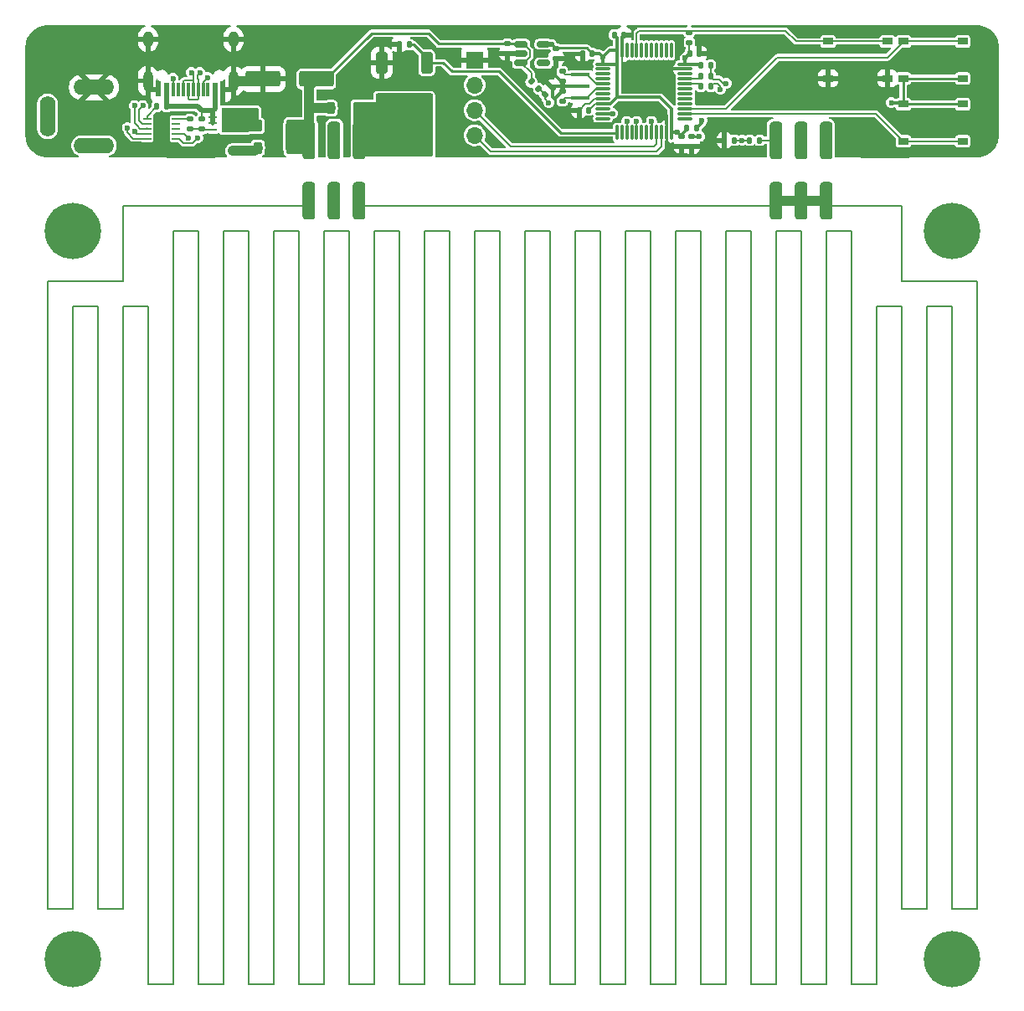
<source format=gbr>
%TF.GenerationSoftware,KiCad,Pcbnew,8.0.1*%
%TF.CreationDate,2024-04-01T19:00:03-04:00*%
%TF.ProjectId,Reflow Plate,5265666c-6f77-4205-906c-6174652e6b69,rev?*%
%TF.SameCoordinates,Original*%
%TF.FileFunction,Copper,L1,Top*%
%TF.FilePolarity,Positive*%
%FSLAX46Y46*%
G04 Gerber Fmt 4.6, Leading zero omitted, Abs format (unit mm)*
G04 Created by KiCad (PCBNEW 8.0.1) date 2024-04-01 19:00:03*
%MOMM*%
%LPD*%
G01*
G04 APERTURE LIST*
G04 Aperture macros list*
%AMRoundRect*
0 Rectangle with rounded corners*
0 $1 Rounding radius*
0 $2 $3 $4 $5 $6 $7 $8 $9 X,Y pos of 4 corners*
0 Add a 4 corners polygon primitive as box body*
4,1,4,$2,$3,$4,$5,$6,$7,$8,$9,$2,$3,0*
0 Add four circle primitives for the rounded corners*
1,1,$1+$1,$2,$3*
1,1,$1+$1,$4,$5*
1,1,$1+$1,$6,$7*
1,1,$1+$1,$8,$9*
0 Add four rect primitives between the rounded corners*
20,1,$1+$1,$2,$3,$4,$5,0*
20,1,$1+$1,$4,$5,$6,$7,0*
20,1,$1+$1,$6,$7,$8,$9,0*
20,1,$1+$1,$8,$9,$2,$3,0*%
G04 Aperture macros list end*
%TA.AperFunction,Conductor*%
%ADD10C,0.200000*%
%TD*%
%TA.AperFunction,EtchedComponent*%
%ADD11C,0.000000*%
%TD*%
%TA.AperFunction,SMDPad,CuDef*%
%ADD12RoundRect,0.135000X0.185000X-0.135000X0.185000X0.135000X-0.185000X0.135000X-0.185000X-0.135000X0*%
%TD*%
%TA.AperFunction,SMDPad,CuDef*%
%ADD13RoundRect,0.225000X0.225000X0.375000X-0.225000X0.375000X-0.225000X-0.375000X0.225000X-0.375000X0*%
%TD*%
%TA.AperFunction,SMDPad,CuDef*%
%ADD14RoundRect,0.135000X-0.135000X-0.185000X0.135000X-0.185000X0.135000X0.185000X-0.135000X0.185000X0*%
%TD*%
%TA.AperFunction,SMDPad,CuDef*%
%ADD15RoundRect,0.135000X0.135000X0.185000X-0.135000X0.185000X-0.135000X-0.185000X0.135000X-0.185000X0*%
%TD*%
%TA.AperFunction,SMDPad,CuDef*%
%ADD16RoundRect,0.150000X-0.512500X-0.150000X0.512500X-0.150000X0.512500X0.150000X-0.512500X0.150000X0*%
%TD*%
%TA.AperFunction,SMDPad,CuDef*%
%ADD17R,1.000000X0.750000*%
%TD*%
%TA.AperFunction,ComponentPad*%
%ADD18R,1.700000X1.700000*%
%TD*%
%TA.AperFunction,ComponentPad*%
%ADD19O,1.700000X1.700000*%
%TD*%
%TA.AperFunction,SMDPad,CuDef*%
%ADD20R,0.812800X0.254000*%
%TD*%
%TA.AperFunction,SMDPad,CuDef*%
%ADD21R,0.025400X0.025400*%
%TD*%
%TA.AperFunction,ComponentPad*%
%ADD22C,5.700000*%
%TD*%
%TA.AperFunction,SMDPad,CuDef*%
%ADD23RoundRect,0.317500X-0.317500X-1.587500X0.317500X-1.587500X0.317500X1.587500X-0.317500X1.587500X0*%
%TD*%
%TA.AperFunction,SMDPad,CuDef*%
%ADD24RoundRect,0.250000X1.500000X0.550000X-1.500000X0.550000X-1.500000X-0.550000X1.500000X-0.550000X0*%
%TD*%
%TA.AperFunction,SMDPad,CuDef*%
%ADD25RoundRect,0.075000X-0.662500X-0.075000X0.662500X-0.075000X0.662500X0.075000X-0.662500X0.075000X0*%
%TD*%
%TA.AperFunction,SMDPad,CuDef*%
%ADD26RoundRect,0.075000X-0.075000X-0.662500X0.075000X-0.662500X0.075000X0.662500X-0.075000X0.662500X0*%
%TD*%
%TA.AperFunction,SMDPad,CuDef*%
%ADD27RoundRect,0.135000X-0.185000X0.135000X-0.185000X-0.135000X0.185000X-0.135000X0.185000X0.135000X0*%
%TD*%
%TA.AperFunction,SMDPad,CuDef*%
%ADD28RoundRect,0.250000X-0.350000X0.850000X-0.350000X-0.850000X0.350000X-0.850000X0.350000X0.850000X0*%
%TD*%
%TA.AperFunction,SMDPad,CuDef*%
%ADD29RoundRect,0.250000X-1.125000X1.275000X-1.125000X-1.275000X1.125000X-1.275000X1.125000X1.275000X0*%
%TD*%
%TA.AperFunction,SMDPad,CuDef*%
%ADD30RoundRect,0.249997X-2.650003X2.950003X-2.650003X-2.950003X2.650003X-2.950003X2.650003X2.950003X0*%
%TD*%
%TA.AperFunction,SMDPad,CuDef*%
%ADD31RoundRect,0.062500X-0.350000X-0.062500X0.350000X-0.062500X0.350000X0.062500X-0.350000X0.062500X0*%
%TD*%
%TA.AperFunction,HeatsinkPad*%
%ADD32R,1.700000X2.500000*%
%TD*%
%TA.AperFunction,SMDPad,CuDef*%
%ADD33R,1.900000X0.400000*%
%TD*%
%TA.AperFunction,SMDPad,CuDef*%
%ADD34RoundRect,0.225000X-0.225000X-0.375000X0.225000X-0.375000X0.225000X0.375000X-0.225000X0.375000X0*%
%TD*%
%TA.AperFunction,SMDPad,CuDef*%
%ADD35RoundRect,0.140000X-0.170000X0.140000X-0.170000X-0.140000X0.170000X-0.140000X0.170000X0.140000X0*%
%TD*%
%TA.AperFunction,SMDPad,CuDef*%
%ADD36RoundRect,0.140000X0.140000X0.170000X-0.140000X0.170000X-0.140000X-0.170000X0.140000X-0.170000X0*%
%TD*%
%TA.AperFunction,SMDPad,CuDef*%
%ADD37RoundRect,0.135000X-0.226274X-0.035355X-0.035355X-0.226274X0.226274X0.035355X0.035355X0.226274X0*%
%TD*%
%TA.AperFunction,ComponentPad*%
%ADD38O,4.100000X1.600000*%
%TD*%
%TA.AperFunction,ComponentPad*%
%ADD39O,1.600000X4.100000*%
%TD*%
%TA.AperFunction,SMDPad,CuDef*%
%ADD40RoundRect,0.135000X0.035355X-0.226274X0.226274X-0.035355X-0.035355X0.226274X-0.226274X0.035355X0*%
%TD*%
%TA.AperFunction,SMDPad,CuDef*%
%ADD41RoundRect,0.317500X0.317500X1.587500X-0.317500X1.587500X-0.317500X-1.587500X0.317500X-1.587500X0*%
%TD*%
%TA.AperFunction,SMDPad,CuDef*%
%ADD42RoundRect,0.140000X-0.140000X-0.170000X0.140000X-0.170000X0.140000X0.170000X-0.140000X0.170000X0*%
%TD*%
%TA.AperFunction,SMDPad,CuDef*%
%ADD43RoundRect,0.140000X0.170000X-0.140000X0.170000X0.140000X-0.170000X0.140000X-0.170000X-0.140000X0*%
%TD*%
%TA.AperFunction,SMDPad,CuDef*%
%ADD44R,0.600000X1.450000*%
%TD*%
%TA.AperFunction,SMDPad,CuDef*%
%ADD45R,0.300000X1.450000*%
%TD*%
%TA.AperFunction,ComponentPad*%
%ADD46O,1.000000X2.100000*%
%TD*%
%TA.AperFunction,ComponentPad*%
%ADD47O,1.000000X1.600000*%
%TD*%
%TA.AperFunction,ViaPad*%
%ADD48C,0.600000*%
%TD*%
%TA.AperFunction,Conductor*%
%ADD49C,0.300000*%
%TD*%
%TA.AperFunction,Conductor*%
%ADD50C,0.250000*%
%TD*%
%TA.AperFunction,Conductor*%
%ADD51C,0.350000*%
%TD*%
%TA.AperFunction,Conductor*%
%ADD52C,0.150000*%
%TD*%
%TA.AperFunction,Conductor*%
%ADD53C,1.000000*%
%TD*%
%TA.AperFunction,Conductor*%
%ADD54C,0.500000*%
%TD*%
G04 APERTURE END LIST*
D10*
%TO.N,Net-(D2-A)*%
X113970800Y-46523200D02*
X112141000Y-46583600D01*
X112141000Y-44348400D01*
X113944400Y-44348400D01*
X113970800Y-46523200D01*
%TA.AperFunction,Conductor*%
G36*
X113970800Y-46523200D02*
G01*
X112141000Y-46583600D01*
X112141000Y-44348400D01*
X113944400Y-44348400D01*
X113970800Y-46523200D01*
G37*
%TD.AperFunction*%
%TO.N,VBUS*%
X117246400Y-45516800D02*
X119278400Y-45516800D01*
X119278400Y-48768000D01*
X117246400Y-48768000D01*
X117246400Y-45516800D01*
%TA.AperFunction,Conductor*%
G36*
X117246400Y-45516800D02*
G01*
X119278400Y-45516800D01*
X119278400Y-48768000D01*
X117246400Y-48768000D01*
X117246400Y-45516800D01*
G37*
%TD.AperFunction*%
%TO.N,Net-(D3-A)*%
X123698000Y-43738800D02*
X128168400Y-43738800D01*
X128168400Y-49072800D01*
X123698000Y-49072800D01*
X123698000Y-43738800D01*
%TA.AperFunction,Conductor*%
G36*
X123698000Y-43738800D02*
G01*
X128168400Y-43738800D01*
X128168400Y-49072800D01*
X123698000Y-49072800D01*
X123698000Y-43738800D01*
G37*
%TD.AperFunction*%
D11*
%TA.AperFunction,EtchedComponent*%
%TD*%
%TO.C,MOSFET1*%
G36*
X112141000Y-46685200D02*
G01*
X110312200Y-46685200D01*
X110312200Y-44246800D01*
X112141000Y-44246800D01*
X112141000Y-46685200D01*
G37*
%TD.AperFunction*%
D12*
%TO.P,R6,1*%
%TO.N,+3V3*%
X157607000Y-37594000D03*
%TO.P,R6,2*%
%TO.N,BOOT0*%
X157607000Y-36574000D03*
%TD*%
D13*
%TO.P,D1,1,K*%
%TO.N,VBUS*%
X117270800Y-48260000D03*
%TO.P,D1,2,A*%
%TO.N,Net-(D1-A)*%
X113970800Y-48260000D03*
%TD*%
D14*
%TO.P,R10,1*%
%TO.N,Net-(U3-PA12)*%
X158746315Y-41043281D03*
%TO.P,R10,2*%
%TO.N,USB_D+*%
X159766315Y-41043281D03*
%TD*%
D15*
%TO.P,R11,1*%
%TO.N,USB_D+*%
X159768000Y-39878000D03*
%TO.P,R11,2*%
%TO.N,+3V3*%
X158748000Y-39878000D03*
%TD*%
%TO.P,R14,1*%
%TO.N,/HeatMon*%
X164721000Y-47498000D03*
%TO.P,R14,2*%
%TO.N,HeaterMeasure*%
X163701000Y-47498000D03*
%TD*%
D16*
%TO.P,U2,1,IN*%
%TO.N,VBUS*%
X140594500Y-37785000D03*
%TO.P,U2,2,GND*%
%TO.N,GND*%
X140594500Y-38735000D03*
%TO.P,U2,3,EN*%
%TO.N,VBUS*%
X140594500Y-39685000D03*
%TO.P,U2,4,NC*%
%TO.N,unconnected-(U2-NC-Pad4)*%
X142869500Y-39685000D03*
%TO.P,U2,5,OUT*%
%TO.N,+3V3*%
X142869500Y-37785000D03*
%TD*%
D17*
%TO.P,SW3,1,1*%
%TO.N,+3V3*%
X185245000Y-41245000D03*
X179245000Y-41245000D03*
%TO.P,SW3,2,2*%
%TO.N,BTN_A*%
X185245000Y-37495000D03*
X179245000Y-37495000D03*
%TD*%
D18*
%TO.P,J7,1,Pin_1*%
%TO.N,GND*%
X135890000Y-39380000D03*
D19*
%TO.P,J7,2,Pin_2*%
%TO.N,+3V3*%
X135890000Y-41920000D03*
%TO.P,J7,3,Pin_3*%
%TO.N,SCL1*%
X135890000Y-44460000D03*
%TO.P,J7,4,Pin_4*%
%TO.N,SDA1*%
X135890000Y-47000000D03*
%TD*%
D12*
%TO.P,R5,1*%
%TO.N,GND*%
X157861000Y-48135000D03*
%TO.P,R5,2*%
%TO.N,Net-(U3-PB2)*%
X157861000Y-47115000D03*
%TD*%
D20*
%TO.P,MOSFET1,1,S*%
%TO.N,Net-(J2-VBUS-PadA4)*%
X109448600Y-44491001D03*
%TO.P,MOSFET1,2,S*%
X109448600Y-45140999D03*
%TO.P,MOSFET1,3,S*%
X109448600Y-45791001D03*
%TO.P,MOSFET1,4,G*%
%TO.N,Net-(MOSFET1-G)*%
X109448600Y-46440999D03*
%TO.P,MOSFET1,5,D*%
%TO.N,Net-(D2-A)*%
X112547400Y-46440999D03*
%TO.P,MOSFET1,6,D*%
X112547400Y-45791001D03*
%TO.P,MOSFET1,7,D*%
X112547400Y-45140999D03*
%TO.P,MOSFET1,8,D*%
X112547400Y-44491001D03*
D21*
%TO.P,MOSFET1,9*%
%TO.N,N/C*%
X110998000Y-45466000D03*
%TD*%
D22*
%TO.P,REF\u002A\u002A,1*%
%TO.N,N/C*%
X95250000Y-130302000D03*
%TD*%
D14*
%TO.P,R9,1*%
%TO.N,Net-(U3-PA11)*%
X158748000Y-42037000D03*
%TO.P,R9,2*%
%TO.N,USB_D-*%
X159768000Y-42037000D03*
%TD*%
D13*
%TO.P,D2,1,K*%
%TO.N,VBUS*%
X117270800Y-46024800D03*
%TO.P,D2,2,A*%
%TO.N,Net-(D2-A)*%
X113970800Y-46024800D03*
%TD*%
D23*
%TO.P,J3,1,Pin_1*%
%TO.N,/Heater*%
X119176800Y-53594000D03*
%TO.P,J3,3,Pin_3*%
%TO.N,unconnected-(J3-Pin_3-Pad3)*%
X121716800Y-53594000D03*
%TO.P,J3,5,Pin_5*%
%TO.N,/Heater*%
X124256800Y-53594000D03*
%TD*%
D24*
%TO.P,C4,1*%
%TO.N,VBUS*%
X119895600Y-41300400D03*
%TO.P,C4,2*%
%TO.N,GND*%
X114495600Y-41300400D03*
%TD*%
D22*
%TO.P,REF\u002A\u002A,1*%
%TO.N,N/C*%
X95250000Y-56642000D03*
%TD*%
D15*
%TO.P,R4,1*%
%TO.N,Heater_CTRL*%
X129288000Y-37820600D03*
%TO.P,R4,2*%
%TO.N,GND*%
X128268000Y-37820600D03*
%TD*%
D22*
%TO.P,REF\u002A\u002A,1*%
%TO.N,N/C*%
X184150000Y-56642000D03*
%TD*%
D25*
%TO.P,U3,1,VBAT*%
%TO.N,+3V3*%
X148872500Y-39795000D03*
%TO.P,U3,2,PC13*%
%TO.N,unconnected-(U3-PC13-Pad2)*%
X148872500Y-40295000D03*
%TO.P,U3,3,PC14*%
%TO.N,unconnected-(U3-PC14-Pad3)*%
X148872500Y-40795000D03*
%TO.P,U3,4,PC15*%
%TO.N,unconnected-(U3-PC15-Pad4)*%
X148872500Y-41295000D03*
%TO.P,U3,5,PD0*%
%TO.N,Net-(U3-PD0)*%
X148872500Y-41795000D03*
%TO.P,U3,6,PD1*%
%TO.N,Net-(U3-PD1)*%
X148872500Y-42295000D03*
%TO.P,U3,7,NRST*%
%TO.N,Net-(U3-NRST)*%
X148872500Y-42795000D03*
%TO.P,U3,8,VSSA*%
%TO.N,GND*%
X148872500Y-43295000D03*
%TO.P,U3,9,VDDA*%
%TO.N,+3V3*%
X148872500Y-43795000D03*
%TO.P,U3,10,PA0*%
%TO.N,WKUP*%
X148872500Y-44295000D03*
%TO.P,U3,11,PA1*%
%TO.N,NTC_Measure*%
X148872500Y-44795000D03*
%TO.P,U3,12,PA2*%
%TO.N,unconnected-(U3-PA2-Pad12)*%
X148872500Y-45295000D03*
D26*
%TO.P,U3,13,PA3*%
%TO.N,Heater_CTRL*%
X150285000Y-46707500D03*
%TO.P,U3,14,PA4*%
%TO.N,unconnected-(U3-PA4-Pad14)*%
X150785000Y-46707500D03*
%TO.P,U3,15,PA5*%
%TO.N,VCCMeasure*%
X151285000Y-46707500D03*
%TO.P,U3,16,PA6*%
%TO.N,unconnected-(U3-PA6-Pad16)*%
X151785000Y-46707500D03*
%TO.P,U3,17,PA7*%
%TO.N,HeaterMeasure*%
X152285000Y-46707500D03*
%TO.P,U3,18,PB0*%
%TO.N,unconnected-(U3-PB0-Pad18)*%
X152785000Y-46707500D03*
%TO.P,U3,19,PB1*%
%TO.N,unconnected-(U3-PB1-Pad19)*%
X153285000Y-46707500D03*
%TO.P,U3,20,PB2*%
%TO.N,Net-(U3-PB2)*%
X153785000Y-46707500D03*
%TO.P,U3,21,PB10*%
%TO.N,SCL1*%
X154285000Y-46707500D03*
%TO.P,U3,22,PB11*%
%TO.N,SDA1*%
X154785000Y-46707500D03*
%TO.P,U3,23,VSS*%
%TO.N,GND*%
X155285000Y-46707500D03*
%TO.P,U3,24,VDD*%
%TO.N,+3V3*%
X155785000Y-46707500D03*
D25*
%TO.P,U3,25,PB12*%
%TO.N,unconnected-(U3-PB12-Pad25)*%
X157197500Y-45295000D03*
%TO.P,U3,26,PB13*%
%TO.N,BTN_B*%
X157197500Y-44795000D03*
%TO.P,U3,27,PB14*%
%TO.N,BTN_A*%
X157197500Y-44295000D03*
%TO.P,U3,28,PB15*%
%TO.N,unconnected-(U3-PB15-Pad28)*%
X157197500Y-43795000D03*
%TO.P,U3,29,PA8*%
%TO.N,unconnected-(U3-PA8-Pad29)*%
X157197500Y-43295000D03*
%TO.P,U3,30,PA9*%
%TO.N,unconnected-(U3-PA9-Pad30)*%
X157197500Y-42795000D03*
%TO.P,U3,31,PA10*%
%TO.N,unconnected-(U3-PA10-Pad31)*%
X157197500Y-42295000D03*
%TO.P,U3,32,PA11*%
%TO.N,Net-(U3-PA11)*%
X157197500Y-41795000D03*
%TO.P,U3,33,PA12*%
%TO.N,Net-(U3-PA12)*%
X157197500Y-41295000D03*
%TO.P,U3,34,PA13*%
%TO.N,SWDIO*%
X157197500Y-40795000D03*
%TO.P,U3,35,VSS*%
%TO.N,GND*%
X157197500Y-40295000D03*
%TO.P,U3,36,VDD*%
%TO.N,+3V3*%
X157197500Y-39795000D03*
D26*
%TO.P,U3,37,PA14*%
%TO.N,SWCLK*%
X155785000Y-38382500D03*
%TO.P,U3,38,PA15*%
%TO.N,unconnected-(U3-PA15-Pad38)*%
X155285000Y-38382500D03*
%TO.P,U3,39,PB3*%
%TO.N,unconnected-(U3-PB3-Pad39)*%
X154785000Y-38382500D03*
%TO.P,U3,40,PB4*%
%TO.N,unconnected-(U3-PB4-Pad40)*%
X154285000Y-38382500D03*
%TO.P,U3,41,PB5*%
%TO.N,unconnected-(U3-PB5-Pad41)*%
X153785000Y-38382500D03*
%TO.P,U3,42,PB6*%
%TO.N,unconnected-(U3-PB6-Pad42)*%
X153285000Y-38382500D03*
%TO.P,U3,43,PB7*%
%TO.N,unconnected-(U3-PB7-Pad43)*%
X152785000Y-38382500D03*
%TO.P,U3,44,BOOT0*%
%TO.N,BOOT0*%
X152285000Y-38382500D03*
%TO.P,U3,45,PB8*%
%TO.N,unconnected-(U3-PB8-Pad45)*%
X151785000Y-38382500D03*
%TO.P,U3,46,PB9*%
%TO.N,unconnected-(U3-PB9-Pad46)*%
X151285000Y-38382500D03*
%TO.P,U3,47,VSS*%
%TO.N,GND*%
X150785000Y-38382500D03*
%TO.P,U3,48,VDD*%
%TO.N,+3V3*%
X150285000Y-38382500D03*
%TD*%
D15*
%TO.P,R15,1*%
%TO.N,HeaterMeasure*%
X162181000Y-47498000D03*
%TO.P,R15,2*%
%TO.N,GND*%
X161161000Y-47498000D03*
%TD*%
D27*
%TO.P,R2,1*%
%TO.N,Net-(J2-VBUS-PadA4)*%
X108305600Y-45362400D03*
%TO.P,R2,2*%
%TO.N,Net-(MOSFET1-G)*%
X108305600Y-46382400D03*
%TD*%
%TO.P,R1,1*%
%TO.N,Net-(U1-GATE)*%
X107086400Y-45362401D03*
%TO.P,R1,2*%
%TO.N,Net-(MOSFET1-G)*%
X107086400Y-46382399D03*
%TD*%
D28*
%TO.P,Q2,1,G*%
%TO.N,Heater_CTRL*%
X131058000Y-39664000D03*
D29*
%TO.P,Q2,2,D*%
%TO.N,Net-(D3-A)*%
X130303000Y-44289000D03*
X127253000Y-44289000D03*
D30*
X128778000Y-45964000D03*
D29*
X130303000Y-47639000D03*
X127253000Y-47639000D03*
D28*
%TO.P,Q2,3,S*%
%TO.N,GND*%
X126498000Y-39664000D03*
%TD*%
D31*
%TO.P,U1,1,VIN*%
%TO.N,Net-(U1-VIN)*%
X102779100Y-45329600D03*
%TO.P,U1,2,D+*%
%TO.N,USB_D+*%
X102779100Y-45829600D03*
%TO.P,U1,3,D-*%
%TO.N,USB_D-*%
X102779100Y-46329600D03*
%TO.P,U1,4,CC1*%
%TO.N,Net-(J2-CC1)*%
X102779100Y-46829600D03*
%TO.P,U1,5,CC2*%
%TO.N,Net-(J2-CC2)*%
X102779100Y-47329600D03*
%TO.P,U1,6,SDA*%
%TO.N,SDA1*%
X105704100Y-47329600D03*
%TO.P,U1,7,SCL*%
%TO.N,SCL1*%
X105704100Y-46829600D03*
%TO.P,U1,8,VSET*%
%TO.N,unconnected-(U1-VSET-Pad8)*%
X105704100Y-46329600D03*
%TO.P,U1,9,ISET*%
%TO.N,unconnected-(U1-ISET-Pad9)*%
X105704100Y-45829600D03*
%TO.P,U1,10,GATE*%
%TO.N,Net-(U1-GATE)*%
X105704100Y-45329600D03*
D32*
%TO.P,U1,11,GND*%
%TO.N,GND*%
X104241600Y-46329600D03*
%TD*%
D33*
%TO.P,Y1,1,1*%
%TO.N,Net-(U3-PD0)*%
X146608800Y-40845086D03*
%TO.P,Y1,2,2*%
%TO.N,GND*%
X146608800Y-42045086D03*
%TO.P,Y1,3,3*%
%TO.N,Net-(U3-PD1)*%
X146608800Y-43245086D03*
%TD*%
D34*
%TO.P,D3,1,K*%
%TO.N,VBUS*%
X121336800Y-44246800D03*
%TO.P,D3,2,A*%
%TO.N,Net-(D3-A)*%
X124636800Y-44246800D03*
%TD*%
D15*
%TO.P,R3,1*%
%TO.N,Net-(J2-VBUS-PadA4)*%
X104751600Y-44094400D03*
%TO.P,R3,2*%
%TO.N,Net-(U1-VIN)*%
X103731600Y-44094400D03*
%TD*%
D35*
%TO.P,C1,1*%
%TO.N,VBUS*%
X139192000Y-37747000D03*
%TO.P,C1,2*%
%TO.N,GND*%
X139192000Y-38707000D03*
%TD*%
D17*
%TO.P,SW4,1,1*%
%TO.N,+3V3*%
X179245000Y-43845000D03*
X185245000Y-43845000D03*
%TO.P,SW4,2,2*%
%TO.N,BTN_B*%
X179245000Y-47595000D03*
X185245000Y-47595000D03*
%TD*%
D36*
%TO.P,C7,1*%
%TO.N,+3V3*%
X147419000Y-44450000D03*
%TO.P,C7,2*%
%TO.N,GND*%
X146459000Y-44450000D03*
%TD*%
D37*
%TO.P,R12,1*%
%TO.N,VBUS*%
X141625376Y-41549376D03*
%TO.P,R12,2*%
%TO.N,VCCMeasure*%
X142346624Y-42270624D03*
%TD*%
D38*
%TO.P,J1,1*%
%TO.N,Net-(D1-A)*%
X97410000Y-48035000D03*
%TO.P,J1,2*%
%TO.N,GND*%
X97410000Y-42135000D03*
D39*
%TO.P,J1,3*%
%TO.N,N/C*%
X92710000Y-45085000D03*
%TD*%
D23*
%TO.P,J4,1,Pin_1*%
%TO.N,/Heater*%
X166370000Y-53594000D03*
%TO.P,J4,3,Pin_3*%
X168910000Y-53594000D03*
%TO.P,J4,5,Pin_5*%
X171450000Y-53594000D03*
%TD*%
D40*
%TO.P,R13,1*%
%TO.N,VCCMeasure*%
X143022376Y-42905624D03*
%TO.P,R13,2*%
%TO.N,GND*%
X143743624Y-42184376D03*
%TD*%
D17*
%TO.P,SW2,1,1*%
%TO.N,BOOT0*%
X171625000Y-37495000D03*
X177625000Y-37495000D03*
%TO.P,SW2,2,2*%
%TO.N,GND*%
X171625000Y-41245000D03*
X177625000Y-41245000D03*
%TD*%
D35*
%TO.P,C6,1*%
%TO.N,GND*%
X144780000Y-42573000D03*
%TO.P,C6,2*%
%TO.N,Net-(U3-PD1)*%
X144780000Y-43533000D03*
%TD*%
D41*
%TO.P,J6,1,Pin_1*%
%TO.N,/HeatMon*%
X171450000Y-47498000D03*
%TO.P,J6,3,Pin_3*%
X168910000Y-47498000D03*
%TO.P,J6,5,Pin_5*%
X166370000Y-47498000D03*
%TD*%
D42*
%TO.P,C11,1*%
%TO.N,+3V3*%
X150015000Y-36830000D03*
%TO.P,C11,2*%
%TO.N,GND*%
X150975000Y-36830000D03*
%TD*%
D22*
%TO.P,REF\u002A\u002A,1*%
%TO.N,N/C*%
X184150000Y-130302000D03*
%TD*%
D41*
%TO.P,J5,1,Pin_1*%
%TO.N,Net-(D3-A)*%
X124256800Y-47498000D03*
%TO.P,J5,3,Pin_3*%
%TO.N,unconnected-(J5-Pin_3-Pad3)*%
X121716800Y-47498000D03*
%TO.P,J5,5,Pin_5*%
%TO.N,VBUS*%
X119176800Y-47498000D03*
%TD*%
D14*
%TO.P,R7,1*%
%TO.N,+3V3*%
X157351000Y-46228000D03*
%TO.P,R7,2*%
%TO.N,NTC_Measure*%
X158371000Y-46228000D03*
%TD*%
D35*
%TO.P,C2,1*%
%TO.N,+3V3*%
X144145000Y-38255000D03*
%TO.P,C2,2*%
%TO.N,GND*%
X144145000Y-39215000D03*
%TD*%
D43*
%TO.P,C5,1*%
%TO.N,GND*%
X144780000Y-41501000D03*
%TO.P,C5,2*%
%TO.N,Net-(U3-PD0)*%
X144780000Y-40541000D03*
%TD*%
D35*
%TO.P,C8,1*%
%TO.N,+3V3*%
X156845000Y-47145000D03*
%TO.P,C8,2*%
%TO.N,GND*%
X156845000Y-48105000D03*
%TD*%
D36*
%TO.P,C10,1*%
%TO.N,+3V3*%
X147800000Y-38735000D03*
%TO.P,C10,2*%
%TO.N,GND*%
X146840000Y-38735000D03*
%TD*%
D42*
%TO.P,C9,1*%
%TO.N,+3V3*%
X157635000Y-38735000D03*
%TO.P,C9,2*%
%TO.N,GND*%
X158595000Y-38735000D03*
%TD*%
D44*
%TO.P,J2,A1,GND*%
%TO.N,GND*%
X110438000Y-42399000D03*
%TO.P,J2,A4,VBUS*%
%TO.N,Net-(J2-VBUS-PadA4)*%
X109638000Y-42399000D03*
D45*
%TO.P,J2,A5,CC1*%
%TO.N,Net-(J2-CC1)*%
X108438000Y-42399000D03*
%TO.P,J2,A6,D+*%
%TO.N,USB_D+*%
X107438000Y-42399000D03*
%TO.P,J2,A7,D-*%
%TO.N,USB_D-*%
X106938000Y-42399000D03*
%TO.P,J2,A8,SBU1*%
%TO.N,unconnected-(J2-SBU1-PadA8)*%
X105938000Y-42399000D03*
D44*
%TO.P,J2,A9,VBUS*%
%TO.N,Net-(J2-VBUS-PadA4)*%
X104738000Y-42399000D03*
%TO.P,J2,A12,GND*%
%TO.N,GND*%
X103938000Y-42399000D03*
%TO.P,J2,B1,GND*%
X103938000Y-42399000D03*
%TO.P,J2,B4,VBUS*%
%TO.N,Net-(J2-VBUS-PadA4)*%
X104738000Y-42399000D03*
D45*
%TO.P,J2,B5,CC2*%
%TO.N,Net-(J2-CC2)*%
X105438000Y-42399000D03*
%TO.P,J2,B6,D+*%
%TO.N,USB_D+*%
X106438000Y-42399000D03*
%TO.P,J2,B7,D-*%
%TO.N,USB_D-*%
X107938000Y-42399000D03*
%TO.P,J2,B8,SBU2*%
%TO.N,unconnected-(J2-SBU2-PadB8)*%
X108938000Y-42399000D03*
D44*
%TO.P,J2,B9,VBUS*%
%TO.N,Net-(J2-VBUS-PadA4)*%
X109638000Y-42399000D03*
%TO.P,J2,B12,GND*%
%TO.N,GND*%
X110438000Y-42399000D03*
D46*
%TO.P,J2,S1,SHIELD*%
X111508000Y-41484000D03*
D47*
X111508000Y-37304000D03*
D46*
X102868000Y-41484000D03*
D47*
X102868000Y-37304000D03*
%TD*%
D48*
%TO.N,+3V3*%
X178054000Y-43688000D03*
X143675000Y-37785000D03*
X157197500Y-39172500D03*
X148894800Y-39065200D03*
X156407500Y-46707500D03*
%TO.N,VCCMeasure*%
X143383000Y-43688000D03*
X151284728Y-45593000D03*
%TO.N,GND*%
X174625000Y-40005000D03*
X128143000Y-40309800D03*
X114604800Y-43535600D03*
X151130000Y-42037000D03*
X182245000Y-45720000D03*
X141579600Y-42468800D03*
X173101000Y-45720000D03*
X104165400Y-39243000D03*
X172720000Y-42926000D03*
X159766000Y-38862000D03*
X137464800Y-43180000D03*
X115671600Y-46024800D03*
X109067600Y-47345600D03*
X150876000Y-43942000D03*
X159893000Y-45720000D03*
X138303000Y-47879000D03*
X148564600Y-37769800D03*
X161798000Y-40894000D03*
X163957000Y-42926000D03*
X145288000Y-44450000D03*
X164338000Y-45847000D03*
X129819400Y-42037000D03*
X103733600Y-45364400D03*
X126466600Y-42062400D03*
X117271800Y-41656000D03*
X182245000Y-39370000D03*
X174625000Y-36957000D03*
X140411200Y-43662600D03*
X139090400Y-39979600D03*
X110464600Y-43662600D03*
X99415600Y-45186600D03*
X158750000Y-37592000D03*
X161671000Y-42672000D03*
X132384800Y-44627800D03*
X115417600Y-38760400D03*
X103784400Y-47091600D03*
X117830600Y-44018200D03*
X185420000Y-42545000D03*
X130886200Y-37693600D03*
X104698800Y-47091600D03*
X118948200Y-38887400D03*
X180340000Y-42545000D03*
X145034000Y-37566600D03*
X142722600Y-38735000D03*
X126568200Y-37541200D03*
X143383000Y-40894000D03*
X177673000Y-44704000D03*
X156591000Y-38100000D03*
X178435000Y-42545000D03*
X134188200Y-41478200D03*
X121132600Y-42849800D03*
X123063000Y-37541200D03*
X133883400Y-39674800D03*
X133883400Y-43738800D03*
X159766000Y-47498000D03*
X122859800Y-42138600D03*
X124637800Y-38938200D03*
X113309400Y-36830000D03*
X174625000Y-38354000D03*
X154305000Y-43942000D03*
X101015800Y-41732200D03*
X160020000Y-42926000D03*
X149557098Y-47444632D03*
X115671600Y-48209200D03*
X145389600Y-39090600D03*
X163449000Y-48641000D03*
X129235200Y-39141400D03*
%TO.N,USB_D+*%
X107263000Y-40648914D03*
X161336521Y-41736479D03*
X102362000Y-43992800D03*
%TO.N,Net-(U3-PB2)*%
X158623000Y-47117000D03*
X153785000Y-45593000D03*
%TO.N,USB_D-*%
X101498400Y-43992800D03*
X108113000Y-40648914D03*
X160735479Y-42337521D03*
%TO.N,NTC_Measure*%
X149860000Y-44795000D03*
X158877000Y-45466000D03*
%TO.N,VBUS*%
X121107200Y-41300400D03*
X119176800Y-48768000D03*
X118694200Y-41325800D03*
X119176800Y-46228000D03*
%TO.N,SDA1*%
X107899200Y-47244000D03*
%TO.N,SCL1*%
X106934000Y-47244000D03*
%TO.N,Net-(J2-CC2)*%
X105410000Y-41249600D03*
X100787200Y-46228000D03*
%TO.N,Net-(J2-CC1)*%
X108915200Y-41148000D03*
X101498400Y-46583600D03*
%TO.N,/Heater*%
X124256800Y-52324000D03*
X119176800Y-54864000D03*
X119176800Y-52324000D03*
X124256800Y-54864000D03*
%TO.N,Net-(D1-A)*%
X112217200Y-48564800D03*
X111404400Y-48564800D03*
X113030000Y-48564800D03*
%TO.N,Net-(D3-A)*%
X124256800Y-48768000D03*
X124256800Y-46228000D03*
%TO.N,HeaterMeasure*%
X152284476Y-45593000D03*
X162941000Y-47498000D03*
%TD*%
D49*
%TO.N,+3V3*%
X157197500Y-39795000D02*
X158665000Y-39795000D01*
X148872500Y-39087500D02*
X148872500Y-39795000D01*
D50*
X179245000Y-41245000D02*
X179245000Y-43845000D01*
D10*
X147447000Y-44450000D02*
X147419000Y-44450000D01*
D49*
X150285000Y-37100000D02*
X150285000Y-38382500D01*
X150285000Y-43152410D02*
X149642410Y-43795000D01*
X156845000Y-46925500D02*
X157351000Y-46419500D01*
X150285000Y-39776400D02*
X150285000Y-43152410D01*
D50*
X142869500Y-37785000D02*
X143675000Y-37785000D01*
X144250000Y-38150000D02*
X147215000Y-38150000D01*
D49*
X156845000Y-47145000D02*
X156845000Y-46925500D01*
X178054000Y-43688000D02*
X179088000Y-43688000D01*
X157351000Y-46419500D02*
X157351000Y-46228000D01*
X179088000Y-43688000D02*
X179245000Y-43845000D01*
X149642410Y-43795000D02*
X148872500Y-43795000D01*
X156407500Y-46707500D02*
X156845000Y-47145000D01*
X147800000Y-38735000D02*
X148520000Y-38735000D01*
D10*
X148102000Y-43795000D02*
X147447000Y-44450000D01*
D49*
X150266400Y-39795000D02*
X150285000Y-39776400D01*
X150285000Y-38382500D02*
X149577500Y-38382500D01*
X148894800Y-39065200D02*
X148872500Y-39087500D01*
X157197500Y-39795000D02*
X157197500Y-39172500D01*
X154658410Y-43152410D02*
X150285000Y-43152410D01*
D10*
X157607000Y-38707000D02*
X157635000Y-38735000D01*
X157607000Y-37594000D02*
X157607000Y-38707000D01*
D49*
X148872500Y-39795000D02*
X150266400Y-39795000D01*
D10*
X148872500Y-43795000D02*
X148102000Y-43795000D01*
D49*
X155785000Y-44279000D02*
X154658410Y-43152410D01*
D50*
X147215000Y-38150000D02*
X147800000Y-38735000D01*
D49*
X155785000Y-46707500D02*
X155785000Y-44279000D01*
X158665000Y-39795000D02*
X158748000Y-39878000D01*
D50*
X185245000Y-43845000D02*
X179245000Y-43845000D01*
D49*
X149577500Y-38382500D02*
X148894800Y-39065200D01*
X150285000Y-38382500D02*
X150285000Y-39776400D01*
X148520000Y-38735000D02*
X148872500Y-39087500D01*
X150015000Y-36830000D02*
X150285000Y-37100000D01*
D50*
X179245000Y-41245000D02*
X185245000Y-41245000D01*
D49*
X157197500Y-39172500D02*
X157635000Y-38735000D01*
X155785000Y-46707500D02*
X156407500Y-46707500D01*
D50*
X144145000Y-38255000D02*
X144250000Y-38150000D01*
X143675000Y-37785000D02*
X144145000Y-38255000D01*
D10*
%TO.N,VCCMeasure*%
X143022376Y-42905624D02*
X143022376Y-43327376D01*
X142387376Y-42270624D02*
X143022376Y-42905624D01*
X143022376Y-43327376D02*
X143383000Y-43688000D01*
X151284728Y-45593000D02*
X151285000Y-45593272D01*
X142346624Y-42270624D02*
X142387376Y-42270624D01*
X151285000Y-45593272D02*
X151285000Y-46707500D01*
D51*
%TO.N,GND*%
X144780000Y-42573000D02*
X144752000Y-42573000D01*
X144788086Y-42045086D02*
X144780000Y-42037000D01*
X144780000Y-41501000D02*
X144625000Y-41501000D01*
D52*
X148872500Y-43295000D02*
X148043670Y-43295000D01*
D50*
X155285000Y-44922000D02*
X155285000Y-46707500D01*
D49*
X157197500Y-40295000D02*
X155865000Y-40295000D01*
D51*
X143743624Y-42184376D02*
X143891000Y-42037000D01*
X144625000Y-41501000D02*
X143891000Y-40767000D01*
D53*
X111508000Y-41484000D02*
X114312000Y-41484000D01*
D52*
X148043670Y-43295000D02*
X147523670Y-43815000D01*
D53*
X114312000Y-41484000D02*
X114495600Y-41300400D01*
D52*
X147523670Y-43815000D02*
X147094000Y-43815000D01*
D51*
X144780000Y-42037000D02*
X144780000Y-41501000D01*
D54*
X111508000Y-42111200D02*
X111508000Y-41484000D01*
D49*
X150785000Y-38382500D02*
X150785000Y-37020000D01*
D51*
X144780000Y-42573000D02*
X144780000Y-42037000D01*
D50*
X155801000Y-48105000D02*
X156845000Y-48105000D01*
D51*
X146608800Y-42045086D02*
X144788086Y-42045086D01*
D50*
X154305000Y-43942000D02*
X155285000Y-44922000D01*
X155285000Y-47589000D02*
X155801000Y-48105000D01*
D52*
X147094000Y-43815000D02*
X146459000Y-44450000D01*
D49*
X150785000Y-37020000D02*
X150975000Y-36830000D01*
D51*
X143743624Y-42184376D02*
X143743624Y-43032624D01*
D54*
X111220200Y-42399000D02*
X111508000Y-42111200D01*
D50*
X155285000Y-46707500D02*
X155285000Y-47589000D01*
D51*
X144752000Y-42573000D02*
X144018000Y-43307000D01*
D54*
X110438000Y-42399000D02*
X111220200Y-42399000D01*
D51*
X143743624Y-43032624D02*
X144018000Y-43307000D01*
X143891000Y-42037000D02*
X144780000Y-42037000D01*
D52*
%TO.N,Net-(U3-PA12)*%
X157197500Y-41295000D02*
X158494596Y-41295000D01*
X158494596Y-41295000D02*
X158746315Y-41043281D01*
%TO.N,Net-(U3-PA11)*%
X157197500Y-41795000D02*
X158506000Y-41795000D01*
X158506000Y-41795000D02*
X158748000Y-42037000D01*
D54*
%TO.N,Net-(J2-VBUS-PadA4)*%
X108305600Y-44491001D02*
X109448600Y-44491001D01*
X104751600Y-42412600D02*
X104751600Y-44094400D01*
X109638000Y-42399000D02*
X109638000Y-44301601D01*
X108305600Y-44491001D02*
X107908999Y-44094400D01*
X109638000Y-44301601D02*
X109448600Y-44491001D01*
X109448600Y-44491001D02*
X109448600Y-45720000D01*
X107908999Y-44094400D02*
X104751600Y-44094400D01*
X104738000Y-42399000D02*
X104751600Y-42412600D01*
D10*
X108305600Y-45362400D02*
X108305600Y-44491001D01*
%TO.N,Net-(U1-VIN)*%
X102779100Y-45329600D02*
X102779100Y-45046900D01*
X102779100Y-45046900D02*
X103731600Y-44094400D01*
D52*
%TO.N,USB_D+*%
X107438000Y-42399000D02*
X107438000Y-41311499D01*
X106513000Y-41449000D02*
X107363000Y-41449000D01*
D10*
X161336521Y-41736479D02*
X161053678Y-41736479D01*
X102779100Y-45829600D02*
X102754101Y-45854599D01*
D52*
X107438000Y-41524000D02*
X107438000Y-42399000D01*
D10*
X102779100Y-45829600D02*
X102319200Y-45829600D01*
X161053678Y-41736479D02*
X160633181Y-41315982D01*
D52*
X106438000Y-41524000D02*
X106513000Y-41449000D01*
D10*
X101955600Y-44399200D02*
X102362000Y-43992800D01*
D52*
X107438000Y-41311499D02*
X107488000Y-41261499D01*
D10*
X160039016Y-41315982D02*
X159766315Y-41043281D01*
X101955600Y-45466000D02*
X101955600Y-44399200D01*
D52*
X106438000Y-42399000D02*
X106438000Y-41524000D01*
D10*
X102319200Y-45829600D02*
X101955600Y-45466000D01*
D52*
X107363000Y-41449000D02*
X107438000Y-41524000D01*
D10*
X160633181Y-41315982D02*
X160039016Y-41315982D01*
D52*
X107488000Y-41261499D02*
X107488000Y-40873914D01*
X159766315Y-41043281D02*
X159766315Y-39879685D01*
X159766315Y-39879685D02*
X159768000Y-39878000D01*
X107488000Y-40873914D02*
X107263000Y-40648914D01*
D50*
%TO.N,Net-(U3-PB2)*%
X157863000Y-47117000D02*
X157861000Y-47115000D01*
X158623000Y-47117000D02*
X157863000Y-47117000D01*
X153785000Y-45593000D02*
X153785000Y-46707500D01*
D10*
%TO.N,USB_D-*%
X101498400Y-45770800D02*
X101498400Y-43992800D01*
D52*
X106938000Y-42399000D02*
X106938000Y-43274000D01*
D10*
X102779100Y-46329600D02*
X102057200Y-46329600D01*
D52*
X107938000Y-43274000D02*
X107938000Y-42399000D01*
X107888000Y-40873914D02*
X108113000Y-40648914D01*
X107863000Y-43349000D02*
X107938000Y-43274000D01*
X107938000Y-42399000D02*
X107938000Y-41311499D01*
D10*
X160735479Y-42054678D02*
X160446785Y-41765984D01*
D52*
X107013000Y-43349000D02*
X107863000Y-43349000D01*
D10*
X102779100Y-46329600D02*
X102754101Y-46304601D01*
X160446785Y-41765984D02*
X160039016Y-41765984D01*
X101752400Y-46024800D02*
X101498400Y-45770800D01*
X160039016Y-41765984D02*
X159768000Y-42037000D01*
X102057200Y-46329600D02*
X101752400Y-46024800D01*
D52*
X107888000Y-41261499D02*
X107888000Y-40873914D01*
X106938000Y-43274000D02*
X107013000Y-43349000D01*
D10*
X160735479Y-42337521D02*
X160735479Y-42054678D01*
D52*
X107938000Y-41311499D02*
X107888000Y-41261499D01*
D50*
%TO.N,Heater_CTRL*%
X131058000Y-39160800D02*
X131058000Y-39664000D01*
X129288000Y-37820600D02*
X129717800Y-37820600D01*
X129717800Y-37820600D02*
X131058000Y-39160800D01*
X132729600Y-39664000D02*
X133604000Y-40538400D01*
X131058000Y-39664000D02*
X132729600Y-39664000D01*
X144602200Y-46736000D02*
X150256500Y-46736000D01*
X133604000Y-40538400D02*
X138404600Y-40538400D01*
X150256500Y-46736000D02*
X150285000Y-46707500D01*
X138404600Y-40538400D02*
X144602200Y-46736000D01*
D52*
%TO.N,BOOT0*%
X167335200Y-36449000D02*
X152501600Y-36449000D01*
X152501600Y-36449000D02*
X152285000Y-36665600D01*
X168381200Y-37495000D02*
X167335200Y-36449000D01*
X152285000Y-36665600D02*
X152285000Y-38382500D01*
X171625000Y-37495000D02*
X168381200Y-37495000D01*
X177625000Y-37495000D02*
X171625000Y-37495000D01*
D49*
%TO.N,NTC_Measure*%
X158877000Y-45466000D02*
X158877000Y-45722000D01*
X158877000Y-45722000D02*
X158371000Y-46228000D01*
X149860000Y-44795000D02*
X148872500Y-44795000D01*
D50*
%TO.N,VBUS*%
X139192000Y-37747000D02*
X132285800Y-37747000D01*
D53*
X119176800Y-42019200D02*
X119895600Y-41300400D01*
X119176800Y-47498000D02*
X119176800Y-44145200D01*
D50*
X120853200Y-41300400D02*
X119895600Y-41300400D01*
X125476000Y-36677600D02*
X120853200Y-41300400D01*
D53*
X119176800Y-47498000D02*
X117321600Y-47498000D01*
X117321600Y-47498000D02*
X117270800Y-47447200D01*
D50*
X131216400Y-36677600D02*
X125476000Y-36677600D01*
D10*
X140883600Y-39685000D02*
X141507000Y-39061600D01*
D53*
X117270800Y-47447200D02*
X117270800Y-48260000D01*
X117270800Y-46024800D02*
X117270800Y-47447200D01*
X119278400Y-44246800D02*
X119176800Y-44145200D01*
D10*
X141507000Y-39061600D02*
X141507000Y-38415158D01*
D53*
X121336800Y-44246800D02*
X119278400Y-44246800D01*
D50*
X132285800Y-37747000D02*
X131216400Y-36677600D01*
D10*
X140594500Y-39685000D02*
X141625376Y-40715876D01*
D53*
X119176800Y-44145200D02*
X119176800Y-42019200D01*
D10*
X140594500Y-39685000D02*
X140883600Y-39685000D01*
X141625376Y-40715876D02*
X141625376Y-41549376D01*
D50*
X139192000Y-37747000D02*
X140556500Y-37747000D01*
D10*
X141507000Y-38415158D02*
X140876842Y-37785000D01*
X140876842Y-37785000D02*
X140594500Y-37785000D01*
D50*
X140556500Y-37747000D02*
X140594500Y-37785000D01*
D52*
%TO.N,SDA1*%
X105704100Y-47329600D02*
X106003600Y-47329600D01*
X106476800Y-47802800D02*
X107340400Y-47802800D01*
D10*
X154785000Y-46707500D02*
X154785000Y-48161000D01*
D52*
X107340400Y-47802800D02*
X107899200Y-47244000D01*
X106003600Y-47329600D02*
X106476800Y-47802800D01*
D10*
X154305000Y-48641000D02*
X137531000Y-48641000D01*
X154785000Y-48161000D02*
X154305000Y-48641000D01*
X137531000Y-48641000D02*
X135890000Y-47000000D01*
D52*
%TO.N,SCL1*%
X106519600Y-46829600D02*
X106934000Y-47244000D01*
D10*
X154285000Y-47899000D02*
X154285000Y-46707500D01*
D52*
X105704100Y-46829600D02*
X106519600Y-46829600D01*
D10*
X154051000Y-48133000D02*
X154285000Y-47899000D01*
X139563000Y-48133000D02*
X154051000Y-48133000D01*
X135890000Y-44460000D02*
X139563000Y-48133000D01*
D52*
%TO.N,Net-(J2-CC2)*%
X100787200Y-46228000D02*
X100787200Y-46716463D01*
X105438000Y-42399000D02*
X105438000Y-41277600D01*
X105438000Y-41277600D02*
X105410000Y-41249600D01*
X101400337Y-47329600D02*
X102779100Y-47329600D01*
X100787200Y-46716463D02*
X101400337Y-47329600D01*
%TO.N,Net-(J2-CC1)*%
X108438000Y-41625200D02*
X108915200Y-41148000D01*
X101744400Y-46829600D02*
X102779100Y-46829600D01*
X101498400Y-46583600D02*
X101744400Y-46829600D01*
X108438000Y-42399000D02*
X108438000Y-41625200D01*
D10*
%TO.N,/Heater*%
X168910000Y-132842000D02*
X171450000Y-132842000D01*
X186690000Y-61722000D02*
X179070000Y-61722000D01*
X107950000Y-56642000D02*
X107950000Y-132842000D01*
X133350000Y-132842000D02*
X135890000Y-132842000D01*
X120650000Y-56642000D02*
X123190000Y-56642000D01*
X168910000Y-56642000D02*
X168910000Y-132842000D01*
X173990000Y-132842000D02*
X176530000Y-132842000D01*
X166370000Y-56642000D02*
X168910000Y-56642000D01*
X148590000Y-56642000D02*
X148590000Y-132842000D01*
X102870000Y-64262000D02*
X102870000Y-132842000D01*
X100330000Y-125222000D02*
X100330000Y-64262000D01*
X120650000Y-132842000D02*
X120650000Y-56642000D01*
X151130000Y-56642000D02*
X153670000Y-56642000D01*
X118668800Y-54102000D02*
X100330000Y-54102000D01*
X125730000Y-132842000D02*
X125730000Y-56642000D01*
X163830000Y-132842000D02*
X166370000Y-132842000D01*
X181610000Y-125222000D02*
X181610000Y-64262000D01*
X165862000Y-54102000D02*
X166370000Y-53594000D01*
X128270000Y-56642000D02*
X128270000Y-132842000D01*
X165862000Y-54102000D02*
X124764800Y-54102000D01*
X179070000Y-64262000D02*
X179070000Y-125222000D01*
X163830000Y-56642000D02*
X163830000Y-132842000D01*
X118110000Y-132842000D02*
X120650000Y-132842000D01*
X176530000Y-64262000D02*
X179070000Y-64262000D01*
X110490000Y-56642000D02*
X113030000Y-56642000D01*
X173990000Y-56642000D02*
X173990000Y-132842000D01*
X153670000Y-56642000D02*
X153670000Y-132842000D01*
X135890000Y-56642000D02*
X138430000Y-56642000D01*
X140970000Y-132842000D02*
X140970000Y-56642000D01*
X146050000Y-132842000D02*
X146050000Y-56642000D01*
X105410000Y-132842000D02*
X105410000Y-56642000D01*
X158750000Y-56642000D02*
X158750000Y-132842000D01*
X118110000Y-56642000D02*
X118110000Y-132842000D01*
X184150000Y-125222000D02*
X186690000Y-125222000D01*
X128270000Y-132842000D02*
X130810000Y-132842000D01*
X110490000Y-132842000D02*
X110490000Y-56642000D01*
X97790000Y-125222000D02*
X100330000Y-125222000D01*
X166370000Y-132842000D02*
X166370000Y-56642000D01*
X105410000Y-56642000D02*
X107950000Y-56642000D01*
X171450000Y-56642000D02*
X173990000Y-56642000D01*
X95250000Y-125222000D02*
X95250000Y-64262000D01*
X184150000Y-64262000D02*
X184150000Y-125222000D01*
X130810000Y-132842000D02*
X130810000Y-56642000D01*
X124764800Y-54102000D02*
X124256800Y-53594000D01*
X115570000Y-56642000D02*
X118110000Y-56642000D01*
X138430000Y-132842000D02*
X140970000Y-132842000D01*
X107950000Y-132842000D02*
X110490000Y-132842000D01*
X179070000Y-54102000D02*
X171958000Y-54102000D01*
X97790000Y-64262000D02*
X97790000Y-125222000D01*
X161290000Y-56642000D02*
X163830000Y-56642000D01*
X100330000Y-61722000D02*
X92710000Y-61722000D01*
X92710000Y-125222000D02*
X95250000Y-125222000D01*
X179070000Y-61722000D02*
X179070000Y-54102000D01*
X176530000Y-132842000D02*
X176530000Y-64262000D01*
X148590000Y-132842000D02*
X151130000Y-132842000D01*
X115570000Y-132842000D02*
X115570000Y-56642000D01*
X100330000Y-64262000D02*
X102870000Y-64262000D01*
X92710000Y-61722000D02*
X92710000Y-125222000D01*
X161290000Y-132842000D02*
X161290000Y-56642000D01*
X100330000Y-54102000D02*
X100330000Y-61722000D01*
X140970000Y-56642000D02*
X143510000Y-56642000D01*
X179070000Y-125222000D02*
X181610000Y-125222000D01*
X113030000Y-132842000D02*
X115570000Y-132842000D01*
X181610000Y-64262000D02*
X184150000Y-64262000D01*
X130810000Y-56642000D02*
X133350000Y-56642000D01*
X143510000Y-132842000D02*
X146050000Y-132842000D01*
X186690000Y-125222000D02*
X186690000Y-61722000D01*
X158750000Y-132842000D02*
X161290000Y-132842000D01*
X156210000Y-56642000D02*
X158750000Y-56642000D01*
X133350000Y-56642000D02*
X133350000Y-132842000D01*
X156210000Y-132842000D02*
X156210000Y-56642000D01*
X95250000Y-64262000D02*
X97790000Y-64262000D01*
X102870000Y-132842000D02*
X105410000Y-132842000D01*
X135890000Y-132842000D02*
X135890000Y-56642000D01*
X153670000Y-132842000D02*
X156210000Y-132842000D01*
X119176800Y-53594000D02*
X118668800Y-54102000D01*
X123190000Y-56642000D02*
X123190000Y-132842000D01*
X138430000Y-56642000D02*
X138430000Y-132842000D01*
X113030000Y-56642000D02*
X113030000Y-132842000D01*
X143510000Y-56642000D02*
X143510000Y-132842000D01*
D53*
X171450000Y-53594000D02*
X166370000Y-53594000D01*
D10*
X125730000Y-56642000D02*
X128270000Y-56642000D01*
X123190000Y-132842000D02*
X125730000Y-132842000D01*
X171958000Y-54102000D02*
X171450000Y-53594000D01*
X171450000Y-132842000D02*
X171450000Y-56642000D01*
X146050000Y-56642000D02*
X148590000Y-56642000D01*
X151130000Y-132842000D02*
X151130000Y-56642000D01*
D53*
%TO.N,Net-(D1-A)*%
X111404400Y-48564800D02*
X113666000Y-48564800D01*
X113666000Y-48564800D02*
X113970800Y-48260000D01*
X97439000Y-48006000D02*
X97410000Y-48035000D01*
D10*
%TO.N,Net-(U3-PD0)*%
X146608800Y-40845086D02*
X145084086Y-40845086D01*
X145084086Y-40845086D02*
X144780000Y-40541000D01*
X147223388Y-40845086D02*
X146608800Y-40845086D01*
X148872500Y-41795000D02*
X148173302Y-41795000D01*
X148173302Y-41795000D02*
X147223388Y-40845086D01*
%TO.N,Net-(U3-PD1)*%
X147223216Y-43245086D02*
X146608800Y-43245086D01*
X148173302Y-42295000D02*
X147223216Y-43245086D01*
X145067914Y-43245086D02*
X144780000Y-43533000D01*
X146608800Y-43245086D02*
X145067914Y-43245086D01*
X148872500Y-42295000D02*
X148173302Y-42295000D01*
%TO.N,Net-(MOSFET1-G)*%
X109448600Y-46440999D02*
X108364199Y-46440999D01*
X108364199Y-46440999D02*
X108305600Y-46382400D01*
X107086400Y-46382399D02*
X107086401Y-46382400D01*
X107086401Y-46382400D02*
X108305600Y-46382400D01*
%TO.N,Net-(U1-GATE)*%
X107086400Y-45362401D02*
X106525601Y-45362401D01*
X106492800Y-45329600D02*
X105704100Y-45329600D01*
X106525601Y-45362401D02*
X106492800Y-45329600D01*
%TO.N,BTN_B*%
X179245000Y-47595000D02*
X185245000Y-47595000D01*
X157197500Y-44795000D02*
X176445000Y-44795000D01*
X176445000Y-44795000D02*
X179245000Y-47595000D01*
%TO.N,BTN_A*%
X157197500Y-44295000D02*
X161318000Y-44295000D01*
X179245000Y-37495000D02*
X185245000Y-37495000D01*
X166497000Y-39116000D02*
X177635351Y-39116000D01*
X161318000Y-44295000D02*
X166497000Y-39116000D01*
X179245000Y-37506351D02*
X179245000Y-37495000D01*
X177635351Y-39116000D02*
X179245000Y-37506351D01*
%TO.N,HeaterMeasure*%
X152285000Y-45593524D02*
X152285000Y-46707500D01*
X163701000Y-47498000D02*
X162941000Y-47498000D01*
X162181000Y-47498000D02*
X162941000Y-47498000D01*
X152284476Y-45593000D02*
X152285000Y-45593524D01*
%TO.N,/HeatMon*%
X164721000Y-47498000D02*
X166370000Y-47498000D01*
%TD*%
%TA.AperFunction,Conductor*%
%TO.N,GND*%
G36*
X102576012Y-35879407D02*
G01*
X102611976Y-35928907D01*
X102611976Y-35990093D01*
X102576012Y-36039593D01*
X102555706Y-36050964D01*
X102394326Y-36117808D01*
X102394314Y-36117814D01*
X102230537Y-36227249D01*
X102230533Y-36227252D01*
X102091252Y-36366533D01*
X102091249Y-36366537D01*
X101981814Y-36530314D01*
X101981808Y-36530326D01*
X101906429Y-36712309D01*
X101906429Y-36712311D01*
X101868000Y-36905506D01*
X101868000Y-37053999D01*
X101868001Y-37054000D01*
X102568000Y-37054000D01*
X102568000Y-37554000D01*
X101868001Y-37554000D01*
X101868000Y-37554001D01*
X101868000Y-37702493D01*
X101906429Y-37895688D01*
X101906429Y-37895690D01*
X101981808Y-38077673D01*
X101981814Y-38077685D01*
X102091249Y-38241462D01*
X102091252Y-38241466D01*
X102230533Y-38380747D01*
X102230537Y-38380750D01*
X102394314Y-38490185D01*
X102394326Y-38490191D01*
X102576304Y-38565568D01*
X102576315Y-38565571D01*
X102618000Y-38573862D01*
X102618000Y-37770988D01*
X102627940Y-37788205D01*
X102683795Y-37844060D01*
X102752204Y-37883556D01*
X102828504Y-37904000D01*
X102907496Y-37904000D01*
X102983796Y-37883556D01*
X103052205Y-37844060D01*
X103108060Y-37788205D01*
X103118000Y-37770988D01*
X103118000Y-38573861D01*
X103159684Y-38565571D01*
X103159695Y-38565568D01*
X103341673Y-38490191D01*
X103341685Y-38490185D01*
X103505462Y-38380750D01*
X103505466Y-38380747D01*
X103644747Y-38241466D01*
X103644750Y-38241462D01*
X103754185Y-38077685D01*
X103754191Y-38077673D01*
X103829570Y-37895690D01*
X103829570Y-37895688D01*
X103867999Y-37702493D01*
X103868000Y-37702490D01*
X103868000Y-37554001D01*
X103867999Y-37554000D01*
X103168000Y-37554000D01*
X103168000Y-37054000D01*
X103867999Y-37054000D01*
X103868000Y-37053999D01*
X103868000Y-36905509D01*
X103867999Y-36905506D01*
X103829570Y-36712311D01*
X103829570Y-36712309D01*
X103754191Y-36530326D01*
X103754185Y-36530314D01*
X103644750Y-36366537D01*
X103644747Y-36366533D01*
X103505466Y-36227252D01*
X103505462Y-36227249D01*
X103341685Y-36117814D01*
X103341673Y-36117808D01*
X103180294Y-36050964D01*
X103133768Y-36011228D01*
X103119484Y-35951733D01*
X103142899Y-35895205D01*
X103195067Y-35863235D01*
X103218179Y-35860500D01*
X111157821Y-35860500D01*
X111216012Y-35879407D01*
X111251976Y-35928907D01*
X111251976Y-35990093D01*
X111216012Y-36039593D01*
X111195706Y-36050964D01*
X111034326Y-36117808D01*
X111034314Y-36117814D01*
X110870537Y-36227249D01*
X110870533Y-36227252D01*
X110731252Y-36366533D01*
X110731249Y-36366537D01*
X110621814Y-36530314D01*
X110621808Y-36530326D01*
X110546429Y-36712309D01*
X110546429Y-36712311D01*
X110508000Y-36905506D01*
X110508000Y-37053999D01*
X110508001Y-37054000D01*
X111208000Y-37054000D01*
X111208000Y-37554000D01*
X110508001Y-37554000D01*
X110508000Y-37554001D01*
X110508000Y-37702493D01*
X110546429Y-37895688D01*
X110546429Y-37895690D01*
X110621808Y-38077673D01*
X110621814Y-38077685D01*
X110731249Y-38241462D01*
X110731252Y-38241466D01*
X110870533Y-38380747D01*
X110870537Y-38380750D01*
X111034314Y-38490185D01*
X111034326Y-38490191D01*
X111216304Y-38565568D01*
X111216315Y-38565571D01*
X111258000Y-38573862D01*
X111258000Y-37770988D01*
X111267940Y-37788205D01*
X111323795Y-37844060D01*
X111392204Y-37883556D01*
X111468504Y-37904000D01*
X111547496Y-37904000D01*
X111623796Y-37883556D01*
X111692205Y-37844060D01*
X111748060Y-37788205D01*
X111758000Y-37770988D01*
X111758000Y-38573861D01*
X111799684Y-38565571D01*
X111799695Y-38565568D01*
X111981673Y-38490191D01*
X111981685Y-38490185D01*
X112145462Y-38380750D01*
X112145466Y-38380747D01*
X112284747Y-38241466D01*
X112284750Y-38241462D01*
X112394185Y-38077685D01*
X112394191Y-38077673D01*
X112469570Y-37895690D01*
X112469570Y-37895688D01*
X112507999Y-37702493D01*
X112508000Y-37702490D01*
X112508000Y-37554001D01*
X112507999Y-37554000D01*
X111808000Y-37554000D01*
X111808000Y-37054000D01*
X112507999Y-37054000D01*
X112508000Y-37053999D01*
X112508000Y-36905509D01*
X112507999Y-36905506D01*
X112469570Y-36712311D01*
X112469570Y-36712309D01*
X112394191Y-36530326D01*
X112394185Y-36530314D01*
X112284750Y-36366537D01*
X112284747Y-36366533D01*
X112145466Y-36227252D01*
X112145462Y-36227249D01*
X111981685Y-36117814D01*
X111981673Y-36117808D01*
X111820294Y-36050964D01*
X111773768Y-36011228D01*
X111759484Y-35951733D01*
X111782899Y-35895205D01*
X111835067Y-35863235D01*
X111858179Y-35860500D01*
X150597305Y-35860500D01*
X150655496Y-35879407D01*
X150691460Y-35928907D01*
X150691460Y-35990093D01*
X150655496Y-36039593D01*
X150624926Y-36054569D01*
X150578801Y-36067969D01*
X150439624Y-36150279D01*
X150439622Y-36150280D01*
X150337657Y-36252245D01*
X150283141Y-36280022D01*
X150252167Y-36280022D01*
X150222754Y-36275363D01*
X150185736Y-36269500D01*
X149844262Y-36269500D01*
X149752825Y-36283983D01*
X149752821Y-36283984D01*
X149642610Y-36340140D01*
X149555140Y-36427610D01*
X149498983Y-36537823D01*
X149484500Y-36629263D01*
X149484500Y-37030737D01*
X149498983Y-37122174D01*
X149498984Y-37122178D01*
X149547044Y-37216500D01*
X149555141Y-37232391D01*
X149642609Y-37319859D01*
X149752825Y-37376017D01*
X149800987Y-37383645D01*
X149855504Y-37411422D01*
X149883281Y-37465939D01*
X149884500Y-37481426D01*
X149884500Y-37883000D01*
X149865593Y-37941191D01*
X149816093Y-37977155D01*
X149785500Y-37982000D01*
X149636306Y-37982000D01*
X149636290Y-37981999D01*
X149630227Y-37981999D01*
X149524773Y-37981999D01*
X149423353Y-38009175D01*
X149423342Y-38009178D01*
X149423341Y-38009177D01*
X149422917Y-38009291D01*
X149422914Y-38009292D01*
X149422913Y-38009293D01*
X149331587Y-38062020D01*
X149331584Y-38062022D01*
X149257019Y-38136586D01*
X149257020Y-38136587D01*
X149257018Y-38136589D01*
X149257017Y-38136589D01*
X148942502Y-38451103D01*
X148887986Y-38478880D01*
X148827554Y-38469309D01*
X148802498Y-38451105D01*
X148765913Y-38414520D01*
X148765910Y-38414518D01*
X148765908Y-38414516D01*
X148674591Y-38361794D01*
X148674593Y-38361794D01*
X148635070Y-38351204D01*
X148572727Y-38334500D01*
X148572725Y-38334500D01*
X148302757Y-38334500D01*
X148244566Y-38315593D01*
X148232759Y-38305509D01*
X148172391Y-38245141D01*
X148062175Y-38188983D01*
X148062176Y-38188983D01*
X147970737Y-38174500D01*
X147970735Y-38174500D01*
X147811545Y-38174500D01*
X147753354Y-38155593D01*
X147741541Y-38145504D01*
X147445563Y-37849526D01*
X147445563Y-37849525D01*
X147359941Y-37800091D01*
X147359937Y-37800089D01*
X147310415Y-37786819D01*
X147310415Y-37786820D01*
X147287425Y-37780660D01*
X147264436Y-37774500D01*
X147264435Y-37774500D01*
X144530649Y-37774500D01*
X144485704Y-37763710D01*
X144469522Y-37755465D01*
X144437175Y-37738983D01*
X144345737Y-37724500D01*
X144345735Y-37724500D01*
X144309105Y-37724500D01*
X144250914Y-37705593D01*
X144214950Y-37656093D01*
X144213019Y-37647558D01*
X144213010Y-37647561D01*
X144211330Y-37641296D01*
X144211330Y-37641291D01*
X144155861Y-37507375D01*
X144067621Y-37392379D01*
X143952625Y-37304139D01*
X143952621Y-37304137D01*
X143818709Y-37248670D01*
X143818708Y-37248669D01*
X143675000Y-37229750D01*
X143674999Y-37229750D01*
X143530065Y-37248831D01*
X143501656Y-37248459D01*
X143413522Y-37234500D01*
X142325478Y-37234500D01*
X142325476Y-37234501D01*
X142231700Y-37249352D01*
X142231695Y-37249354D01*
X142118659Y-37306949D01*
X142028949Y-37396659D01*
X141971354Y-37509695D01*
X141956500Y-37603477D01*
X141956500Y-37966520D01*
X141956501Y-37966523D01*
X141971352Y-38060299D01*
X141971354Y-38060304D01*
X142028950Y-38173342D01*
X142118658Y-38263050D01*
X142231696Y-38320646D01*
X142325481Y-38335500D01*
X143413518Y-38335499D01*
X143470015Y-38326551D01*
X143530444Y-38336122D01*
X143573709Y-38379386D01*
X143583916Y-38421882D01*
X143584196Y-38421861D01*
X143584334Y-38423625D01*
X143584500Y-38424313D01*
X143584500Y-38425737D01*
X143595022Y-38492168D01*
X143585450Y-38552600D01*
X143567245Y-38577657D01*
X143465280Y-38679622D01*
X143465279Y-38679624D01*
X143382969Y-38818801D01*
X143382969Y-38818802D01*
X143337854Y-38974087D01*
X143335000Y-39010368D01*
X143335000Y-39035500D01*
X143316093Y-39093691D01*
X143266593Y-39129655D01*
X143236000Y-39134500D01*
X142325478Y-39134500D01*
X142325476Y-39134501D01*
X142231700Y-39149352D01*
X142231695Y-39149354D01*
X142118659Y-39206949D01*
X142028949Y-39296659D01*
X141971354Y-39409695D01*
X141956500Y-39503477D01*
X141956500Y-39866520D01*
X141956501Y-39866523D01*
X141971352Y-39960299D01*
X141971354Y-39960304D01*
X142028950Y-40073342D01*
X142118658Y-40163050D01*
X142231696Y-40220646D01*
X142325481Y-40235500D01*
X143413518Y-40235499D01*
X143413521Y-40235499D01*
X143413522Y-40235498D01*
X143460411Y-40228072D01*
X143507299Y-40220647D01*
X143507299Y-40220646D01*
X143507304Y-40220646D01*
X143620342Y-40163050D01*
X143710050Y-40073342D01*
X143730057Y-40034075D01*
X143773319Y-39990812D01*
X143833751Y-39981240D01*
X143845887Y-39983952D01*
X143874082Y-39992143D01*
X143874087Y-39992144D01*
X143895000Y-39993789D01*
X143895000Y-39064000D01*
X143913907Y-39005809D01*
X143942548Y-38985000D01*
X146061210Y-38985000D01*
X146062855Y-39005912D01*
X146062856Y-39005920D01*
X146107969Y-39161197D01*
X146107969Y-39161198D01*
X146190278Y-39300374D01*
X146304625Y-39414721D01*
X146443802Y-39497030D01*
X146589999Y-39539504D01*
X146590000Y-39539504D01*
X146590000Y-38985001D01*
X146589999Y-38985000D01*
X146061210Y-38985000D01*
X143942548Y-38985000D01*
X143963407Y-38969845D01*
X143994000Y-38965000D01*
X144949504Y-38965000D01*
X144949504Y-38964999D01*
X144907030Y-38818802D01*
X144907030Y-38818801D01*
X144821924Y-38674895D01*
X144808576Y-38615183D01*
X144832876Y-38559030D01*
X144885541Y-38527884D01*
X144907137Y-38525500D01*
X146991000Y-38525500D01*
X147049191Y-38544407D01*
X147085155Y-38593907D01*
X147090000Y-38624500D01*
X147090000Y-39539504D01*
X147236197Y-39497030D01*
X147236198Y-39497030D01*
X147375375Y-39414720D01*
X147375377Y-39414719D01*
X147477341Y-39312755D01*
X147531858Y-39284977D01*
X147562827Y-39284977D01*
X147629265Y-39295500D01*
X147935167Y-39295499D01*
X147993357Y-39314406D01*
X148029321Y-39363906D01*
X148029322Y-39425091D01*
X148005171Y-39464502D01*
X147939253Y-39530419D01*
X147890741Y-39634455D01*
X147884500Y-39681862D01*
X147884500Y-39908133D01*
X147884501Y-39908145D01*
X147890740Y-39955541D01*
X147890741Y-39955547D01*
X147912944Y-40003162D01*
X147920400Y-40063891D01*
X147912944Y-40086838D01*
X147890743Y-40134448D01*
X147890741Y-40134453D01*
X147890741Y-40134455D01*
X147885844Y-40171649D01*
X147884500Y-40181861D01*
X147884500Y-40376221D01*
X147865593Y-40434412D01*
X147816093Y-40470376D01*
X147754907Y-40470376D01*
X147730499Y-40458537D01*
X147656542Y-40409121D01*
X147656540Y-40409120D01*
X147656537Y-40409119D01*
X147656536Y-40409119D01*
X147583484Y-40394587D01*
X147583474Y-40394586D01*
X145634126Y-40394586D01*
X145634125Y-40394586D01*
X145634115Y-40394587D01*
X145561063Y-40409119D01*
X145561057Y-40409121D01*
X145494500Y-40453593D01*
X145435611Y-40470201D01*
X145378208Y-40449023D01*
X145344216Y-40398149D01*
X145340893Y-40374131D01*
X145340804Y-40374139D01*
X145340684Y-40372615D01*
X145340499Y-40371277D01*
X145340499Y-40370262D01*
X145334882Y-40334801D01*
X145326017Y-40278825D01*
X145325881Y-40278559D01*
X145303632Y-40234893D01*
X145269859Y-40168609D01*
X145182391Y-40081141D01*
X145072175Y-40024983D01*
X145072176Y-40024983D01*
X144980737Y-40010500D01*
X144803603Y-40010500D01*
X144745412Y-39991593D01*
X144709448Y-39942093D01*
X144709448Y-39880907D01*
X144733600Y-39841496D01*
X144824719Y-39750377D01*
X144824720Y-39750375D01*
X144907030Y-39611198D01*
X144907030Y-39611197D01*
X144949504Y-39465000D01*
X144395001Y-39465000D01*
X144395000Y-39465001D01*
X144395000Y-40022743D01*
X144376093Y-40080934D01*
X144366009Y-40092740D01*
X144324846Y-40133904D01*
X144290140Y-40168610D01*
X144233983Y-40278823D01*
X144219500Y-40370263D01*
X144219500Y-40711738D01*
X144230022Y-40778168D01*
X144220450Y-40838600D01*
X144202245Y-40863657D01*
X144100280Y-40965622D01*
X144100279Y-40965624D01*
X144017969Y-41104801D01*
X144017969Y-41104802D01*
X143972854Y-41260089D01*
X143972693Y-41260973D01*
X143972486Y-41261355D01*
X143971444Y-41264944D01*
X143970671Y-41264719D01*
X143943636Y-41314818D01*
X143888479Y-41341301D01*
X143850685Y-41339071D01*
X143788490Y-41323102D01*
X143628047Y-41323102D01*
X143472652Y-41363000D01*
X143345631Y-41432829D01*
X144027173Y-42114371D01*
X144054950Y-42168888D01*
X144045379Y-42229320D01*
X144027173Y-42254379D01*
X143813627Y-42467925D01*
X143759110Y-42495702D01*
X143698678Y-42486131D01*
X143673619Y-42467925D01*
X142992077Y-41786383D01*
X142941061Y-41879183D01*
X142896458Y-41921068D01*
X142835756Y-41928736D01*
X142784302Y-41901493D01*
X142628707Y-41745897D01*
X142625291Y-41743350D01*
X142603861Y-41727370D01*
X142567992Y-41700623D01*
X142446309Y-41658851D01*
X142446308Y-41658851D01*
X142336149Y-41658851D01*
X142277958Y-41639944D01*
X142241994Y-41590444D01*
X142237149Y-41559851D01*
X142237149Y-41449690D01*
X142195376Y-41328007D01*
X142151112Y-41268646D01*
X142150107Y-41267298D01*
X142004872Y-41122063D01*
X141977095Y-41067546D01*
X141975876Y-41052059D01*
X141975876Y-40669733D01*
X141975181Y-40667139D01*
X141951990Y-40580588D01*
X141942769Y-40564617D01*
X141942769Y-40564616D01*
X141905846Y-40500664D01*
X141500584Y-40095401D01*
X141472807Y-40040885D01*
X141482377Y-39980457D01*
X141492646Y-39960304D01*
X141507500Y-39866519D01*
X141507499Y-39597787D01*
X141526406Y-39539598D01*
X141536489Y-39527791D01*
X141787470Y-39276812D01*
X141833614Y-39196888D01*
X141840149Y-39172500D01*
X141857500Y-39107744D01*
X141857500Y-38369014D01*
X141833614Y-38279870D01*
X141813563Y-38245141D01*
X141813562Y-38245139D01*
X141813562Y-38245138D01*
X141787469Y-38199945D01*
X141536495Y-37948970D01*
X141508718Y-37894454D01*
X141507499Y-37878967D01*
X141507499Y-37603478D01*
X141507498Y-37603476D01*
X141492647Y-37509700D01*
X141492646Y-37509698D01*
X141492646Y-37509696D01*
X141435050Y-37396658D01*
X141345342Y-37306950D01*
X141232304Y-37249354D01*
X141232305Y-37249354D01*
X141138521Y-37234500D01*
X140050478Y-37234500D01*
X140050476Y-37234501D01*
X139956700Y-37249352D01*
X139956695Y-37249354D01*
X139843658Y-37306950D01*
X139843656Y-37306951D01*
X139808103Y-37342504D01*
X139753586Y-37370281D01*
X139738100Y-37371500D01*
X139719758Y-37371500D01*
X139661567Y-37352593D01*
X139649755Y-37342504D01*
X139594392Y-37287142D01*
X139594391Y-37287141D01*
X139484175Y-37230983D01*
X139484176Y-37230983D01*
X139392736Y-37216500D01*
X138991262Y-37216500D01*
X138899825Y-37230983D01*
X138899821Y-37230984D01*
X138789609Y-37287141D01*
X138789607Y-37287142D01*
X138734245Y-37342504D01*
X138679728Y-37370281D01*
X138664242Y-37371500D01*
X132482345Y-37371500D01*
X132424154Y-37352593D01*
X132412341Y-37342504D01*
X131446963Y-36377126D01*
X131446963Y-36377125D01*
X131361341Y-36327691D01*
X131361334Y-36327688D01*
X131313585Y-36314894D01*
X131313584Y-36314894D01*
X131265838Y-36302100D01*
X131265836Y-36302100D01*
X131265835Y-36302100D01*
X125525436Y-36302100D01*
X125426564Y-36302100D01*
X125378813Y-36314895D01*
X125378812Y-36314894D01*
X125331062Y-36327689D01*
X125331058Y-36327691D01*
X125245436Y-36377125D01*
X125245437Y-36377126D01*
X121401657Y-40220904D01*
X121347140Y-40248681D01*
X121331653Y-40249900D01*
X118347733Y-40249900D01*
X118347729Y-40249900D01*
X118347728Y-40249901D01*
X118340549Y-40250672D01*
X118288119Y-40256308D01*
X118288114Y-40256309D01*
X118153270Y-40306602D01*
X118038058Y-40392850D01*
X118038050Y-40392858D01*
X117951802Y-40508070D01*
X117901510Y-40642911D01*
X117901508Y-40642922D01*
X117899675Y-40659977D01*
X117896512Y-40689399D01*
X117895100Y-40702529D01*
X117895100Y-41898266D01*
X117895100Y-41898269D01*
X117895101Y-41898272D01*
X117895447Y-41901493D01*
X117901508Y-41957880D01*
X117901509Y-41957885D01*
X117951802Y-42092729D01*
X118032724Y-42200826D01*
X118038054Y-42207946D01*
X118038057Y-42207948D01*
X118038058Y-42207949D01*
X118153270Y-42294197D01*
X118288111Y-42344489D01*
X118288112Y-42344489D01*
X118288117Y-42344491D01*
X118337883Y-42349841D01*
X118393718Y-42374860D01*
X118424185Y-42427921D01*
X118426300Y-42448274D01*
X118426300Y-45067300D01*
X118407393Y-45125491D01*
X118357893Y-45161455D01*
X118327300Y-45166300D01*
X117292544Y-45166300D01*
X117200256Y-45166300D01*
X117182980Y-45170928D01*
X117157366Y-45174300D01*
X117000321Y-45174300D01*
X117000315Y-45174301D01*
X116943688Y-45180387D01*
X116943686Y-45180388D01*
X116815574Y-45228172D01*
X116815573Y-45228172D01*
X116815572Y-45228173D01*
X116706115Y-45310111D01*
X116706111Y-45310115D01*
X116624173Y-45419571D01*
X116576387Y-45547687D01*
X116574159Y-45568415D01*
X116571517Y-45593000D01*
X116570300Y-45604318D01*
X116570300Y-45735114D01*
X116562765Y-45772998D01*
X116549142Y-45805887D01*
X116521933Y-45942675D01*
X116520300Y-45950882D01*
X116520300Y-47373282D01*
X116520300Y-48333918D01*
X116549142Y-48478913D01*
X116562762Y-48511796D01*
X116562765Y-48511802D01*
X116570300Y-48549686D01*
X116570300Y-48680478D01*
X116570301Y-48680484D01*
X116576387Y-48737111D01*
X116576387Y-48737112D01*
X116576388Y-48737114D01*
X116624172Y-48865226D01*
X116706113Y-48974687D01*
X116808385Y-49051246D01*
X116843638Y-49101255D01*
X116842764Y-49162434D01*
X116806097Y-49211415D01*
X116749056Y-49229500D01*
X114492544Y-49229500D01*
X114434353Y-49210593D01*
X114398389Y-49161093D01*
X114398389Y-49099907D01*
X114433214Y-49051246D01*
X114535487Y-48974687D01*
X114617428Y-48865226D01*
X114665212Y-48737114D01*
X114671300Y-48680485D01*
X114671299Y-48549685D01*
X114678835Y-48511799D01*
X114692458Y-48478913D01*
X114721300Y-48333918D01*
X114721300Y-48186083D01*
X114692458Y-48041088D01*
X114678833Y-48008194D01*
X114671299Y-47970313D01*
X114671299Y-47839521D01*
X114671299Y-47839516D01*
X114665212Y-47782886D01*
X114617428Y-47654774D01*
X114535487Y-47545313D01*
X114487804Y-47509618D01*
X114426028Y-47463373D01*
X114426026Y-47463372D01*
X114297914Y-47415588D01*
X114297913Y-47415587D01*
X114259695Y-47411479D01*
X114241285Y-47409500D01*
X114241281Y-47409500D01*
X113700321Y-47409500D01*
X113700315Y-47409501D01*
X113643688Y-47415587D01*
X113643686Y-47415588D01*
X113515574Y-47463372D01*
X113515573Y-47463372D01*
X113515572Y-47463373D01*
X113406115Y-47545311D01*
X113406111Y-47545315D01*
X113324173Y-47654772D01*
X113324172Y-47654774D01*
X113288691Y-47749898D01*
X113250642Y-47797812D01*
X113195935Y-47814300D01*
X111330481Y-47814300D01*
X111185485Y-47843142D01*
X111048906Y-47899715D01*
X110925985Y-47981848D01*
X110821448Y-48086385D01*
X110739315Y-48209306D01*
X110682742Y-48345885D01*
X110653900Y-48490881D01*
X110653900Y-48638718D01*
X110682742Y-48783714D01*
X110739315Y-48920293D01*
X110739316Y-48920295D01*
X110821449Y-49043216D01*
X110838731Y-49060498D01*
X110866507Y-49115013D01*
X110856936Y-49175445D01*
X110813671Y-49218710D01*
X110768726Y-49229500D01*
X109872912Y-49229500D01*
X109657712Y-49265410D01*
X109642491Y-49270636D01*
X109610347Y-49276000D01*
X104765653Y-49276000D01*
X104733509Y-49270636D01*
X104718287Y-49265410D01*
X104503088Y-49229500D01*
X104433562Y-49229500D01*
X99019017Y-49229500D01*
X98960826Y-49210593D01*
X98924862Y-49161093D01*
X98924862Y-49099907D01*
X98960826Y-49050407D01*
X98981127Y-49039037D01*
X99157598Y-48965941D01*
X99329655Y-48850977D01*
X99475977Y-48704655D01*
X99590941Y-48532598D01*
X99670130Y-48341420D01*
X99710500Y-48138465D01*
X99710500Y-47931535D01*
X99670130Y-47728580D01*
X99590941Y-47537402D01*
X99475977Y-47365345D01*
X99329655Y-47219023D01*
X99329651Y-47219020D01*
X99157597Y-47104058D01*
X98966418Y-47024869D01*
X98763467Y-46984500D01*
X98763465Y-46984500D01*
X96056535Y-46984500D01*
X96056532Y-46984500D01*
X95853581Y-47024869D01*
X95662402Y-47104058D01*
X95490348Y-47219020D01*
X95344020Y-47365348D01*
X95229058Y-47537402D01*
X95161884Y-47699576D01*
X95149870Y-47728580D01*
X95139145Y-47782500D01*
X95109500Y-47931532D01*
X95109500Y-48138467D01*
X95149869Y-48341418D01*
X95229058Y-48532597D01*
X95327873Y-48680485D01*
X95344023Y-48704655D01*
X95490345Y-48850977D01*
X95662402Y-48965941D01*
X95838870Y-49039036D01*
X95885394Y-49078773D01*
X95899678Y-49138267D01*
X95876263Y-49194795D01*
X95824094Y-49226765D01*
X95800983Y-49229500D01*
X92712985Y-49229500D01*
X92707008Y-49229319D01*
X92691338Y-49228371D01*
X92446036Y-49213533D01*
X92434169Y-49212092D01*
X92179943Y-49165503D01*
X92168336Y-49162642D01*
X91921581Y-49085751D01*
X91910406Y-49081513D01*
X91777015Y-49021479D01*
X91674712Y-48975436D01*
X91664126Y-48969880D01*
X91442941Y-48836168D01*
X91433103Y-48829377D01*
X91229656Y-48669987D01*
X91220707Y-48662060D01*
X91037939Y-48479292D01*
X91030012Y-48470343D01*
X90870622Y-48266896D01*
X90863831Y-48257058D01*
X90792140Y-48138467D01*
X90730117Y-48035870D01*
X90724563Y-48025287D01*
X90719441Y-48013907D01*
X90618482Y-47789584D01*
X90614251Y-47778426D01*
X90537356Y-47531660D01*
X90534496Y-47520056D01*
X90532583Y-47509618D01*
X90487906Y-47265829D01*
X90486466Y-47253962D01*
X90486105Y-47248000D01*
X90470681Y-46992992D01*
X90470500Y-46987015D01*
X90470500Y-46438467D01*
X91659500Y-46438467D01*
X91699869Y-46641418D01*
X91779058Y-46832597D01*
X91894020Y-47004651D01*
X91894023Y-47004655D01*
X92040345Y-47150977D01*
X92212402Y-47265941D01*
X92403580Y-47345130D01*
X92606535Y-47385500D01*
X92606536Y-47385500D01*
X92813464Y-47385500D01*
X92813465Y-47385500D01*
X93016420Y-47345130D01*
X93207598Y-47265941D01*
X93379655Y-47150977D01*
X93525977Y-47004655D01*
X93640941Y-46832598D01*
X93720130Y-46641420D01*
X93760500Y-46438465D01*
X93760500Y-46228000D01*
X100231950Y-46228000D01*
X100250869Y-46371708D01*
X100250870Y-46371709D01*
X100293389Y-46474362D01*
X100306339Y-46505625D01*
X100394579Y-46620621D01*
X100394583Y-46620624D01*
X100394584Y-46620625D01*
X100422967Y-46642404D01*
X100457623Y-46692828D01*
X100461700Y-46720946D01*
X100461700Y-46759316D01*
X100474547Y-46807261D01*
X100483883Y-46842106D01*
X100526731Y-46916320D01*
X100526733Y-46916322D01*
X100526735Y-46916325D01*
X101139870Y-47529459D01*
X101139872Y-47529462D01*
X101200475Y-47590065D01*
X101249778Y-47618530D01*
X101274699Y-47632918D01*
X101274701Y-47632918D01*
X101274702Y-47632919D01*
X101288507Y-47636618D01*
X101357481Y-47655100D01*
X101357483Y-47655101D01*
X101357484Y-47655101D01*
X101449253Y-47655101D01*
X101449269Y-47655100D01*
X102230537Y-47655100D01*
X102272376Y-47664376D01*
X102346840Y-47699099D01*
X102392421Y-47705100D01*
X103165778Y-47705099D01*
X103211360Y-47699099D01*
X103211361Y-47699099D01*
X103278024Y-47668013D01*
X103311399Y-47652450D01*
X103389450Y-47574399D01*
X103436099Y-47474360D01*
X103442100Y-47428779D01*
X103442099Y-47230422D01*
X103436099Y-47184840D01*
X103422231Y-47155100D01*
X103406535Y-47121438D01*
X103399078Y-47060709D01*
X103406533Y-47037762D01*
X103436099Y-46974360D01*
X103442100Y-46928779D01*
X103442099Y-46730422D01*
X103441463Y-46725594D01*
X103436099Y-46684840D01*
X103436098Y-46684838D01*
X103406535Y-46621438D01*
X103399078Y-46560709D01*
X103406533Y-46537762D01*
X103436099Y-46474360D01*
X103442100Y-46428779D01*
X103442099Y-46230422D01*
X103436099Y-46184840D01*
X103426836Y-46164975D01*
X103406535Y-46121438D01*
X103399078Y-46060709D01*
X103406533Y-46037762D01*
X103436099Y-45974360D01*
X103442100Y-45928779D01*
X103442099Y-45730422D01*
X103441319Y-45724500D01*
X103436099Y-45684840D01*
X103436098Y-45684838D01*
X103406535Y-45621438D01*
X103399078Y-45560709D01*
X103406533Y-45537762D01*
X103436099Y-45474360D01*
X103442100Y-45428779D01*
X103442099Y-45230422D01*
X103436099Y-45184840D01*
X103436099Y-45184838D01*
X103389451Y-45084803D01*
X103389450Y-45084802D01*
X103389450Y-45084801D01*
X103383166Y-45078517D01*
X103355391Y-45024003D01*
X103364962Y-44963571D01*
X103383169Y-44938512D01*
X103627786Y-44693896D01*
X103682302Y-44666119D01*
X103697789Y-44664900D01*
X103903178Y-44664900D01*
X103903182Y-44664900D01*
X103978118Y-44653982D01*
X104093702Y-44597476D01*
X104171598Y-44519579D01*
X104226113Y-44491804D01*
X104286545Y-44501375D01*
X104311600Y-44519578D01*
X104389498Y-44597476D01*
X104505082Y-44653982D01*
X104580018Y-44664900D01*
X104580021Y-44664900D01*
X104923178Y-44664900D01*
X104923182Y-44664900D01*
X104998118Y-44653982D01*
X105098395Y-44604958D01*
X105141875Y-44594900D01*
X107660677Y-44594900D01*
X107718868Y-44613807D01*
X107730681Y-44623896D01*
X107884800Y-44778015D01*
X107912577Y-44832532D01*
X107903006Y-44892964D01*
X107884802Y-44918019D01*
X107842722Y-44960100D01*
X107802522Y-45000300D01*
X107784939Y-45036267D01*
X107742395Y-45080240D01*
X107682129Y-45090809D01*
X107627161Y-45063935D01*
X107607058Y-45036264D01*
X107589476Y-45000299D01*
X107498502Y-44909325D01*
X107382918Y-44852819D01*
X107307982Y-44841901D01*
X106864818Y-44841901D01*
X106795325Y-44852026D01*
X106789882Y-44852819D01*
X106674299Y-44909324D01*
X106674296Y-44909326D01*
X106631080Y-44952542D01*
X106576563Y-44980319D01*
X106545540Y-44978695D01*
X106545376Y-44979947D01*
X106538944Y-44979100D01*
X106538943Y-44979100D01*
X106199051Y-44979100D01*
X106157213Y-44969825D01*
X106136360Y-44960101D01*
X106090779Y-44954100D01*
X106090777Y-44954100D01*
X105317425Y-44954100D01*
X105317415Y-44954101D01*
X105271840Y-44960100D01*
X105271838Y-44960100D01*
X105171803Y-45006748D01*
X105171801Y-45006750D01*
X105093750Y-45084801D01*
X105047101Y-45184840D01*
X105042290Y-45221387D01*
X105041100Y-45230422D01*
X105041100Y-45428773D01*
X105041101Y-45428785D01*
X105047100Y-45474357D01*
X105047100Y-45474358D01*
X105047101Y-45474360D01*
X105056574Y-45494674D01*
X105076665Y-45537761D01*
X105084121Y-45598491D01*
X105076665Y-45621438D01*
X105049311Y-45680100D01*
X105047101Y-45684840D01*
X105043075Y-45715424D01*
X105041100Y-45730422D01*
X105041100Y-45928773D01*
X105041101Y-45928785D01*
X105047100Y-45974357D01*
X105076665Y-46037761D01*
X105084121Y-46098491D01*
X105076665Y-46121438D01*
X105053475Y-46171170D01*
X105047101Y-46184840D01*
X105044632Y-46203598D01*
X105041100Y-46230422D01*
X105041100Y-46428773D01*
X105041101Y-46428785D01*
X105047100Y-46474357D01*
X105076665Y-46537761D01*
X105084121Y-46598491D01*
X105076665Y-46621438D01*
X105047102Y-46684837D01*
X105047101Y-46684840D01*
X105041736Y-46725595D01*
X105041100Y-46730422D01*
X105041100Y-46928773D01*
X105041101Y-46928785D01*
X105047100Y-46974357D01*
X105047100Y-46974358D01*
X105047101Y-46974360D01*
X105053002Y-46987015D01*
X105076665Y-47037761D01*
X105084121Y-47098491D01*
X105076665Y-47121438D01*
X105049401Y-47179907D01*
X105047101Y-47184840D01*
X105043411Y-47212872D01*
X105041100Y-47230422D01*
X105041100Y-47428773D01*
X105041101Y-47428785D01*
X105047100Y-47474359D01*
X105047100Y-47474361D01*
X105093748Y-47574396D01*
X105093749Y-47574397D01*
X105093750Y-47574399D01*
X105171801Y-47652450D01*
X105271840Y-47699099D01*
X105317421Y-47705100D01*
X105877764Y-47705099D01*
X105935955Y-47724006D01*
X105947767Y-47734095D01*
X106276937Y-48063264D01*
X106276942Y-48063268D01*
X106351157Y-48106116D01*
X106351155Y-48106116D01*
X106351159Y-48106117D01*
X106351161Y-48106118D01*
X106433947Y-48128300D01*
X106433949Y-48128300D01*
X107383251Y-48128300D01*
X107383253Y-48128300D01*
X107466039Y-48106118D01*
X107466041Y-48106116D01*
X107466043Y-48106116D01*
X107540262Y-48063265D01*
X107578341Y-48025186D01*
X107780798Y-47822726D01*
X107835312Y-47794950D01*
X107863716Y-47794578D01*
X107899200Y-47799250D01*
X108042909Y-47780330D01*
X108176825Y-47724861D01*
X108291821Y-47636621D01*
X108380061Y-47521625D01*
X108435530Y-47387709D01*
X108454450Y-47244000D01*
X108452662Y-47230422D01*
X108435530Y-47100291D01*
X108410468Y-47039785D01*
X108405668Y-46978788D01*
X108437637Y-46926619D01*
X108494165Y-46903205D01*
X108501932Y-46902900D01*
X108527178Y-46902900D01*
X108527182Y-46902900D01*
X108602118Y-46891982D01*
X108717702Y-46835476D01*
X108732684Y-46820493D01*
X108787199Y-46792718D01*
X108802686Y-46791499D01*
X108895772Y-46791499D01*
X108934231Y-46803168D01*
X108935448Y-46800232D01*
X108944455Y-46803961D01*
X108944460Y-46803965D01*
X109000008Y-46815014D01*
X109017515Y-46818497D01*
X109017520Y-46818497D01*
X109017526Y-46818499D01*
X109017527Y-46818499D01*
X109879673Y-46818499D01*
X109879674Y-46818499D01*
X109952740Y-46803965D01*
X109965436Y-46795482D01*
X110024324Y-46778872D01*
X110081728Y-46800049D01*
X110102754Y-46822794D01*
X110113833Y-46839375D01*
X110131534Y-46865866D01*
X110214424Y-46921251D01*
X110312200Y-46940700D01*
X110312201Y-46940700D01*
X112140998Y-46940700D01*
X112141000Y-46940700D01*
X112141516Y-46940597D01*
X112157578Y-46938746D01*
X112301366Y-46933999D01*
X113982528Y-46878506D01*
X113997055Y-46876360D01*
X114011517Y-46875299D01*
X114241279Y-46875299D01*
X114241284Y-46875299D01*
X114297914Y-46869212D01*
X114426026Y-46821428D01*
X114535487Y-46739487D01*
X114617428Y-46630026D01*
X114665212Y-46501914D01*
X114671300Y-46445285D01*
X114671299Y-45604316D01*
X114665212Y-45547686D01*
X114617428Y-45419574D01*
X114535487Y-45310113D01*
X114489733Y-45275862D01*
X114426028Y-45228173D01*
X114426026Y-45228172D01*
X114373650Y-45208636D01*
X114325738Y-45170587D01*
X114309257Y-45117082D01*
X114299874Y-44344085D01*
X114289022Y-44261130D01*
X114286241Y-44254791D01*
X114254251Y-44181861D01*
X114242013Y-44153960D01*
X114242009Y-44153956D01*
X114242008Y-44153954D01*
X114162755Y-44067863D01*
X114162754Y-44067862D01*
X114162753Y-44067861D01*
X114059831Y-44012162D01*
X114059828Y-44012161D01*
X113944400Y-43992900D01*
X112158796Y-43992900D01*
X112145857Y-43991625D01*
X112145843Y-43991777D01*
X112141001Y-43991300D01*
X112141000Y-43991300D01*
X110312200Y-43991300D01*
X110312197Y-43991300D01*
X110256814Y-44002317D01*
X110196053Y-43995125D01*
X110151123Y-43953593D01*
X110138500Y-43905219D01*
X110138500Y-43714507D01*
X110157407Y-43656316D01*
X110167496Y-43644503D01*
X110188000Y-43623999D01*
X110188000Y-43158613D01*
X110188477Y-43148904D01*
X110188500Y-43148670D01*
X110188500Y-41649326D01*
X110188476Y-41649083D01*
X110188000Y-41639384D01*
X110188000Y-41596292D01*
X110206907Y-41538101D01*
X110256407Y-41502137D01*
X110261350Y-41500673D01*
X110300135Y-41490281D01*
X110431365Y-41414515D01*
X110518998Y-41326881D01*
X110573513Y-41299106D01*
X110633945Y-41308677D01*
X110677210Y-41351942D01*
X110688000Y-41396887D01*
X110688000Y-43623999D01*
X110688001Y-43624000D01*
X110785824Y-43624000D01*
X110845370Y-43617598D01*
X110845381Y-43617596D01*
X110980088Y-43567353D01*
X110980090Y-43567352D01*
X111095184Y-43481192D01*
X111095192Y-43481184D01*
X111181352Y-43366090D01*
X111181353Y-43366088D01*
X111231596Y-43231381D01*
X111231598Y-43231370D01*
X111238000Y-43171824D01*
X111238000Y-43067099D01*
X111256907Y-43008908D01*
X111258000Y-43007748D01*
X111258000Y-42200988D01*
X111267940Y-42218205D01*
X111323795Y-42274060D01*
X111392204Y-42313556D01*
X111468504Y-42334000D01*
X111547496Y-42334000D01*
X111623796Y-42313556D01*
X111692205Y-42274060D01*
X111748060Y-42218205D01*
X111758000Y-42200988D01*
X111758000Y-43003861D01*
X111799684Y-42995571D01*
X111799695Y-42995568D01*
X111981673Y-42920191D01*
X111981685Y-42920185D01*
X112145462Y-42810750D01*
X112145466Y-42810747D01*
X112284747Y-42671466D01*
X112284750Y-42671462D01*
X112394185Y-42507684D01*
X112394187Y-42507680D01*
X112398208Y-42497972D01*
X112437943Y-42451445D01*
X112497438Y-42437159D01*
X112541647Y-42451593D01*
X112676477Y-42534757D01*
X112842906Y-42589906D01*
X112945612Y-42600399D01*
X114245598Y-42600399D01*
X114245600Y-42600398D01*
X114745600Y-42600398D01*
X114745601Y-42600399D01*
X116045586Y-42600399D01*
X116148287Y-42589907D01*
X116148299Y-42589904D01*
X116314724Y-42534756D01*
X116463940Y-42442719D01*
X116587919Y-42318740D01*
X116679956Y-42169524D01*
X116735106Y-42003093D01*
X116745600Y-41900387D01*
X116745600Y-41550401D01*
X116745599Y-41550400D01*
X114745601Y-41550400D01*
X114745600Y-41550401D01*
X114745600Y-42600398D01*
X114245600Y-42600398D01*
X114245600Y-41550401D01*
X114245599Y-41550400D01*
X112551001Y-41550400D01*
X112551000Y-41550401D01*
X112551000Y-41635000D01*
X112532093Y-41693191D01*
X112482593Y-41729155D01*
X112452000Y-41734000D01*
X111808000Y-41734000D01*
X111808000Y-41234000D01*
X112202599Y-41234000D01*
X112202600Y-41233999D01*
X112202600Y-41149400D01*
X112221507Y-41091209D01*
X112271007Y-41055245D01*
X112301600Y-41050400D01*
X114245599Y-41050400D01*
X114245600Y-41050399D01*
X114745600Y-41050399D01*
X114745601Y-41050400D01*
X116745598Y-41050400D01*
X116745599Y-41050399D01*
X116745599Y-40700413D01*
X116735107Y-40597712D01*
X116735104Y-40597700D01*
X116679956Y-40431275D01*
X116587919Y-40282059D01*
X116463940Y-40158080D01*
X116314724Y-40066043D01*
X116148293Y-40010893D01*
X116045587Y-40000400D01*
X114745601Y-40000400D01*
X114745600Y-40000401D01*
X114745600Y-41050399D01*
X114245600Y-41050399D01*
X114245600Y-40000401D01*
X114245599Y-40000400D01*
X112945613Y-40000400D01*
X112842912Y-40010892D01*
X112842900Y-40010895D01*
X112676475Y-40066043D01*
X112527258Y-40158081D01*
X112527255Y-40158083D01*
X112406779Y-40278559D01*
X112352263Y-40306336D01*
X112291831Y-40296764D01*
X112266772Y-40278558D01*
X112145471Y-40157256D01*
X112145462Y-40157249D01*
X111981685Y-40047814D01*
X111981673Y-40047808D01*
X111799691Y-39972429D01*
X111758000Y-39964136D01*
X111758000Y-40767011D01*
X111748060Y-40749795D01*
X111692205Y-40693940D01*
X111623796Y-40654444D01*
X111547496Y-40634000D01*
X111468504Y-40634000D01*
X111392204Y-40654444D01*
X111323795Y-40693940D01*
X111267940Y-40749795D01*
X111258000Y-40767011D01*
X111258000Y-39964136D01*
X111216308Y-39972429D01*
X111034326Y-40047808D01*
X111034314Y-40047814D01*
X110870537Y-40157249D01*
X110870533Y-40157252D01*
X110731252Y-40296533D01*
X110731249Y-40296537D01*
X110621810Y-40460322D01*
X110613017Y-40481552D01*
X110573280Y-40528078D01*
X110513785Y-40542361D01*
X110457257Y-40518946D01*
X110451562Y-40513682D01*
X110431365Y-40493485D01*
X110431362Y-40493483D01*
X110431360Y-40493481D01*
X110300138Y-40417720D01*
X110300140Y-40417720D01*
X110238410Y-40401180D01*
X110153766Y-40378500D01*
X110002234Y-40378500D01*
X109917590Y-40401180D01*
X109855860Y-40417720D01*
X109724639Y-40493481D01*
X109617481Y-40600639D01*
X109541720Y-40731860D01*
X109535418Y-40755381D01*
X109529313Y-40778168D01*
X109528471Y-40781309D01*
X109495147Y-40832623D01*
X109438025Y-40854550D01*
X109378925Y-40838714D01*
X109354302Y-40815954D01*
X109307821Y-40755379D01*
X109192825Y-40667139D01*
X109192821Y-40667137D01*
X109058909Y-40611670D01*
X109058908Y-40611669D01*
X108915200Y-40592750D01*
X108785270Y-40609856D01*
X108765058Y-40612517D01*
X108764707Y-40609856D01*
X108714918Y-40607219D01*
X108667390Y-40568687D01*
X108652296Y-40527736D01*
X108651291Y-40520105D01*
X108649330Y-40505205D01*
X108593861Y-40371289D01*
X108505621Y-40256293D01*
X108390625Y-40168053D01*
X108390621Y-40168051D01*
X108256709Y-40112584D01*
X108256708Y-40112583D01*
X108113000Y-40093664D01*
X107969291Y-40112583D01*
X107969290Y-40112584D01*
X107835378Y-40168051D01*
X107835374Y-40168053D01*
X107748268Y-40234893D01*
X107690592Y-40255317D01*
X107631926Y-40237940D01*
X107627732Y-40234893D01*
X107540625Y-40168053D01*
X107540621Y-40168051D01*
X107406709Y-40112584D01*
X107406708Y-40112583D01*
X107263000Y-40093664D01*
X107119291Y-40112583D01*
X107119290Y-40112584D01*
X106985378Y-40168051D01*
X106985374Y-40168053D01*
X106870381Y-40256291D01*
X106870377Y-40256295D01*
X106782139Y-40371288D01*
X106782137Y-40371292D01*
X106726670Y-40505204D01*
X106726669Y-40505205D01*
X106707750Y-40648913D01*
X106707750Y-40648914D01*
X106726669Y-40792622D01*
X106726670Y-40792623D01*
X106774517Y-40908139D01*
X106782139Y-40926539D01*
X106782141Y-40926542D01*
X106782142Y-40926543D01*
X106811062Y-40964233D01*
X106831486Y-41021909D01*
X106814108Y-41080574D01*
X106765567Y-41117822D01*
X106732520Y-41123500D01*
X106555853Y-41123500D01*
X106470147Y-41123500D01*
X106429288Y-41134448D01*
X106387356Y-41145683D01*
X106313142Y-41188531D01*
X106177533Y-41324140D01*
X106148748Y-41373999D01*
X106103279Y-41414941D01*
X106063011Y-41423500D01*
X106055243Y-41423500D01*
X105997052Y-41404593D01*
X105961088Y-41355093D01*
X105957090Y-41311577D01*
X105959196Y-41295586D01*
X105965250Y-41249600D01*
X105958503Y-41198356D01*
X105946330Y-41105891D01*
X105890861Y-40971975D01*
X105802621Y-40856979D01*
X105687625Y-40768739D01*
X105687621Y-40768737D01*
X105553709Y-40713270D01*
X105553708Y-40713269D01*
X105410000Y-40694350D01*
X105266291Y-40713269D01*
X105266290Y-40713270D01*
X105132378Y-40768737D01*
X105132374Y-40768739D01*
X105067911Y-40818204D01*
X105017379Y-40856979D01*
X105017378Y-40856980D01*
X105012232Y-40860929D01*
X105010615Y-40858822D01*
X104966109Y-40881478D01*
X104905680Y-40871883D01*
X104862432Y-40828602D01*
X104855034Y-40809320D01*
X104834281Y-40731865D01*
X104822661Y-40711738D01*
X104758518Y-40600639D01*
X104758516Y-40600637D01*
X104758515Y-40600635D01*
X104651365Y-40493485D01*
X104651362Y-40493483D01*
X104651360Y-40493481D01*
X104520138Y-40417720D01*
X104520140Y-40417720D01*
X104458410Y-40401180D01*
X104373766Y-40378500D01*
X104222234Y-40378500D01*
X104137590Y-40401180D01*
X104075860Y-40417720D01*
X103944639Y-40493481D01*
X103944633Y-40493486D01*
X103924448Y-40513671D01*
X103869931Y-40541447D01*
X103809499Y-40531875D01*
X103766235Y-40488609D01*
X103762981Y-40481549D01*
X103754190Y-40460324D01*
X103754185Y-40460314D01*
X103644750Y-40296537D01*
X103644747Y-40296533D01*
X103505466Y-40157252D01*
X103505462Y-40157249D01*
X103341685Y-40047814D01*
X103341673Y-40047808D01*
X103159691Y-39972429D01*
X103118000Y-39964136D01*
X103118000Y-40767011D01*
X103108060Y-40749795D01*
X103052205Y-40693940D01*
X102983796Y-40654444D01*
X102907496Y-40634000D01*
X102828504Y-40634000D01*
X102752204Y-40654444D01*
X102683795Y-40693940D01*
X102627940Y-40749795D01*
X102618000Y-40767011D01*
X102618000Y-39964136D01*
X102576308Y-39972429D01*
X102394326Y-40047808D01*
X102394314Y-40047814D01*
X102230537Y-40157249D01*
X102230533Y-40157252D01*
X102091252Y-40296533D01*
X102091249Y-40296537D01*
X101981814Y-40460314D01*
X101981808Y-40460326D01*
X101906429Y-40642309D01*
X101906429Y-40642311D01*
X101868000Y-40835506D01*
X101868000Y-41233999D01*
X101868001Y-41234000D01*
X102568000Y-41234000D01*
X102568000Y-41734000D01*
X101868001Y-41734000D01*
X101868000Y-41734001D01*
X101868000Y-42132493D01*
X101906429Y-42325688D01*
X101906429Y-42325690D01*
X101981808Y-42507673D01*
X101981814Y-42507685D01*
X102091249Y-42671462D01*
X102091252Y-42671466D01*
X102230533Y-42810747D01*
X102230537Y-42810750D01*
X102394314Y-42920185D01*
X102394326Y-42920191D01*
X102576304Y-42995568D01*
X102576315Y-42995571D01*
X102618000Y-43003862D01*
X102618000Y-42200988D01*
X102627940Y-42218205D01*
X102683795Y-42274060D01*
X102752204Y-42313556D01*
X102828504Y-42334000D01*
X102907496Y-42334000D01*
X102983796Y-42313556D01*
X103052205Y-42274060D01*
X103108060Y-42218205D01*
X103147556Y-42149796D01*
X103147769Y-42149000D01*
X103687999Y-42149000D01*
X103688000Y-42148999D01*
X103688000Y-41396887D01*
X103706907Y-41338696D01*
X103756407Y-41302732D01*
X103817593Y-41302732D01*
X103857001Y-41326881D01*
X103944635Y-41414515D01*
X103944637Y-41414516D01*
X103944639Y-41414518D01*
X104075861Y-41490279D01*
X104075862Y-41490279D01*
X104075865Y-41490281D01*
X104114624Y-41500666D01*
X104165937Y-41533988D01*
X104187864Y-41591109D01*
X104188000Y-41596292D01*
X104188000Y-41639384D01*
X104187524Y-41649083D01*
X104187500Y-41649326D01*
X104187500Y-42550000D01*
X104168593Y-42608191D01*
X104119093Y-42644155D01*
X104088500Y-42649000D01*
X103118001Y-42649000D01*
X103118000Y-42649001D01*
X103118000Y-43015869D01*
X103134792Y-43042101D01*
X103138000Y-43067099D01*
X103138000Y-43171824D01*
X103137999Y-43171824D01*
X103144401Y-43231370D01*
X103144403Y-43231381D01*
X103194646Y-43366088D01*
X103194647Y-43366090D01*
X103280807Y-43481184D01*
X103280813Y-43481190D01*
X103303051Y-43497837D01*
X103338305Y-43547845D01*
X103337431Y-43609024D01*
X103313727Y-43647094D01*
X103278525Y-43682296D01*
X103278523Y-43682299D01*
X103254453Y-43731535D01*
X103222018Y-43797882D01*
X103217090Y-43831709D01*
X103211100Y-43872821D01*
X103211100Y-44078210D01*
X103192193Y-44136401D01*
X103182104Y-44148214D01*
X103041327Y-44288991D01*
X102986810Y-44316768D01*
X102926378Y-44307197D01*
X102883113Y-44263932D01*
X102873542Y-44203500D01*
X102879859Y-44181102D01*
X102882520Y-44174678D01*
X102898330Y-44136509D01*
X102917250Y-43992800D01*
X102916309Y-43985656D01*
X102898330Y-43849091D01*
X102842861Y-43715175D01*
X102754621Y-43600179D01*
X102639625Y-43511939D01*
X102639621Y-43511937D01*
X102505709Y-43456470D01*
X102505708Y-43456469D01*
X102362000Y-43437550D01*
X102218291Y-43456469D01*
X102218290Y-43456470D01*
X102084378Y-43511937D01*
X102084374Y-43511939D01*
X102030981Y-43552910D01*
X101998259Y-43578019D01*
X101990468Y-43583997D01*
X101932792Y-43604421D01*
X101874126Y-43587044D01*
X101869932Y-43583997D01*
X101862141Y-43578019D01*
X101776025Y-43511939D01*
X101776021Y-43511937D01*
X101642109Y-43456470D01*
X101642108Y-43456469D01*
X101498400Y-43437550D01*
X101354691Y-43456469D01*
X101354690Y-43456470D01*
X101220778Y-43511937D01*
X101220774Y-43511939D01*
X101105781Y-43600177D01*
X101105777Y-43600181D01*
X101017539Y-43715174D01*
X101017537Y-43715178D01*
X100962070Y-43849090D01*
X100962069Y-43849091D01*
X100943150Y-43992799D01*
X100943150Y-43992800D01*
X100962069Y-44136508D01*
X100962070Y-44136509D01*
X101014849Y-44263932D01*
X101017539Y-44270425D01*
X101017541Y-44270428D01*
X101017542Y-44270429D01*
X101105775Y-44385417D01*
X101105777Y-44385418D01*
X101105779Y-44385421D01*
X101109163Y-44388017D01*
X101143821Y-44438438D01*
X101147900Y-44466562D01*
X101147900Y-45633386D01*
X101128993Y-45691577D01*
X101079493Y-45727541D01*
X101018307Y-45727541D01*
X101011026Y-45724855D01*
X100930909Y-45691670D01*
X100930906Y-45691669D01*
X100930905Y-45691669D01*
X100787200Y-45672750D01*
X100643491Y-45691669D01*
X100643490Y-45691670D01*
X100509578Y-45747137D01*
X100509574Y-45747139D01*
X100394581Y-45835377D01*
X100394577Y-45835381D01*
X100306339Y-45950374D01*
X100306337Y-45950378D01*
X100250870Y-46084290D01*
X100250869Y-46084291D01*
X100231950Y-46227999D01*
X100231950Y-46228000D01*
X93760500Y-46228000D01*
X93760500Y-43731535D01*
X93720130Y-43528580D01*
X93640941Y-43337402D01*
X93525977Y-43165345D01*
X93379655Y-43019023D01*
X93379651Y-43019020D01*
X93207597Y-42904058D01*
X93016418Y-42824869D01*
X92813467Y-42784500D01*
X92813465Y-42784500D01*
X92606535Y-42784500D01*
X92606532Y-42784500D01*
X92403581Y-42824869D01*
X92212402Y-42904058D01*
X92040348Y-43019020D01*
X91894020Y-43165348D01*
X91779058Y-43337402D01*
X91699869Y-43528581D01*
X91659500Y-43731532D01*
X91659500Y-46438467D01*
X90470500Y-46438467D01*
X90470500Y-42237315D01*
X94860000Y-42237315D01*
X94892008Y-42439412D01*
X94955243Y-42634027D01*
X95048138Y-42816346D01*
X95168414Y-42981891D01*
X95313108Y-43126585D01*
X95478653Y-43246861D01*
X95660976Y-43339758D01*
X95660979Y-43339760D01*
X95804916Y-43386528D01*
X96556444Y-42635000D01*
X97263554Y-42635000D01*
X96463555Y-43435000D01*
X98356445Y-43435000D01*
X97556446Y-42635000D01*
X98263553Y-42635000D01*
X99015080Y-43386527D01*
X99159027Y-43339756D01*
X99341346Y-43246861D01*
X99506891Y-43126585D01*
X99651585Y-42981891D01*
X99771861Y-42816346D01*
X99864756Y-42634027D01*
X99927991Y-42439412D01*
X99960000Y-42237315D01*
X99960000Y-42032684D01*
X99927991Y-41830587D01*
X99864756Y-41635972D01*
X99771861Y-41453653D01*
X99651585Y-41288108D01*
X99506891Y-41143414D01*
X99341346Y-41023138D01*
X99159029Y-40930244D01*
X99015081Y-40883470D01*
X98263552Y-41635000D01*
X97556445Y-41635000D01*
X98356445Y-40835000D01*
X96463555Y-40835000D01*
X97263555Y-41635000D01*
X96556446Y-41635000D01*
X95804916Y-40883470D01*
X95660972Y-40930243D01*
X95478653Y-41023138D01*
X95313108Y-41143414D01*
X95168414Y-41288108D01*
X95048138Y-41453653D01*
X94955243Y-41635972D01*
X94892008Y-41830587D01*
X94860000Y-42032684D01*
X94860000Y-42237315D01*
X90470500Y-42237315D01*
X90470500Y-38102984D01*
X90470681Y-38097007D01*
X90472677Y-38064001D01*
X90486466Y-37836031D01*
X90487907Y-37824169D01*
X90488454Y-37821186D01*
X90534498Y-37569933D01*
X90537357Y-37558336D01*
X90538708Y-37554001D01*
X90614253Y-37311567D01*
X90618479Y-37300420D01*
X90724567Y-37064703D01*
X90730113Y-37054135D01*
X90863836Y-36832933D01*
X90870616Y-36823110D01*
X91030019Y-36619647D01*
X91037931Y-36610715D01*
X91220715Y-36427931D01*
X91229647Y-36420019D01*
X91433110Y-36260616D01*
X91442933Y-36253836D01*
X91664135Y-36120113D01*
X91674703Y-36114567D01*
X91910420Y-36008479D01*
X91921567Y-36004253D01*
X92168343Y-35927355D01*
X92179933Y-35924498D01*
X92434172Y-35877906D01*
X92446031Y-35876466D01*
X92707008Y-35860681D01*
X92712985Y-35860500D01*
X92757595Y-35860500D01*
X102517821Y-35860500D01*
X102576012Y-35879407D01*
G37*
%TD.AperFunction*%
%TA.AperFunction,Conductor*%
G36*
X186692992Y-35860681D02*
G01*
X186953966Y-35876466D01*
X186965829Y-35877906D01*
X187220062Y-35924497D01*
X187231660Y-35927356D01*
X187478426Y-36004251D01*
X187489584Y-36008482D01*
X187722794Y-36113441D01*
X187725287Y-36114563D01*
X187735870Y-36120117D01*
X187785763Y-36150279D01*
X187957058Y-36253831D01*
X187966896Y-36260622D01*
X188018241Y-36300848D01*
X188115601Y-36377125D01*
X188170343Y-36420012D01*
X188179292Y-36427939D01*
X188362060Y-36610707D01*
X188369987Y-36619656D01*
X188529377Y-36823103D01*
X188536168Y-36832941D01*
X188669880Y-37054126D01*
X188675436Y-37064712D01*
X188728474Y-37182557D01*
X188779305Y-37295500D01*
X188781512Y-37300402D01*
X188785751Y-37311581D01*
X188862642Y-37558336D01*
X188865503Y-37569943D01*
X188912092Y-37824169D01*
X188913533Y-37836036D01*
X188929319Y-38097006D01*
X188929500Y-38102984D01*
X188929500Y-46987015D01*
X188929319Y-46992991D01*
X188928614Y-47004651D01*
X188913533Y-47253963D01*
X188912092Y-47265830D01*
X188865503Y-47520056D01*
X188862642Y-47531663D01*
X188785751Y-47778418D01*
X188781512Y-47789597D01*
X188675436Y-48025287D01*
X188669880Y-48035873D01*
X188536168Y-48257058D01*
X188529377Y-48266896D01*
X188369987Y-48470343D01*
X188362060Y-48479292D01*
X188179292Y-48662060D01*
X188170343Y-48669987D01*
X187966896Y-48829377D01*
X187957058Y-48836168D01*
X187735873Y-48969880D01*
X187725287Y-48975436D01*
X187489597Y-49081512D01*
X187478418Y-49085751D01*
X187231663Y-49162642D01*
X187220056Y-49165503D01*
X186965830Y-49212092D01*
X186953963Y-49213533D01*
X186707287Y-49228454D01*
X186692991Y-49229319D01*
X186687015Y-49229500D01*
X180103912Y-49229500D01*
X179888712Y-49265410D01*
X179873491Y-49270636D01*
X179841347Y-49276000D01*
X174996653Y-49276000D01*
X174964509Y-49270636D01*
X174949287Y-49265410D01*
X174734088Y-49229500D01*
X174664562Y-49229500D01*
X172434203Y-49229500D01*
X172376012Y-49210593D01*
X172340048Y-49161093D01*
X172335658Y-49125968D01*
X172335500Y-49125968D01*
X172335499Y-49124706D01*
X172335415Y-49124026D01*
X172335498Y-49122740D01*
X172335500Y-49122727D01*
X172335499Y-45873274D01*
X172320880Y-45762222D01*
X172267515Y-45633386D01*
X172263648Y-45624051D01*
X172263647Y-45624050D01*
X172263647Y-45624049D01*
X172172602Y-45505398D01*
X172053951Y-45414353D01*
X172053950Y-45414352D01*
X172053948Y-45414351D01*
X171915782Y-45357121D01*
X171915774Y-45357119D01*
X171805889Y-45342653D01*
X171750664Y-45316312D01*
X171721469Y-45262541D01*
X171729455Y-45201879D01*
X171771572Y-45157497D01*
X171818811Y-45145500D01*
X176258810Y-45145500D01*
X176317001Y-45164407D01*
X176328814Y-45174496D01*
X178465504Y-47311186D01*
X178493281Y-47365703D01*
X178494500Y-47381190D01*
X178494500Y-47994672D01*
X178494501Y-47994684D01*
X178509033Y-48067736D01*
X178509035Y-48067742D01*
X178564397Y-48150599D01*
X178564399Y-48150601D01*
X178647260Y-48205966D01*
X178702808Y-48217015D01*
X178720315Y-48220498D01*
X178720320Y-48220498D01*
X178720326Y-48220500D01*
X178720327Y-48220500D01*
X179769673Y-48220500D01*
X179769674Y-48220500D01*
X179842740Y-48205966D01*
X179925601Y-48150601D01*
X179980966Y-48067740D01*
X179989431Y-48025184D01*
X180019327Y-47971802D01*
X180074892Y-47946186D01*
X180086528Y-47945500D01*
X184403472Y-47945500D01*
X184461663Y-47964407D01*
X184497627Y-48013907D01*
X184500567Y-48025175D01*
X184509033Y-48067736D01*
X184509034Y-48067740D01*
X184509035Y-48067742D01*
X184564397Y-48150599D01*
X184564399Y-48150601D01*
X184647260Y-48205966D01*
X184702808Y-48217015D01*
X184720315Y-48220498D01*
X184720320Y-48220498D01*
X184720326Y-48220500D01*
X184720327Y-48220500D01*
X185769673Y-48220500D01*
X185769674Y-48220500D01*
X185842740Y-48205966D01*
X185925601Y-48150601D01*
X185980966Y-48067740D01*
X185995500Y-47994674D01*
X185995500Y-47195326D01*
X185980966Y-47122260D01*
X185925601Y-47039399D01*
X185925599Y-47039397D01*
X185842742Y-46984035D01*
X185842740Y-46984034D01*
X185842737Y-46984033D01*
X185842736Y-46984033D01*
X185769684Y-46969501D01*
X185769674Y-46969500D01*
X184720326Y-46969500D01*
X184720325Y-46969500D01*
X184720315Y-46969501D01*
X184647263Y-46984033D01*
X184647257Y-46984035D01*
X184564400Y-47039397D01*
X184564397Y-47039400D01*
X184509035Y-47122257D01*
X184509034Y-47122259D01*
X184509034Y-47122260D01*
X184500568Y-47164815D01*
X184470673Y-47218198D01*
X184415108Y-47243814D01*
X184403472Y-47244500D01*
X180086528Y-47244500D01*
X180028337Y-47225593D01*
X179992373Y-47176093D01*
X179989432Y-47164824D01*
X179980966Y-47122260D01*
X179925601Y-47039399D01*
X179925599Y-47039397D01*
X179842742Y-46984035D01*
X179842740Y-46984034D01*
X179842737Y-46984033D01*
X179842736Y-46984033D01*
X179769684Y-46969501D01*
X179769674Y-46969500D01*
X179769673Y-46969500D01*
X179156190Y-46969500D01*
X179097999Y-46950593D01*
X179086186Y-46940504D01*
X177873223Y-45727541D01*
X176660212Y-44514530D01*
X176580288Y-44468386D01*
X176580287Y-44468385D01*
X176580286Y-44468385D01*
X176573480Y-44466562D01*
X176570308Y-44465712D01*
X176491144Y-44444500D01*
X176491142Y-44444500D01*
X161903190Y-44444500D01*
X161844999Y-44425593D01*
X161809035Y-44376093D01*
X161809035Y-44314907D01*
X161833186Y-44275496D01*
X162420682Y-43688000D01*
X177498750Y-43688000D01*
X177517669Y-43831708D01*
X177517670Y-43831709D01*
X177569272Y-43956291D01*
X177573139Y-43965625D01*
X177661379Y-44080621D01*
X177776375Y-44168861D01*
X177910291Y-44224330D01*
X178054000Y-44243250D01*
X178197709Y-44224330D01*
X178331625Y-44168861D01*
X178335232Y-44166092D01*
X178392908Y-44145669D01*
X178451574Y-44163046D01*
X178488821Y-44211588D01*
X178493681Y-44239871D01*
X178494024Y-44239838D01*
X178494491Y-44244584D01*
X178494500Y-44244635D01*
X178494500Y-44244672D01*
X178494501Y-44244684D01*
X178509033Y-44317736D01*
X178509035Y-44317742D01*
X178564397Y-44400599D01*
X178564399Y-44400601D01*
X178647260Y-44455966D01*
X178696251Y-44465711D01*
X178720315Y-44470498D01*
X178720320Y-44470498D01*
X178720326Y-44470500D01*
X178720327Y-44470500D01*
X179769673Y-44470500D01*
X179769674Y-44470500D01*
X179842740Y-44455966D01*
X179925601Y-44400601D01*
X179980966Y-44317740D01*
X179984458Y-44300183D01*
X180014354Y-44246802D01*
X180069919Y-44221186D01*
X180081555Y-44220500D01*
X184408445Y-44220500D01*
X184466636Y-44239407D01*
X184502600Y-44288907D01*
X184505539Y-44300173D01*
X184506937Y-44307197D01*
X184509034Y-44317741D01*
X184509035Y-44317742D01*
X184564397Y-44400599D01*
X184564399Y-44400601D01*
X184647260Y-44455966D01*
X184696251Y-44465711D01*
X184720315Y-44470498D01*
X184720320Y-44470498D01*
X184720326Y-44470500D01*
X184720327Y-44470500D01*
X185769673Y-44470500D01*
X185769674Y-44470500D01*
X185842740Y-44455966D01*
X185925601Y-44400601D01*
X185980966Y-44317740D01*
X185995500Y-44244674D01*
X185995500Y-43445326D01*
X185980966Y-43372260D01*
X185954219Y-43332230D01*
X185925602Y-43289400D01*
X185925599Y-43289397D01*
X185842742Y-43234035D01*
X185842740Y-43234034D01*
X185842737Y-43234033D01*
X185842736Y-43234033D01*
X185769684Y-43219501D01*
X185769674Y-43219500D01*
X184720326Y-43219500D01*
X184720325Y-43219500D01*
X184720315Y-43219501D01*
X184647263Y-43234033D01*
X184647257Y-43234035D01*
X184564400Y-43289397D01*
X184564397Y-43289400D01*
X184509035Y-43372257D01*
X184509034Y-43372258D01*
X184508588Y-43374500D01*
X184505541Y-43389816D01*
X184475646Y-43443198D01*
X184420081Y-43468814D01*
X184408445Y-43469500D01*
X180081555Y-43469500D01*
X180023364Y-43450593D01*
X179987400Y-43401093D01*
X179984460Y-43389826D01*
X179980966Y-43372260D01*
X179954219Y-43332230D01*
X179925602Y-43289400D01*
X179925599Y-43289397D01*
X179842742Y-43234035D01*
X179842740Y-43234034D01*
X179842737Y-43234033D01*
X179842736Y-43234033D01*
X179769684Y-43219501D01*
X179769674Y-43219500D01*
X179769673Y-43219500D01*
X179719500Y-43219500D01*
X179661309Y-43200593D01*
X179625345Y-43151093D01*
X179620500Y-43120500D01*
X179620500Y-41969500D01*
X179639407Y-41911309D01*
X179688907Y-41875345D01*
X179719500Y-41870500D01*
X179769673Y-41870500D01*
X179769674Y-41870500D01*
X179842740Y-41855966D01*
X179925601Y-41800601D01*
X179980966Y-41717740D01*
X179984458Y-41700183D01*
X180014354Y-41646802D01*
X180069919Y-41621186D01*
X180081555Y-41620500D01*
X184408445Y-41620500D01*
X184466636Y-41639407D01*
X184502600Y-41688907D01*
X184505539Y-41700173D01*
X184508319Y-41714145D01*
X184509034Y-41717741D01*
X184509035Y-41717742D01*
X184564397Y-41800599D01*
X184564400Y-41800602D01*
X184610576Y-41831455D01*
X184647260Y-41855966D01*
X184702808Y-41867015D01*
X184720315Y-41870498D01*
X184720320Y-41870498D01*
X184720326Y-41870500D01*
X184720327Y-41870500D01*
X185769673Y-41870500D01*
X185769674Y-41870500D01*
X185842740Y-41855966D01*
X185925601Y-41800601D01*
X185980966Y-41717740D01*
X185995500Y-41644674D01*
X185995500Y-40845326D01*
X185980966Y-40772260D01*
X185963930Y-40746763D01*
X185925602Y-40689400D01*
X185925599Y-40689397D01*
X185842742Y-40634035D01*
X185842740Y-40634034D01*
X185842737Y-40634033D01*
X185842736Y-40634033D01*
X185769684Y-40619501D01*
X185769674Y-40619500D01*
X184720326Y-40619500D01*
X184720325Y-40619500D01*
X184720315Y-40619501D01*
X184647263Y-40634033D01*
X184647257Y-40634035D01*
X184564400Y-40689397D01*
X184564397Y-40689400D01*
X184509035Y-40772257D01*
X184509034Y-40772258D01*
X184509034Y-40772260D01*
X184505541Y-40789816D01*
X184475646Y-40843198D01*
X184420081Y-40868814D01*
X184408445Y-40869500D01*
X180081555Y-40869500D01*
X180023364Y-40850593D01*
X179987400Y-40801093D01*
X179984460Y-40789826D01*
X179980966Y-40772260D01*
X179963930Y-40746763D01*
X179925602Y-40689400D01*
X179925599Y-40689397D01*
X179842742Y-40634035D01*
X179842740Y-40634034D01*
X179842737Y-40634033D01*
X179842736Y-40634033D01*
X179769684Y-40619501D01*
X179769674Y-40619500D01*
X178720326Y-40619500D01*
X178720325Y-40619500D01*
X178694953Y-40624547D01*
X178647260Y-40634034D01*
X178647259Y-40634034D01*
X178643753Y-40634732D01*
X178582991Y-40627541D01*
X178545185Y-40596963D01*
X178482192Y-40512815D01*
X178482184Y-40512807D01*
X178367090Y-40426647D01*
X178367088Y-40426646D01*
X178232381Y-40376403D01*
X178232370Y-40376401D01*
X178172824Y-40370000D01*
X177875001Y-40370000D01*
X177875000Y-40370001D01*
X177875000Y-42119999D01*
X177875001Y-42120000D01*
X178172824Y-42120000D01*
X178232370Y-42113598D01*
X178232381Y-42113596D01*
X178367088Y-42063353D01*
X178367090Y-42063352D01*
X178482184Y-41977192D01*
X178482190Y-41977186D01*
X178545184Y-41893037D01*
X178595193Y-41857783D01*
X178643754Y-41855268D01*
X178647258Y-41855965D01*
X178647260Y-41855966D01*
X178678037Y-41862088D01*
X178720318Y-41870499D01*
X178720324Y-41870499D01*
X178720326Y-41870500D01*
X178770500Y-41870500D01*
X178828691Y-41889407D01*
X178864655Y-41938907D01*
X178869500Y-41969500D01*
X178869500Y-43120500D01*
X178850593Y-43178691D01*
X178801093Y-43214655D01*
X178770500Y-43219500D01*
X178720326Y-43219500D01*
X178720325Y-43219500D01*
X178720315Y-43219501D01*
X178647263Y-43234033D01*
X178647257Y-43234035D01*
X178592211Y-43270816D01*
X178537210Y-43287500D01*
X178469960Y-43287500D01*
X178411769Y-43268593D01*
X178409693Y-43267042D01*
X178331629Y-43207142D01*
X178331628Y-43207141D01*
X178331625Y-43207139D01*
X178331622Y-43207138D01*
X178331621Y-43207137D01*
X178197709Y-43151670D01*
X178197708Y-43151669D01*
X178054000Y-43132750D01*
X177910291Y-43151669D01*
X177910290Y-43151670D01*
X177776378Y-43207137D01*
X177776374Y-43207139D01*
X177661381Y-43295377D01*
X177661377Y-43295381D01*
X177573139Y-43410374D01*
X177573137Y-43410378D01*
X177517670Y-43544290D01*
X177517669Y-43544291D01*
X177498750Y-43687999D01*
X177498750Y-43688000D01*
X162420682Y-43688000D01*
X164440858Y-41667824D01*
X170624999Y-41667824D01*
X170631401Y-41727370D01*
X170631403Y-41727381D01*
X170681646Y-41862088D01*
X170681647Y-41862090D01*
X170767807Y-41977184D01*
X170767815Y-41977192D01*
X170882909Y-42063352D01*
X170882911Y-42063353D01*
X171017618Y-42113596D01*
X171017629Y-42113598D01*
X171077176Y-42120000D01*
X171374999Y-42120000D01*
X171375000Y-42119999D01*
X171875000Y-42119999D01*
X171875001Y-42120000D01*
X172172824Y-42120000D01*
X172232370Y-42113598D01*
X172232381Y-42113596D01*
X172367088Y-42063353D01*
X172367090Y-42063352D01*
X172482184Y-41977192D01*
X172482192Y-41977184D01*
X172568352Y-41862090D01*
X172568353Y-41862088D01*
X172618596Y-41727381D01*
X172618598Y-41727370D01*
X172625000Y-41667824D01*
X176624999Y-41667824D01*
X176631401Y-41727370D01*
X176631403Y-41727381D01*
X176681646Y-41862088D01*
X176681647Y-41862090D01*
X176767807Y-41977184D01*
X176767815Y-41977192D01*
X176882909Y-42063352D01*
X176882911Y-42063353D01*
X177017618Y-42113596D01*
X177017629Y-42113598D01*
X177077176Y-42120000D01*
X177374999Y-42120000D01*
X177375000Y-42119999D01*
X177375000Y-41495001D01*
X177374999Y-41495000D01*
X176625001Y-41495000D01*
X176625000Y-41495001D01*
X176625000Y-41667824D01*
X176624999Y-41667824D01*
X172625000Y-41667824D01*
X172625000Y-41495001D01*
X172624999Y-41495000D01*
X171875001Y-41495000D01*
X171875000Y-41495001D01*
X171875000Y-42119999D01*
X171375000Y-42119999D01*
X171375000Y-41495001D01*
X171374999Y-41495000D01*
X170625001Y-41495000D01*
X170625000Y-41495001D01*
X170625000Y-41667824D01*
X170624999Y-41667824D01*
X164440858Y-41667824D01*
X165113683Y-40994999D01*
X170625000Y-40994999D01*
X170625001Y-40995000D01*
X171374999Y-40995000D01*
X171375000Y-40994999D01*
X171875000Y-40994999D01*
X171875001Y-40995000D01*
X172624999Y-40995000D01*
X172625000Y-40994999D01*
X176625000Y-40994999D01*
X176625001Y-40995000D01*
X177374999Y-40995000D01*
X177375000Y-40994999D01*
X177375000Y-40370001D01*
X177374999Y-40370000D01*
X177077176Y-40370000D01*
X177017629Y-40376401D01*
X177017618Y-40376403D01*
X176882911Y-40426646D01*
X176882909Y-40426647D01*
X176767815Y-40512807D01*
X176767807Y-40512815D01*
X176681647Y-40627909D01*
X176681646Y-40627911D01*
X176631403Y-40762618D01*
X176631401Y-40762629D01*
X176625000Y-40822175D01*
X176625000Y-40994999D01*
X172625000Y-40994999D01*
X172625000Y-40822175D01*
X172618598Y-40762629D01*
X172618596Y-40762618D01*
X172568353Y-40627911D01*
X172568352Y-40627909D01*
X172482192Y-40512815D01*
X172482184Y-40512807D01*
X172367090Y-40426647D01*
X172367088Y-40426646D01*
X172232381Y-40376403D01*
X172232370Y-40376401D01*
X172172824Y-40370000D01*
X171875001Y-40370000D01*
X171875000Y-40370001D01*
X171875000Y-40994999D01*
X171375000Y-40994999D01*
X171375000Y-40370001D01*
X171374999Y-40370000D01*
X171077176Y-40370000D01*
X171017629Y-40376401D01*
X171017618Y-40376403D01*
X170882911Y-40426646D01*
X170882909Y-40426647D01*
X170767815Y-40512807D01*
X170767807Y-40512815D01*
X170681647Y-40627909D01*
X170681646Y-40627911D01*
X170631403Y-40762618D01*
X170631401Y-40762629D01*
X170625000Y-40822175D01*
X170625000Y-40994999D01*
X165113683Y-40994999D01*
X166613186Y-39495496D01*
X166667703Y-39467719D01*
X166683190Y-39466500D01*
X177681493Y-39466500D01*
X177681495Y-39466500D01*
X177770639Y-39442614D01*
X177786531Y-39433438D01*
X177786533Y-39433438D01*
X177818951Y-39414721D01*
X177850563Y-39396470D01*
X179097537Y-38149496D01*
X179152054Y-38121719D01*
X179167541Y-38120500D01*
X179769673Y-38120500D01*
X179769674Y-38120500D01*
X179842740Y-38105966D01*
X179925601Y-38050601D01*
X179980966Y-37967740D01*
X179989431Y-37925184D01*
X180019327Y-37871802D01*
X180074892Y-37846186D01*
X180086528Y-37845500D01*
X184403472Y-37845500D01*
X184461663Y-37864407D01*
X184497627Y-37913907D01*
X184500567Y-37925175D01*
X184506719Y-37956100D01*
X184509034Y-37967740D01*
X184509035Y-37967742D01*
X184564397Y-38050599D01*
X184564400Y-38050602D01*
X184633850Y-38097006D01*
X184647260Y-38105966D01*
X184702808Y-38117015D01*
X184720315Y-38120498D01*
X184720320Y-38120498D01*
X184720326Y-38120500D01*
X184720327Y-38120500D01*
X185769673Y-38120500D01*
X185769674Y-38120500D01*
X185842740Y-38105966D01*
X185925601Y-38050601D01*
X185980966Y-37967740D01*
X185995500Y-37894674D01*
X185995500Y-37095326D01*
X185980966Y-37022260D01*
X185972683Y-37009864D01*
X185925602Y-36939400D01*
X185925599Y-36939397D01*
X185842742Y-36884035D01*
X185842740Y-36884034D01*
X185842737Y-36884033D01*
X185842736Y-36884033D01*
X185769684Y-36869501D01*
X185769674Y-36869500D01*
X184720326Y-36869500D01*
X184720325Y-36869500D01*
X184720315Y-36869501D01*
X184647263Y-36884033D01*
X184647257Y-36884035D01*
X184564400Y-36939397D01*
X184564397Y-36939400D01*
X184509035Y-37022257D01*
X184509034Y-37022259D01*
X184509033Y-37022263D01*
X184500568Y-37064815D01*
X184470673Y-37118198D01*
X184415108Y-37143814D01*
X184403472Y-37144500D01*
X180086528Y-37144500D01*
X180028337Y-37125593D01*
X179992373Y-37076093D01*
X179989432Y-37064824D01*
X179980966Y-37022260D01*
X179972683Y-37009864D01*
X179925602Y-36939400D01*
X179925599Y-36939397D01*
X179842742Y-36884035D01*
X179842740Y-36884034D01*
X179842737Y-36884033D01*
X179842736Y-36884033D01*
X179769684Y-36869501D01*
X179769674Y-36869500D01*
X178720326Y-36869500D01*
X178720325Y-36869500D01*
X178720315Y-36869501D01*
X178647263Y-36884033D01*
X178647257Y-36884035D01*
X178564400Y-36939397D01*
X178564397Y-36939400D01*
X178517316Y-37009864D01*
X178469266Y-37047744D01*
X178408128Y-37050146D01*
X178357254Y-37016154D01*
X178352684Y-37009864D01*
X178305602Y-36939400D01*
X178305599Y-36939397D01*
X178222742Y-36884035D01*
X178222740Y-36884034D01*
X178222737Y-36884033D01*
X178222736Y-36884033D01*
X178149684Y-36869501D01*
X178149674Y-36869500D01*
X177100326Y-36869500D01*
X177100325Y-36869500D01*
X177100315Y-36869501D01*
X177027263Y-36884033D01*
X177027257Y-36884035D01*
X176944400Y-36939397D01*
X176944397Y-36939400D01*
X176889035Y-37022257D01*
X176889033Y-37022262D01*
X176875595Y-37089816D01*
X176845698Y-37143199D01*
X176790132Y-37168814D01*
X176778498Y-37169500D01*
X172471502Y-37169500D01*
X172413311Y-37150593D01*
X172377347Y-37101093D01*
X172374405Y-37089816D01*
X172362652Y-37030737D01*
X172360966Y-37022260D01*
X172352683Y-37009864D01*
X172305602Y-36939400D01*
X172305599Y-36939397D01*
X172222742Y-36884035D01*
X172222740Y-36884034D01*
X172222737Y-36884033D01*
X172222736Y-36884033D01*
X172149684Y-36869501D01*
X172149674Y-36869500D01*
X171100326Y-36869500D01*
X171100325Y-36869500D01*
X171100315Y-36869501D01*
X171027263Y-36884033D01*
X171027257Y-36884035D01*
X170944400Y-36939397D01*
X170944397Y-36939400D01*
X170889035Y-37022257D01*
X170889033Y-37022262D01*
X170875595Y-37089816D01*
X170845698Y-37143199D01*
X170790132Y-37168814D01*
X170778498Y-37169500D01*
X168557035Y-37169500D01*
X168498844Y-37150593D01*
X168487031Y-37140504D01*
X168025527Y-36679000D01*
X167535062Y-36188535D01*
X167535059Y-36188533D01*
X167535058Y-36188532D01*
X167535057Y-36188531D01*
X167460842Y-36145683D01*
X167460844Y-36145683D01*
X167428721Y-36137076D01*
X167378053Y-36123500D01*
X167378051Y-36123500D01*
X158047275Y-36123500D01*
X158003795Y-36113441D01*
X157903518Y-36064418D01*
X157855798Y-36057465D01*
X157800943Y-36030366D01*
X157772491Y-35976198D01*
X157781313Y-35915652D01*
X157824038Y-35871854D01*
X157870073Y-35860500D01*
X186642405Y-35860500D01*
X186687015Y-35860500D01*
X186692992Y-35860681D01*
G37*
%TD.AperFunction*%
%TA.AperFunction,Conductor*%
G36*
X127636659Y-37072007D02*
G01*
X127672623Y-37121507D01*
X127672623Y-37182693D01*
X127648472Y-37222104D01*
X127627261Y-37243314D01*
X127545595Y-37381403D01*
X127545595Y-37381404D01*
X127500834Y-37535472D01*
X127500832Y-37535478D01*
X127498069Y-37570599D01*
X127498070Y-37570600D01*
X128419000Y-37570600D01*
X128477191Y-37589507D01*
X128513155Y-37639007D01*
X128518000Y-37669600D01*
X128518000Y-38633444D01*
X128657195Y-38593004D01*
X128657196Y-38593004D01*
X128795285Y-38511338D01*
X128913140Y-38393484D01*
X128915038Y-38395382D01*
X128956397Y-38367249D01*
X129017553Y-38369144D01*
X129027527Y-38373360D01*
X129041482Y-38380182D01*
X129116418Y-38391100D01*
X129116421Y-38391100D01*
X129459578Y-38391100D01*
X129459582Y-38391100D01*
X129534518Y-38380182D01*
X129613289Y-38341672D01*
X129673869Y-38333101D01*
X129726772Y-38360609D01*
X130178504Y-38812341D01*
X130206281Y-38866858D01*
X130207500Y-38882345D01*
X130207500Y-40561866D01*
X130207500Y-40561869D01*
X130207501Y-40561872D01*
X130207796Y-40564616D01*
X130213908Y-40621480D01*
X130213909Y-40621485D01*
X130264202Y-40756329D01*
X130344548Y-40863657D01*
X130350454Y-40871546D01*
X130350457Y-40871548D01*
X130350458Y-40871549D01*
X130465670Y-40957797D01*
X130600511Y-41008089D01*
X130600512Y-41008089D01*
X130600517Y-41008091D01*
X130660127Y-41014500D01*
X131455872Y-41014499D01*
X131515483Y-41008091D01*
X131629343Y-40965624D01*
X131650329Y-40957797D01*
X131650329Y-40957796D01*
X131650331Y-40957796D01*
X131765546Y-40871546D01*
X131851796Y-40756331D01*
X131852151Y-40755381D01*
X131898475Y-40631179D01*
X131902091Y-40621483D01*
X131908500Y-40561873D01*
X131908500Y-40138500D01*
X131927407Y-40080309D01*
X131976907Y-40044345D01*
X132007500Y-40039500D01*
X132533055Y-40039500D01*
X132591246Y-40058407D01*
X132603059Y-40068496D01*
X133303525Y-40768962D01*
X133303524Y-40768962D01*
X133373438Y-40838875D01*
X133459058Y-40888308D01*
X133459056Y-40888308D01*
X133459060Y-40888309D01*
X133459062Y-40888310D01*
X133505455Y-40900741D01*
X133554564Y-40913900D01*
X133554565Y-40913900D01*
X135104563Y-40913900D01*
X135162754Y-40932807D01*
X135198718Y-40982307D01*
X135198718Y-41043493D01*
X135171260Y-41086060D01*
X135073236Y-41175421D01*
X135035277Y-41225687D01*
X134950328Y-41338177D01*
X134950323Y-41338186D01*
X134859419Y-41520747D01*
X134859418Y-41520750D01*
X134803603Y-41716917D01*
X134784785Y-41920000D01*
X134803603Y-42123083D01*
X134859418Y-42319250D01*
X134950327Y-42501821D01*
X135073236Y-42664579D01*
X135223959Y-42801981D01*
X135397363Y-42909348D01*
X135587544Y-42983024D01*
X135788024Y-43020500D01*
X135991976Y-43020500D01*
X136192456Y-42983024D01*
X136382637Y-42909348D01*
X136556041Y-42801981D01*
X136706764Y-42664579D01*
X136829673Y-42501821D01*
X136920582Y-42319250D01*
X136976397Y-42123083D01*
X136995215Y-41920000D01*
X136976397Y-41716917D01*
X136920582Y-41520750D01*
X136829673Y-41338179D01*
X136706764Y-41175421D01*
X136608740Y-41086060D01*
X136578475Y-41032886D01*
X136585246Y-40972077D01*
X136626466Y-40926860D01*
X136675437Y-40913900D01*
X138208055Y-40913900D01*
X138266246Y-40932807D01*
X138278059Y-40942896D01*
X144301725Y-46966562D01*
X144301724Y-46966562D01*
X144371638Y-47036475D01*
X144457258Y-47085908D01*
X144457262Y-47085910D01*
X144505012Y-47098705D01*
X144505013Y-47098705D01*
X144552764Y-47111500D01*
X144552765Y-47111500D01*
X149785501Y-47111500D01*
X149843692Y-47130407D01*
X149879656Y-47179907D01*
X149884501Y-47210500D01*
X149884501Y-47408145D01*
X149890740Y-47455544D01*
X149890740Y-47455546D01*
X149939251Y-47559576D01*
X149939252Y-47559577D01*
X149939253Y-47559579D01*
X149993172Y-47613498D01*
X150020948Y-47668013D01*
X150011377Y-47728445D01*
X149968112Y-47771710D01*
X149923167Y-47782500D01*
X139749189Y-47782500D01*
X139690998Y-47763593D01*
X139679185Y-47753504D01*
X136925857Y-45000175D01*
X136898080Y-44945658D01*
X136907240Y-44886042D01*
X136920582Y-44859250D01*
X136976397Y-44663083D01*
X136995215Y-44460000D01*
X136976397Y-44256917D01*
X136920582Y-44060750D01*
X136829673Y-43878179D01*
X136706764Y-43715421D01*
X136556041Y-43578019D01*
X136382637Y-43470652D01*
X136192456Y-43396976D01*
X136192455Y-43396975D01*
X136192453Y-43396975D01*
X135991976Y-43359500D01*
X135788024Y-43359500D01*
X135587546Y-43396975D01*
X135540221Y-43415309D01*
X135397363Y-43470652D01*
X135246777Y-43563891D01*
X135223959Y-43578019D01*
X135073237Y-43715420D01*
X134950328Y-43878177D01*
X134950323Y-43878186D01*
X134865260Y-44049017D01*
X134859418Y-44060750D01*
X134803603Y-44256917D01*
X134784785Y-44460000D01*
X134803603Y-44663083D01*
X134859418Y-44859250D01*
X134950327Y-45041821D01*
X135073236Y-45204579D01*
X135223959Y-45341981D01*
X135397363Y-45449348D01*
X135587544Y-45523024D01*
X135788024Y-45560500D01*
X135991976Y-45560500D01*
X136192456Y-45523024D01*
X136323228Y-45472362D01*
X136384316Y-45468973D01*
X136428992Y-45494674D01*
X137803530Y-46869212D01*
X139055815Y-48121496D01*
X139083592Y-48176013D01*
X139074021Y-48236445D01*
X139030756Y-48279710D01*
X138985811Y-48290500D01*
X137717190Y-48290500D01*
X137658999Y-48271593D01*
X137647186Y-48261504D01*
X136925857Y-47540175D01*
X136898080Y-47485658D01*
X136907240Y-47426042D01*
X136920582Y-47399250D01*
X136976397Y-47203083D01*
X136995215Y-47000000D01*
X136976397Y-46796917D01*
X136920582Y-46600750D01*
X136829673Y-46418179D01*
X136706764Y-46255421D01*
X136556041Y-46118019D01*
X136382637Y-46010652D01*
X136192456Y-45936976D01*
X136192455Y-45936975D01*
X136192453Y-45936975D01*
X135991976Y-45899500D01*
X135788024Y-45899500D01*
X135587546Y-45936975D01*
X135552957Y-45950375D01*
X135397363Y-46010652D01*
X135255498Y-46098491D01*
X135223959Y-46118019D01*
X135103317Y-46227999D01*
X135073236Y-46255421D01*
X135059287Y-46273893D01*
X134950328Y-46418177D01*
X134950323Y-46418186D01*
X134859419Y-46600747D01*
X134859418Y-46600750D01*
X134803603Y-46796917D01*
X134784785Y-47000000D01*
X134803603Y-47203083D01*
X134859418Y-47399250D01*
X134950327Y-47581821D01*
X135073236Y-47744579D01*
X135223959Y-47881981D01*
X135397363Y-47989348D01*
X135587544Y-48063024D01*
X135788024Y-48100500D01*
X135991976Y-48100500D01*
X136192456Y-48063024D01*
X136323228Y-48012362D01*
X136384316Y-48008973D01*
X136428992Y-48034674D01*
X137315787Y-48921469D01*
X137315789Y-48921470D01*
X137385763Y-48961870D01*
X137385772Y-48961875D01*
X137395712Y-48967614D01*
X137484856Y-48991500D01*
X137484858Y-48991500D01*
X154351142Y-48991500D01*
X154351144Y-48991500D01*
X154440288Y-48967614D01*
X154450233Y-48961872D01*
X154520212Y-48921470D01*
X155065470Y-48376212D01*
X155077717Y-48355000D01*
X156040495Y-48355000D01*
X156082969Y-48501197D01*
X156082969Y-48501198D01*
X156165278Y-48640374D01*
X156279625Y-48754721D01*
X156418802Y-48837030D01*
X156574079Y-48882143D01*
X156574087Y-48882144D01*
X156595000Y-48883789D01*
X157095000Y-48883789D01*
X157115912Y-48882144D01*
X157115920Y-48882143D01*
X157271192Y-48837032D01*
X157278874Y-48832489D01*
X157338585Y-48819138D01*
X157379671Y-48832486D01*
X157421807Y-48857406D01*
X157575872Y-48902165D01*
X157575878Y-48902167D01*
X157610999Y-48904930D01*
X157611000Y-48904930D01*
X158111000Y-48904930D01*
X158146121Y-48902167D01*
X158146127Y-48902165D01*
X158300195Y-48857404D01*
X158300196Y-48857404D01*
X158438285Y-48775738D01*
X158551738Y-48662285D01*
X158633404Y-48524196D01*
X158633404Y-48524195D01*
X158673844Y-48385000D01*
X158111001Y-48385000D01*
X158111000Y-48385001D01*
X158111000Y-48904930D01*
X157611000Y-48904930D01*
X157611000Y-48385001D01*
X157610999Y-48385000D01*
X157095001Y-48385000D01*
X157095000Y-48385001D01*
X157095000Y-48883789D01*
X156595000Y-48883789D01*
X156595000Y-48355001D01*
X156594999Y-48355000D01*
X156040495Y-48355000D01*
X155077717Y-48355000D01*
X155111614Y-48296288D01*
X155113165Y-48290500D01*
X155114066Y-48287138D01*
X155131922Y-48220498D01*
X155135500Y-48207144D01*
X155135500Y-47571332D01*
X155144775Y-47529495D01*
X155179259Y-47455545D01*
X155185500Y-47408139D01*
X155185499Y-46006862D01*
X155179259Y-45959455D01*
X155154274Y-45905875D01*
X155144275Y-45884431D01*
X155135000Y-45842592D01*
X155135000Y-45474912D01*
X155134999Y-45474911D01*
X155059894Y-45484799D01*
X155059894Y-45484800D01*
X154920022Y-45542736D01*
X154920018Y-45542738D01*
X154799903Y-45634905D01*
X154764710Y-45680769D01*
X154714284Y-45715424D01*
X154686175Y-45719500D01*
X154671868Y-45719500D01*
X154671854Y-45719501D01*
X154624458Y-45725740D01*
X154624452Y-45725741D01*
X154576838Y-45747944D01*
X154516109Y-45755400D01*
X154493162Y-45747944D01*
X154445551Y-45725743D01*
X154445547Y-45725742D01*
X154445545Y-45725741D01*
X154423289Y-45722811D01*
X154423016Y-45722775D01*
X154367791Y-45696433D01*
X154338597Y-45642661D01*
X154337788Y-45611698D01*
X154340250Y-45593000D01*
X154334284Y-45547688D01*
X154321330Y-45449291D01*
X154265861Y-45315375D01*
X154177621Y-45200379D01*
X154062625Y-45112139D01*
X154062621Y-45112137D01*
X153928709Y-45056670D01*
X153928708Y-45056669D01*
X153785000Y-45037750D01*
X153641291Y-45056669D01*
X153641290Y-45056670D01*
X153507378Y-45112137D01*
X153507374Y-45112139D01*
X153392381Y-45200377D01*
X153392377Y-45200381D01*
X153304139Y-45315374D01*
X153304137Y-45315378D01*
X153248670Y-45449290D01*
X153248669Y-45449291D01*
X153232199Y-45574399D01*
X153229750Y-45593000D01*
X153230222Y-45596591D01*
X153232212Y-45611705D01*
X153221059Y-45671865D01*
X153176675Y-45713981D01*
X153146978Y-45722776D01*
X153124457Y-45725740D01*
X153124452Y-45725741D01*
X153076838Y-45747944D01*
X153016109Y-45755400D01*
X152993162Y-45747944D01*
X152945551Y-45725743D01*
X152945546Y-45725741D01*
X152945545Y-45725741D01*
X152933755Y-45724188D01*
X152922500Y-45722707D01*
X152867276Y-45696364D01*
X152838082Y-45642593D01*
X152837273Y-45611628D01*
X152839726Y-45593001D01*
X152839726Y-45592999D01*
X152820806Y-45449291D01*
X152765337Y-45315375D01*
X152677097Y-45200379D01*
X152562101Y-45112139D01*
X152562097Y-45112137D01*
X152428185Y-45056670D01*
X152428184Y-45056669D01*
X152284476Y-45037750D01*
X152140767Y-45056669D01*
X152140766Y-45056670D01*
X152006854Y-45112137D01*
X152006850Y-45112139D01*
X151891857Y-45200377D01*
X151891853Y-45200381D01*
X151863144Y-45237796D01*
X151812719Y-45272451D01*
X151751554Y-45270849D01*
X151706060Y-45237796D01*
X151683686Y-45208638D01*
X151677349Y-45200379D01*
X151562353Y-45112139D01*
X151562349Y-45112137D01*
X151428437Y-45056670D01*
X151428436Y-45056669D01*
X151284728Y-45037750D01*
X151141019Y-45056669D01*
X151141018Y-45056670D01*
X151007106Y-45112137D01*
X151007102Y-45112139D01*
X150892109Y-45200377D01*
X150892105Y-45200381D01*
X150803867Y-45315374D01*
X150803865Y-45315378D01*
X150748398Y-45449290D01*
X150748397Y-45449291D01*
X150729478Y-45592999D01*
X150729478Y-45593003D01*
X150731944Y-45611738D01*
X150720793Y-45671899D01*
X150676410Y-45714015D01*
X150646711Y-45722811D01*
X150624458Y-45725740D01*
X150624452Y-45725741D01*
X150576838Y-45747944D01*
X150516109Y-45755400D01*
X150493162Y-45747944D01*
X150445551Y-45725743D01*
X150445547Y-45725742D01*
X150445545Y-45725741D01*
X150398139Y-45719500D01*
X150398137Y-45719500D01*
X150171866Y-45719500D01*
X150171854Y-45719501D01*
X150124455Y-45725740D01*
X150124453Y-45725740D01*
X150020423Y-45774251D01*
X150020421Y-45774253D01*
X149939253Y-45855421D01*
X149890741Y-45959455D01*
X149888779Y-45974362D01*
X149884500Y-46006862D01*
X149884500Y-46261500D01*
X149865593Y-46319691D01*
X149816093Y-46355655D01*
X149785500Y-46360500D01*
X144798745Y-46360500D01*
X144740554Y-46341593D01*
X144728741Y-46331504D01*
X143097237Y-44700000D01*
X145680210Y-44700000D01*
X145681855Y-44720912D01*
X145681856Y-44720920D01*
X145726969Y-44876197D01*
X145726969Y-44876198D01*
X145809278Y-45015374D01*
X145923625Y-45129721D01*
X146062802Y-45212030D01*
X146208999Y-45254504D01*
X146209000Y-45254504D01*
X146209000Y-44700001D01*
X146208999Y-44700000D01*
X145680210Y-44700000D01*
X143097237Y-44700000D01*
X138635163Y-40237926D01*
X138635163Y-40237925D01*
X138549541Y-40188491D01*
X138549537Y-40188489D01*
X138497395Y-40174517D01*
X138497395Y-40174518D01*
X138473259Y-40168051D01*
X138454036Y-40162900D01*
X138454035Y-40162900D01*
X137339000Y-40162900D01*
X137280809Y-40143993D01*
X137244845Y-40094493D01*
X137240000Y-40063900D01*
X137240000Y-39630001D01*
X137239999Y-39630000D01*
X136323012Y-39630000D01*
X136355925Y-39572993D01*
X136390000Y-39445826D01*
X136390000Y-39314174D01*
X136355925Y-39187007D01*
X136323012Y-39130000D01*
X137239999Y-39130000D01*
X137240000Y-39129999D01*
X137240000Y-38957000D01*
X138387495Y-38957000D01*
X138429969Y-39103197D01*
X138429969Y-39103198D01*
X138512278Y-39242374D01*
X138626625Y-39356721D01*
X138765802Y-39439030D01*
X138921079Y-39484143D01*
X138921087Y-39484144D01*
X138942000Y-39485789D01*
X138942000Y-38957001D01*
X138941999Y-38957000D01*
X138387495Y-38957000D01*
X137240000Y-38957000D01*
X137240000Y-38482175D01*
X137233598Y-38422629D01*
X137233596Y-38422618D01*
X137183353Y-38287911D01*
X137183352Y-38287908D01*
X137178053Y-38280830D01*
X137158315Y-38222916D01*
X137176388Y-38164461D01*
X137225369Y-38127793D01*
X137257305Y-38122500D01*
X138367766Y-38122500D01*
X138425957Y-38141407D01*
X138461921Y-38190907D01*
X138461921Y-38252093D01*
X138452979Y-38271895D01*
X138429969Y-38310802D01*
X138387495Y-38456999D01*
X138387496Y-38457000D01*
X139975993Y-38457000D01*
X140034184Y-38475907D01*
X140044831Y-38485000D01*
X140745500Y-38485000D01*
X140803691Y-38503907D01*
X140839655Y-38553407D01*
X140844500Y-38584000D01*
X140844500Y-38886000D01*
X140825593Y-38944191D01*
X140776093Y-38980155D01*
X140745500Y-38985000D01*
X139442001Y-38985000D01*
X139442000Y-38985001D01*
X139442000Y-39485789D01*
X139462912Y-39484144D01*
X139462917Y-39484143D01*
X139554879Y-39457426D01*
X139616034Y-39459348D01*
X139664381Y-39496848D01*
X139681500Y-39552495D01*
X139681500Y-39866520D01*
X139681501Y-39866523D01*
X139696352Y-39960299D01*
X139696354Y-39960304D01*
X139753950Y-40073342D01*
X139843658Y-40163050D01*
X139956696Y-40220646D01*
X140050481Y-40235500D01*
X140608309Y-40235499D01*
X140666500Y-40254406D01*
X140678313Y-40264495D01*
X141245880Y-40832062D01*
X141273657Y-40886579D01*
X141274876Y-40902066D01*
X141274876Y-41122770D01*
X141255969Y-41180961D01*
X141245880Y-41192774D01*
X141100646Y-41338007D01*
X141055375Y-41398718D01*
X141013603Y-41520401D01*
X141013603Y-41649061D01*
X141055375Y-41770744D01*
X141063355Y-41781445D01*
X141100645Y-41831454D01*
X141343298Y-42074107D01*
X141383770Y-42104285D01*
X141404007Y-42119376D01*
X141525691Y-42161149D01*
X141635851Y-42161149D01*
X141694042Y-42180056D01*
X141730006Y-42229556D01*
X141734851Y-42260149D01*
X141734851Y-42370309D01*
X141776623Y-42491992D01*
X141797440Y-42519909D01*
X141821893Y-42552702D01*
X142064546Y-42795355D01*
X142101620Y-42823000D01*
X142125255Y-42840624D01*
X142246939Y-42882397D01*
X142321998Y-42882397D01*
X142380189Y-42901304D01*
X142415634Y-42949253D01*
X142452375Y-43056280D01*
X142452376Y-43056282D01*
X142452377Y-43056283D01*
X142493627Y-43111603D01*
X142497646Y-43116992D01*
X142642880Y-43262226D01*
X142670657Y-43316743D01*
X142671876Y-43332230D01*
X142671876Y-43373520D01*
X142694102Y-43456470D01*
X142695762Y-43462664D01*
X142715176Y-43496290D01*
X142741906Y-43542589D01*
X142800157Y-43600839D01*
X142827935Y-43655355D01*
X142828308Y-43683761D01*
X142827750Y-43688000D01*
X142846669Y-43831708D01*
X142846670Y-43831709D01*
X142898272Y-43956291D01*
X142902139Y-43965625D01*
X142990379Y-44080621D01*
X143105375Y-44168861D01*
X143239291Y-44224330D01*
X143383000Y-44243250D01*
X143526709Y-44224330D01*
X143660625Y-44168861D01*
X143775621Y-44080621D01*
X143863861Y-43965625D01*
X143919330Y-43831709D01*
X143938250Y-43688000D01*
X143937499Y-43682299D01*
X143919330Y-43544291D01*
X143863861Y-43410375D01*
X143775621Y-43295379D01*
X143681544Y-43223191D01*
X143646890Y-43172767D01*
X143648492Y-43111603D01*
X143685739Y-43063061D01*
X143741813Y-43045650D01*
X143859196Y-43045650D01*
X143859198Y-43045649D01*
X143964295Y-43018665D01*
X144025360Y-43022507D01*
X144072504Y-43061508D01*
X144074129Y-43064159D01*
X144100278Y-43108374D01*
X144202245Y-43210341D01*
X144230022Y-43264858D01*
X144230022Y-43295833D01*
X144219500Y-43362263D01*
X144219500Y-43703737D01*
X144233983Y-43795174D01*
X144233984Y-43795178D01*
X144269352Y-43864590D01*
X144290141Y-43905391D01*
X144377609Y-43992859D01*
X144487825Y-44049017D01*
X144579265Y-44063500D01*
X144980734Y-44063499D01*
X144980737Y-44063499D01*
X145007332Y-44059286D01*
X145072175Y-44049017D01*
X145182391Y-43992859D01*
X145269859Y-43905391D01*
X145326017Y-43795175D01*
X145340500Y-43703735D01*
X145340500Y-43703732D01*
X145340663Y-43702703D01*
X145368440Y-43648186D01*
X145422957Y-43620409D01*
X145483389Y-43629980D01*
X145493445Y-43635874D01*
X145510237Y-43647094D01*
X145561060Y-43681052D01*
X145616608Y-43692101D01*
X145634115Y-43695584D01*
X145634120Y-43695584D01*
X145634126Y-43695586D01*
X145634127Y-43695586D01*
X145759310Y-43695586D01*
X145817501Y-43714493D01*
X145853465Y-43763993D01*
X145853465Y-43825179D01*
X145829314Y-43864590D01*
X145809278Y-43884625D01*
X145726969Y-44023801D01*
X145726969Y-44023802D01*
X145681855Y-44179087D01*
X145680209Y-44200000D01*
X146610000Y-44200000D01*
X146668191Y-44218907D01*
X146704155Y-44268407D01*
X146709000Y-44299000D01*
X146709000Y-45254504D01*
X146855197Y-45212030D01*
X146855198Y-45212030D01*
X146994375Y-45129720D01*
X146994377Y-45129719D01*
X147096341Y-45027755D01*
X147150858Y-44999977D01*
X147181827Y-44999977D01*
X147248265Y-45010500D01*
X147589734Y-45010499D01*
X147589737Y-45010499D01*
X147616332Y-45006286D01*
X147681175Y-44996017D01*
X147774415Y-44948508D01*
X147834844Y-44938937D01*
X147889361Y-44966713D01*
X147909086Y-44994887D01*
X147912947Y-45003169D01*
X147920398Y-45063899D01*
X147912944Y-45086838D01*
X147890743Y-45134448D01*
X147890741Y-45134453D01*
X147890741Y-45134455D01*
X147885496Y-45174300D01*
X147884500Y-45181862D01*
X147884500Y-45408133D01*
X147884501Y-45408145D01*
X147890740Y-45455544D01*
X147890740Y-45455546D01*
X147939251Y-45559576D01*
X147939252Y-45559577D01*
X147939253Y-45559579D01*
X148020421Y-45640747D01*
X148124455Y-45689259D01*
X148171861Y-45695500D01*
X149573138Y-45695499D01*
X149620545Y-45689259D01*
X149620546Y-45689259D01*
X149688652Y-45657500D01*
X149724579Y-45640747D01*
X149805747Y-45559579D01*
X149854259Y-45455545D01*
X149858349Y-45424476D01*
X149884688Y-45369253D01*
X149938458Y-45340057D01*
X149943568Y-45339247D01*
X150003709Y-45331330D01*
X150137625Y-45275861D01*
X150252621Y-45187621D01*
X150340861Y-45072625D01*
X150396330Y-44938709D01*
X150415250Y-44795000D01*
X150396330Y-44651291D01*
X150340861Y-44517375D01*
X150252621Y-44402379D01*
X150137625Y-44314139D01*
X150137621Y-44314137D01*
X150003709Y-44258670D01*
X149974248Y-44254791D01*
X149919023Y-44228449D01*
X149889829Y-44174678D01*
X149897816Y-44114016D01*
X149917165Y-44086637D01*
X150289310Y-43714493D01*
X150421898Y-43581906D01*
X150476414Y-43554129D01*
X150491901Y-43552910D01*
X154451509Y-43552910D01*
X154509700Y-43571817D01*
X154521513Y-43581906D01*
X155355504Y-44415897D01*
X155383281Y-44470414D01*
X155384500Y-44485901D01*
X155384500Y-47408134D01*
X155384501Y-47408145D01*
X155390740Y-47455543D01*
X155390741Y-47455545D01*
X155425223Y-47529492D01*
X155425724Y-47530565D01*
X155435000Y-47572405D01*
X155435000Y-47940087D01*
X155510104Y-47930199D01*
X155649977Y-47872263D01*
X155649981Y-47872261D01*
X155770089Y-47780099D01*
X155770099Y-47780089D01*
X155805287Y-47734232D01*
X155855711Y-47699576D01*
X155883828Y-47695499D01*
X155898138Y-47695499D01*
X155944060Y-47689454D01*
X156004220Y-47700605D01*
X156046337Y-47744988D01*
X156054322Y-47805650D01*
X156052049Y-47815226D01*
X156040494Y-47854998D01*
X156040496Y-47855000D01*
X157626993Y-47855000D01*
X157685184Y-47873907D01*
X157696997Y-47883996D01*
X157698001Y-47885000D01*
X158673844Y-47885000D01*
X158673844Y-47884999D01*
X158644607Y-47784363D01*
X158645750Y-47748000D01*
X160391069Y-47748000D01*
X160393832Y-47783121D01*
X160393834Y-47783127D01*
X160438595Y-47937195D01*
X160438595Y-47937196D01*
X160520261Y-48075285D01*
X160633714Y-48188738D01*
X160771804Y-48270404D01*
X160910999Y-48310844D01*
X160911000Y-48310844D01*
X160911000Y-47748001D01*
X160910999Y-47748000D01*
X160391069Y-47748000D01*
X158645750Y-47748000D01*
X158646529Y-47723208D01*
X158684030Y-47674862D01*
X158726752Y-47658590D01*
X158766709Y-47653330D01*
X158900625Y-47597861D01*
X159015621Y-47509621D01*
X159103861Y-47394625D01*
X159159330Y-47260709D01*
X159161003Y-47247999D01*
X160391069Y-47247999D01*
X160391070Y-47248000D01*
X160910999Y-47248000D01*
X160911000Y-47247999D01*
X160911000Y-46685154D01*
X160771805Y-46725594D01*
X160771803Y-46725595D01*
X160633714Y-46807261D01*
X160520261Y-46920714D01*
X160438595Y-47058803D01*
X160438595Y-47058804D01*
X160393834Y-47212872D01*
X160393832Y-47212878D01*
X160391069Y-47247999D01*
X159161003Y-47247999D01*
X159178250Y-47117000D01*
X159174155Y-47085899D01*
X159159330Y-46973291D01*
X159103861Y-46839375D01*
X159015621Y-46724379D01*
X158910597Y-46643791D01*
X158875943Y-46593367D01*
X158877545Y-46532203D01*
X158880052Y-46526231D01*
X158880581Y-46524520D01*
X158880580Y-46524520D01*
X158880582Y-46524518D01*
X158891500Y-46449582D01*
X158891500Y-46314900D01*
X158910407Y-46256709D01*
X158920490Y-46244902D01*
X159197480Y-45967913D01*
X159243546Y-45888123D01*
X159265228Y-45863407D01*
X159265031Y-45863210D01*
X159268044Y-45860196D01*
X159269026Y-45859077D01*
X159269621Y-45858621D01*
X159357861Y-45743625D01*
X159413330Y-45609709D01*
X159432250Y-45466000D01*
X159430873Y-45455544D01*
X159424632Y-45408138D01*
X159413330Y-45322291D01*
X159396799Y-45282383D01*
X159392001Y-45221387D01*
X159423971Y-45169219D01*
X159480499Y-45145805D01*
X159488265Y-45145500D01*
X166001198Y-45145500D01*
X166059389Y-45164407D01*
X166095353Y-45213907D01*
X166095353Y-45275093D01*
X166059389Y-45324593D01*
X166014119Y-45342653D01*
X165904223Y-45357119D01*
X165904222Y-45357120D01*
X165766051Y-45414351D01*
X165647400Y-45505396D01*
X165647396Y-45505400D01*
X165556351Y-45624051D01*
X165499121Y-45762217D01*
X165499119Y-45762225D01*
X165484500Y-45873271D01*
X165484500Y-47048500D01*
X165465593Y-47106691D01*
X165416093Y-47142655D01*
X165385500Y-47147500D01*
X165265990Y-47147500D01*
X165207799Y-47128593D01*
X165177050Y-47091982D01*
X165176582Y-47091025D01*
X165174076Y-47085898D01*
X165083102Y-46994924D01*
X164967518Y-46938418D01*
X164892582Y-46927500D01*
X164549418Y-46927500D01*
X164474482Y-46938418D01*
X164358899Y-46994923D01*
X164358898Y-46994923D01*
X164358898Y-46994924D01*
X164281001Y-47072820D01*
X164226487Y-47100596D01*
X164166055Y-47091025D01*
X164140999Y-47072821D01*
X164063102Y-46994924D01*
X163947518Y-46938418D01*
X163872582Y-46927500D01*
X163529418Y-46927500D01*
X163454482Y-46938418D01*
X163338894Y-46994925D01*
X163334502Y-46999318D01*
X163279984Y-47027093D01*
X163225125Y-47018400D01*
X163224620Y-47019622D01*
X163084709Y-46961670D01*
X163084708Y-46961669D01*
X162941000Y-46942750D01*
X162797291Y-46961669D01*
X162797290Y-46961670D01*
X162657380Y-47019622D01*
X162656419Y-47017303D01*
X162607106Y-47027764D01*
X162551221Y-47002854D01*
X162547511Y-46999333D01*
X162543102Y-46994924D01*
X162427518Y-46938418D01*
X162352582Y-46927500D01*
X162009418Y-46927500D01*
X161964456Y-46934050D01*
X161934480Y-46938418D01*
X161920539Y-46945234D01*
X161859957Y-46953804D01*
X161805907Y-46925128D01*
X161804309Y-46923285D01*
X161688285Y-46807261D01*
X161550196Y-46725595D01*
X161550194Y-46725594D01*
X161411000Y-46685154D01*
X161411000Y-48310844D01*
X161550195Y-48270404D01*
X161550196Y-48270404D01*
X161688285Y-48188738D01*
X161806140Y-48070884D01*
X161808038Y-48072782D01*
X161849397Y-48044649D01*
X161910553Y-48046544D01*
X161920527Y-48050760D01*
X161934482Y-48057582D01*
X162009418Y-48068500D01*
X162009421Y-48068500D01*
X162352578Y-48068500D01*
X162352582Y-48068500D01*
X162427518Y-48057582D01*
X162543102Y-48001076D01*
X162547490Y-47996687D01*
X162602004Y-47968908D01*
X162656875Y-47977595D01*
X162657380Y-47976378D01*
X162663375Y-47978861D01*
X162797291Y-48034330D01*
X162941000Y-48053250D01*
X163084709Y-48034330D01*
X163175596Y-47996684D01*
X163224621Y-47976378D01*
X163225586Y-47978709D01*
X163274813Y-47968226D01*
X163330718Y-47993091D01*
X163334487Y-47996665D01*
X163338898Y-48001076D01*
X163454482Y-48057582D01*
X163529418Y-48068500D01*
X163529421Y-48068500D01*
X163872578Y-48068500D01*
X163872582Y-48068500D01*
X163947518Y-48057582D01*
X164063102Y-48001076D01*
X164140998Y-47923179D01*
X164195513Y-47895404D01*
X164255945Y-47904975D01*
X164281000Y-47923178D01*
X164358898Y-48001076D01*
X164474482Y-48057582D01*
X164549418Y-48068500D01*
X164549421Y-48068500D01*
X164892578Y-48068500D01*
X164892582Y-48068500D01*
X164967518Y-48057582D01*
X165083102Y-48001076D01*
X165174076Y-47910102D01*
X165177050Y-47904017D01*
X165219594Y-47860045D01*
X165265990Y-47848500D01*
X165385501Y-47848500D01*
X165443692Y-47867407D01*
X165479656Y-47916907D01*
X165484501Y-47947500D01*
X165484501Y-49122729D01*
X165484586Y-49124027D01*
X165484501Y-49124361D01*
X165484501Y-49125967D01*
X165484093Y-49125967D01*
X165469524Y-49183330D01*
X165422481Y-49222453D01*
X165385798Y-49229500D01*
X131987093Y-49229500D01*
X131928902Y-49210593D01*
X131892938Y-49161093D01*
X131892938Y-49099907D01*
X131894335Y-49095904D01*
X131922089Y-49021490D01*
X131922088Y-49021490D01*
X131922091Y-49021485D01*
X131928500Y-48961875D01*
X131928499Y-45611878D01*
X131928500Y-45611873D01*
X131928499Y-42966128D01*
X131928337Y-42964616D01*
X131922091Y-42906515D01*
X131921175Y-42904058D01*
X131871797Y-42771669D01*
X131785550Y-42656457D01*
X131785549Y-42656456D01*
X131785547Y-42656453D01*
X131780814Y-42652910D01*
X131670330Y-42570202D01*
X131535490Y-42519910D01*
X131535485Y-42519909D01*
X131535483Y-42519908D01*
X131535479Y-42519908D01*
X131504251Y-42516550D01*
X131475875Y-42513500D01*
X131475873Y-42513500D01*
X131475871Y-42513500D01*
X128425878Y-42513500D01*
X128425873Y-42513500D01*
X126080129Y-42513500D01*
X126079593Y-42513500D01*
X126077471Y-42513786D01*
X126020516Y-42519908D01*
X126020512Y-42519909D01*
X125885669Y-42570202D01*
X125770457Y-42656449D01*
X125770449Y-42656457D01*
X125684202Y-42771669D01*
X125633910Y-42906509D01*
X125633908Y-42906520D01*
X125627500Y-42966127D01*
X125627500Y-43289300D01*
X125608593Y-43347491D01*
X125559093Y-43383455D01*
X125528500Y-43388300D01*
X123744144Y-43388300D01*
X123651856Y-43388300D01*
X123562712Y-43412186D01*
X123562711Y-43412186D01*
X123562709Y-43412187D01*
X123482790Y-43458329D01*
X123417529Y-43523590D01*
X123371387Y-43603509D01*
X123371386Y-43603511D01*
X123371386Y-43603512D01*
X123349884Y-43683761D01*
X123347500Y-43692657D01*
X123347500Y-49125433D01*
X123345864Y-49125433D01*
X123336169Y-49177740D01*
X123291786Y-49219857D01*
X123249167Y-49229500D01*
X122701003Y-49229500D01*
X122642812Y-49210593D01*
X122606848Y-49161093D01*
X122602458Y-49125968D01*
X122602300Y-49125968D01*
X122602299Y-49124706D01*
X122602215Y-49124026D01*
X122602298Y-49122740D01*
X122602300Y-49122727D01*
X122602299Y-45873274D01*
X122587680Y-45762222D01*
X122534315Y-45633386D01*
X122530448Y-45624051D01*
X122530447Y-45624050D01*
X122530447Y-45624049D01*
X122439402Y-45505398D01*
X122320751Y-45414353D01*
X122320750Y-45414352D01*
X122320748Y-45414351D01*
X122182582Y-45357121D01*
X122182574Y-45357119D01*
X122071527Y-45342500D01*
X121362076Y-45342500D01*
X121362070Y-45342501D01*
X121251023Y-45357119D01*
X121251022Y-45357120D01*
X121112851Y-45414351D01*
X120994200Y-45505396D01*
X120994196Y-45505400D01*
X120903151Y-45624051D01*
X120845921Y-45762217D01*
X120845919Y-45762225D01*
X120831300Y-45873271D01*
X120831300Y-49122729D01*
X120831386Y-49124027D01*
X120831300Y-49124361D01*
X120831301Y-49125967D01*
X120830893Y-49125967D01*
X120816324Y-49183330D01*
X120769281Y-49222453D01*
X120732598Y-49229500D01*
X120161003Y-49229500D01*
X120102812Y-49210593D01*
X120066848Y-49161093D01*
X120062458Y-49125968D01*
X120062300Y-49125968D01*
X120062299Y-49124706D01*
X120062215Y-49124026D01*
X120062298Y-49122740D01*
X120062300Y-49122727D01*
X120062299Y-45873274D01*
X120047680Y-45762222D01*
X119994315Y-45633386D01*
X119990448Y-45624051D01*
X119990446Y-45624047D01*
X119947758Y-45568415D01*
X119927334Y-45510740D01*
X119927300Y-45508148D01*
X119927300Y-45096300D01*
X119946207Y-45038109D01*
X119995707Y-45002145D01*
X120026300Y-44997300D01*
X120787004Y-44997300D01*
X120845195Y-45016207D01*
X120846332Y-45017046D01*
X120881574Y-45043428D01*
X121009686Y-45091212D01*
X121066315Y-45097300D01*
X121607284Y-45097299D01*
X121663914Y-45091212D01*
X121792026Y-45043428D01*
X121901487Y-44961487D01*
X121983428Y-44852026D01*
X122031212Y-44723914D01*
X122037300Y-44667285D01*
X122037299Y-44536485D01*
X122044835Y-44498599D01*
X122058458Y-44465713D01*
X122087300Y-44320718D01*
X122087300Y-44172882D01*
X122058458Y-44027887D01*
X122044833Y-43994993D01*
X122037299Y-43957112D01*
X122037299Y-43826321D01*
X122037299Y-43826316D01*
X122031212Y-43769686D01*
X121983428Y-43641574D01*
X121901487Y-43532113D01*
X121833464Y-43481192D01*
X121792028Y-43450173D01*
X121792026Y-43450172D01*
X121663914Y-43402388D01*
X121663913Y-43402387D01*
X121625695Y-43398279D01*
X121607285Y-43396300D01*
X121607281Y-43396300D01*
X121066321Y-43396300D01*
X121066315Y-43396301D01*
X121009688Y-43402387D01*
X121009686Y-43402388D01*
X120881571Y-43450173D01*
X120846333Y-43476553D01*
X120788418Y-43496290D01*
X120787004Y-43496300D01*
X120026300Y-43496300D01*
X119968109Y-43477393D01*
X119932145Y-43427893D01*
X119927300Y-43397300D01*
X119927300Y-42449899D01*
X119946207Y-42391708D01*
X119995707Y-42355744D01*
X120026300Y-42350899D01*
X121443467Y-42350899D01*
X121443472Y-42350899D01*
X121503083Y-42344491D01*
X121586024Y-42313556D01*
X121637929Y-42294197D01*
X121637929Y-42294196D01*
X121637931Y-42294196D01*
X121753146Y-42207946D01*
X121839396Y-42092731D01*
X121857199Y-42045000D01*
X121889689Y-41957888D01*
X121889690Y-41957885D01*
X121889691Y-41957883D01*
X121896100Y-41898273D01*
X121896099Y-40829543D01*
X121915006Y-40771353D01*
X121925089Y-40759546D01*
X122120649Y-40563986D01*
X125398001Y-40563986D01*
X125408492Y-40666687D01*
X125408495Y-40666699D01*
X125463643Y-40833124D01*
X125555680Y-40982340D01*
X125679659Y-41106319D01*
X125828875Y-41198356D01*
X125995306Y-41253506D01*
X126098013Y-41263999D01*
X126248000Y-41263999D01*
X126248000Y-41263998D01*
X126748000Y-41263998D01*
X126748001Y-41263999D01*
X126897986Y-41263999D01*
X127000687Y-41253507D01*
X127000699Y-41253504D01*
X127167124Y-41198356D01*
X127316340Y-41106319D01*
X127440319Y-40982340D01*
X127532356Y-40833124D01*
X127587506Y-40666693D01*
X127598000Y-40563987D01*
X127598000Y-39914001D01*
X127597999Y-39914000D01*
X126748001Y-39914000D01*
X126748000Y-39914001D01*
X126748000Y-41263998D01*
X126248000Y-41263998D01*
X126248000Y-39914001D01*
X126247999Y-39914000D01*
X125398002Y-39914000D01*
X125398001Y-39914001D01*
X125398001Y-40563986D01*
X122120649Y-40563986D01*
X123270637Y-39413999D01*
X125398000Y-39413999D01*
X125398001Y-39414000D01*
X126247999Y-39414000D01*
X126248000Y-39413999D01*
X126748000Y-39413999D01*
X126748001Y-39414000D01*
X127597998Y-39414000D01*
X127597999Y-39413999D01*
X127597999Y-38764013D01*
X127587507Y-38661312D01*
X127587505Y-38661304D01*
X127568647Y-38604395D01*
X127568291Y-38543211D01*
X127603965Y-38493502D01*
X127662045Y-38474256D01*
X127720345Y-38492823D01*
X127732626Y-38503250D01*
X127740714Y-38511338D01*
X127878804Y-38593004D01*
X128017999Y-38633444D01*
X128018000Y-38633444D01*
X128018000Y-38070601D01*
X128017999Y-38070600D01*
X127498069Y-38070600D01*
X127500832Y-38105721D01*
X127500834Y-38105727D01*
X127516292Y-38158935D01*
X127514370Y-38220091D01*
X127476869Y-38268436D01*
X127418113Y-38285506D01*
X127360545Y-38264780D01*
X127351219Y-38256559D01*
X127316340Y-38221680D01*
X127167124Y-38129643D01*
X127000693Y-38074493D01*
X126897987Y-38064000D01*
X126748001Y-38064000D01*
X126748000Y-38064001D01*
X126748000Y-39413999D01*
X126248000Y-39413999D01*
X126248000Y-38064001D01*
X126247999Y-38064000D01*
X126098013Y-38064000D01*
X126098013Y-38064001D01*
X125995312Y-38074492D01*
X125995300Y-38074495D01*
X125828875Y-38129643D01*
X125679659Y-38221680D01*
X125555680Y-38345659D01*
X125463643Y-38494875D01*
X125408493Y-38661306D01*
X125398000Y-38764012D01*
X125398000Y-39413999D01*
X123270637Y-39413999D01*
X125602541Y-37082096D01*
X125657058Y-37054319D01*
X125672545Y-37053100D01*
X127578468Y-37053100D01*
X127636659Y-37072007D01*
G37*
%TD.AperFunction*%
%TA.AperFunction,Conductor*%
G36*
X157021313Y-36793407D02*
G01*
X157052062Y-36830019D01*
X157103921Y-36936098D01*
X157103923Y-36936100D01*
X157103924Y-36936102D01*
X157181820Y-37013998D01*
X157209596Y-37068513D01*
X157200025Y-37128945D01*
X157181821Y-37154000D01*
X157119322Y-37216500D01*
X157103923Y-37231899D01*
X157049852Y-37342504D01*
X157047418Y-37347482D01*
X157036500Y-37422418D01*
X157036500Y-37765582D01*
X157047418Y-37840518D01*
X157103924Y-37956102D01*
X157194898Y-38047076D01*
X157194899Y-38047076D01*
X157194900Y-38047077D01*
X157200979Y-38050049D01*
X157244954Y-38092591D01*
X157256500Y-38138990D01*
X157256500Y-38210242D01*
X157237593Y-38268433D01*
X157227504Y-38280245D01*
X157175142Y-38332607D01*
X157175141Y-38332609D01*
X157118983Y-38442823D01*
X157104500Y-38534263D01*
X157104500Y-38549016D01*
X157085593Y-38607207D01*
X157043385Y-38640480D01*
X156919878Y-38691637D01*
X156919874Y-38691639D01*
X156804881Y-38779877D01*
X156804877Y-38779881D01*
X156716639Y-38894874D01*
X156716637Y-38894878D01*
X156661170Y-39028790D01*
X156661169Y-39028791D01*
X156642250Y-39172498D01*
X156656742Y-39282578D01*
X156645592Y-39342739D01*
X156601210Y-39384856D01*
X156558591Y-39394500D01*
X156496866Y-39394500D01*
X156496854Y-39394501D01*
X156449455Y-39400740D01*
X156449453Y-39400740D01*
X156345423Y-39449251D01*
X156264253Y-39530421D01*
X156215741Y-39634455D01*
X156209500Y-39681862D01*
X156209500Y-39696170D01*
X156190593Y-39754361D01*
X156170768Y-39774711D01*
X156124908Y-39809901D01*
X156124905Y-39809903D01*
X156032738Y-39930018D01*
X156032736Y-39930022D01*
X155974800Y-40069894D01*
X155974799Y-40069894D01*
X155964911Y-40144999D01*
X155964912Y-40145000D01*
X156332595Y-40145000D01*
X156374432Y-40154275D01*
X156449455Y-40189259D01*
X156496861Y-40195500D01*
X157133241Y-40195499D01*
X157133251Y-40195500D01*
X157144773Y-40195500D01*
X157248500Y-40195500D01*
X157306691Y-40214407D01*
X157342655Y-40263907D01*
X157347500Y-40294500D01*
X157347500Y-40295500D01*
X157328593Y-40353691D01*
X157279093Y-40389655D01*
X157248500Y-40394500D01*
X156496865Y-40394500D01*
X156496854Y-40394501D01*
X156449456Y-40400740D01*
X156410419Y-40418943D01*
X156374432Y-40435724D01*
X156332595Y-40445000D01*
X155964912Y-40445000D01*
X155974800Y-40520105D01*
X156032736Y-40659977D01*
X156032738Y-40659981D01*
X156124900Y-40780089D01*
X156124910Y-40780099D01*
X156170767Y-40815286D01*
X156205423Y-40865710D01*
X156209500Y-40893822D01*
X156209500Y-40908131D01*
X156209501Y-40908145D01*
X156215740Y-40955541D01*
X156215741Y-40955547D01*
X156237944Y-41003162D01*
X156245400Y-41063891D01*
X156237944Y-41086838D01*
X156215743Y-41134448D01*
X156215741Y-41134453D01*
X156215741Y-41134455D01*
X156209619Y-41180961D01*
X156209500Y-41181862D01*
X156209500Y-41408133D01*
X156209501Y-41408145D01*
X156215740Y-41455541D01*
X156215741Y-41455547D01*
X156237944Y-41503162D01*
X156245400Y-41563891D01*
X156237944Y-41586838D01*
X156215743Y-41634448D01*
X156215741Y-41634453D01*
X156215741Y-41634455D01*
X156215019Y-41639944D01*
X156209500Y-41681862D01*
X156209500Y-41908133D01*
X156209501Y-41908145D01*
X156215740Y-41955541D01*
X156215741Y-41955547D01*
X156237944Y-42003162D01*
X156245400Y-42063891D01*
X156237944Y-42086838D01*
X156215743Y-42134448D01*
X156215741Y-42134453D01*
X156215741Y-42134455D01*
X156215670Y-42134999D01*
X156209500Y-42181862D01*
X156209500Y-42408133D01*
X156209501Y-42408145D01*
X156215740Y-42455541D01*
X156215741Y-42455547D01*
X156237944Y-42503162D01*
X156245400Y-42563891D01*
X156237944Y-42586838D01*
X156215743Y-42634448D01*
X156215741Y-42634453D01*
X156215741Y-42634455D01*
X156212845Y-42656457D01*
X156209500Y-42681862D01*
X156209500Y-42908133D01*
X156209501Y-42908145D01*
X156215740Y-42955541D01*
X156215741Y-42955547D01*
X156237944Y-43003162D01*
X156245400Y-43063891D01*
X156237944Y-43086838D01*
X156215743Y-43134448D01*
X156215741Y-43134453D01*
X156215741Y-43134455D01*
X156210822Y-43171824D01*
X156209500Y-43181862D01*
X156209500Y-43408133D01*
X156209501Y-43408145D01*
X156215740Y-43455541D01*
X156215741Y-43455547D01*
X156237944Y-43503162D01*
X156245400Y-43563891D01*
X156237944Y-43586838D01*
X156215743Y-43634448D01*
X156215741Y-43634456D01*
X156209500Y-43681862D01*
X156209500Y-43898100D01*
X156190593Y-43956291D01*
X156141093Y-43992255D01*
X156079907Y-43992255D01*
X156040498Y-43968105D01*
X154904323Y-42831930D01*
X154904320Y-42831928D01*
X154904318Y-42831926D01*
X154813001Y-42779204D01*
X154813003Y-42779204D01*
X154773480Y-42768614D01*
X154711137Y-42751910D01*
X154711135Y-42751910D01*
X150784500Y-42751910D01*
X150726309Y-42733003D01*
X150690345Y-42683503D01*
X150685500Y-42652910D01*
X150685500Y-38331500D01*
X150704407Y-38273309D01*
X150753907Y-38237345D01*
X150784500Y-38232500D01*
X150785500Y-38232500D01*
X150843691Y-38251407D01*
X150879655Y-38300907D01*
X150884500Y-38331500D01*
X150884500Y-39083134D01*
X150884501Y-39083145D01*
X150890740Y-39130543D01*
X150890741Y-39130545D01*
X150921677Y-39196888D01*
X150925724Y-39205565D01*
X150935000Y-39247405D01*
X150935000Y-39615087D01*
X151010104Y-39605199D01*
X151149977Y-39547263D01*
X151149981Y-39547261D01*
X151270089Y-39455099D01*
X151270099Y-39455089D01*
X151305287Y-39409232D01*
X151355711Y-39374576D01*
X151383828Y-39370499D01*
X151398138Y-39370499D01*
X151445545Y-39364259D01*
X151493161Y-39342054D01*
X151553888Y-39334598D01*
X151576836Y-39342053D01*
X151624455Y-39364259D01*
X151671861Y-39370500D01*
X151898138Y-39370499D01*
X151945545Y-39364259D01*
X151993161Y-39342054D01*
X152053888Y-39334598D01*
X152076836Y-39342053D01*
X152124455Y-39364259D01*
X152171861Y-39370500D01*
X152398138Y-39370499D01*
X152445545Y-39364259D01*
X152493161Y-39342054D01*
X152553888Y-39334598D01*
X152576836Y-39342053D01*
X152624455Y-39364259D01*
X152671861Y-39370500D01*
X152898138Y-39370499D01*
X152945545Y-39364259D01*
X152993161Y-39342054D01*
X153053888Y-39334598D01*
X153076836Y-39342053D01*
X153124455Y-39364259D01*
X153171861Y-39370500D01*
X153398138Y-39370499D01*
X153445545Y-39364259D01*
X153493161Y-39342054D01*
X153553888Y-39334598D01*
X153576836Y-39342053D01*
X153624455Y-39364259D01*
X153671861Y-39370500D01*
X153898138Y-39370499D01*
X153945545Y-39364259D01*
X153993161Y-39342054D01*
X154053888Y-39334598D01*
X154076836Y-39342053D01*
X154124455Y-39364259D01*
X154171861Y-39370500D01*
X154398138Y-39370499D01*
X154445545Y-39364259D01*
X154493161Y-39342054D01*
X154553888Y-39334598D01*
X154576836Y-39342053D01*
X154624455Y-39364259D01*
X154671861Y-39370500D01*
X154898138Y-39370499D01*
X154945545Y-39364259D01*
X154993161Y-39342054D01*
X155053888Y-39334598D01*
X155076836Y-39342053D01*
X155124455Y-39364259D01*
X155171861Y-39370500D01*
X155398138Y-39370499D01*
X155445545Y-39364259D01*
X155493161Y-39342054D01*
X155553888Y-39334598D01*
X155576836Y-39342053D01*
X155624455Y-39364259D01*
X155671861Y-39370500D01*
X155898138Y-39370499D01*
X155945545Y-39364259D01*
X155945546Y-39364259D01*
X156027392Y-39326093D01*
X156049579Y-39315747D01*
X156130747Y-39234579D01*
X156179259Y-39130545D01*
X156185500Y-39083139D01*
X156185499Y-37681862D01*
X156179259Y-37634455D01*
X156179259Y-37634453D01*
X156130748Y-37530423D01*
X156130747Y-37530422D01*
X156130747Y-37530421D01*
X156049579Y-37449253D01*
X155945545Y-37400741D01*
X155898139Y-37394500D01*
X155898137Y-37394500D01*
X155671866Y-37394500D01*
X155671854Y-37394501D01*
X155624458Y-37400740D01*
X155624452Y-37400741D01*
X155576838Y-37422944D01*
X155516109Y-37430400D01*
X155493162Y-37422944D01*
X155445551Y-37400743D01*
X155445547Y-37400742D01*
X155445545Y-37400741D01*
X155398139Y-37394500D01*
X155398137Y-37394500D01*
X155171866Y-37394500D01*
X155171854Y-37394501D01*
X155124458Y-37400740D01*
X155124452Y-37400741D01*
X155076838Y-37422944D01*
X155016109Y-37430400D01*
X154993162Y-37422944D01*
X154945551Y-37400743D01*
X154945547Y-37400742D01*
X154945545Y-37400741D01*
X154898139Y-37394500D01*
X154898137Y-37394500D01*
X154671866Y-37394500D01*
X154671854Y-37394501D01*
X154624458Y-37400740D01*
X154624452Y-37400741D01*
X154576838Y-37422944D01*
X154516109Y-37430400D01*
X154493162Y-37422944D01*
X154445551Y-37400743D01*
X154445547Y-37400742D01*
X154445545Y-37400741D01*
X154398139Y-37394500D01*
X154398137Y-37394500D01*
X154171866Y-37394500D01*
X154171854Y-37394501D01*
X154124458Y-37400740D01*
X154124452Y-37400741D01*
X154076838Y-37422944D01*
X154016109Y-37430400D01*
X153993162Y-37422944D01*
X153945551Y-37400743D01*
X153945547Y-37400742D01*
X153945545Y-37400741D01*
X153898139Y-37394500D01*
X153898137Y-37394500D01*
X153671866Y-37394500D01*
X153671854Y-37394501D01*
X153624458Y-37400740D01*
X153624452Y-37400741D01*
X153576838Y-37422944D01*
X153516109Y-37430400D01*
X153493162Y-37422944D01*
X153445551Y-37400743D01*
X153445547Y-37400742D01*
X153445545Y-37400741D01*
X153398139Y-37394500D01*
X153398137Y-37394500D01*
X153171866Y-37394500D01*
X153171854Y-37394501D01*
X153124458Y-37400740D01*
X153124452Y-37400741D01*
X153076838Y-37422944D01*
X153016109Y-37430400D01*
X152993162Y-37422944D01*
X152945551Y-37400743D01*
X152945547Y-37400742D01*
X152945545Y-37400741D01*
X152898139Y-37394500D01*
X152898138Y-37394500D01*
X152709500Y-37394500D01*
X152651309Y-37375593D01*
X152615345Y-37326093D01*
X152610500Y-37295500D01*
X152610500Y-36873500D01*
X152629407Y-36815309D01*
X152678907Y-36779345D01*
X152709500Y-36774500D01*
X156963122Y-36774500D01*
X157021313Y-36793407D01*
G37*
%TD.AperFunction*%
%TA.AperFunction,Conductor*%
G36*
X167217556Y-36793407D02*
G01*
X167229369Y-36803496D01*
X168120735Y-37694862D01*
X168120734Y-37694862D01*
X168164856Y-37738983D01*
X168181338Y-37755465D01*
X168255562Y-37798318D01*
X168338347Y-37820500D01*
X170778498Y-37820500D01*
X170836689Y-37839407D01*
X170872653Y-37888907D01*
X170875595Y-37900184D01*
X170889033Y-37967737D01*
X170889035Y-37967742D01*
X170944397Y-38050599D01*
X170944400Y-38050602D01*
X171013850Y-38097006D01*
X171027260Y-38105966D01*
X171082808Y-38117015D01*
X171100315Y-38120498D01*
X171100320Y-38120498D01*
X171100326Y-38120500D01*
X171100327Y-38120500D01*
X172149673Y-38120500D01*
X172149674Y-38120500D01*
X172222740Y-38105966D01*
X172305601Y-38050601D01*
X172360966Y-37967740D01*
X172369431Y-37925186D01*
X172374405Y-37900184D01*
X172404302Y-37846801D01*
X172459868Y-37821186D01*
X172471502Y-37820500D01*
X176778498Y-37820500D01*
X176836689Y-37839407D01*
X176872653Y-37888907D01*
X176875595Y-37900184D01*
X176889033Y-37967737D01*
X176889035Y-37967742D01*
X176944397Y-38050599D01*
X176944400Y-38050602D01*
X177013850Y-38097006D01*
X177027260Y-38105966D01*
X177082808Y-38117015D01*
X177100315Y-38120498D01*
X177100320Y-38120498D01*
X177100326Y-38120500D01*
X177896161Y-38120500D01*
X177954352Y-38139407D01*
X177990316Y-38188907D01*
X177990316Y-38250093D01*
X177966165Y-38289504D01*
X177519165Y-38736504D01*
X177464648Y-38764281D01*
X177449161Y-38765500D01*
X166450856Y-38765500D01*
X166385545Y-38783000D01*
X166361712Y-38789386D01*
X166281788Y-38835530D01*
X161201814Y-43915504D01*
X161147297Y-43943281D01*
X161131810Y-43944500D01*
X158284500Y-43944500D01*
X158226309Y-43925593D01*
X158190345Y-43876093D01*
X158185500Y-43845501D01*
X158185499Y-43681866D01*
X158185498Y-43681854D01*
X158180923Y-43647094D01*
X158179259Y-43634455D01*
X158157054Y-43586838D01*
X158149598Y-43526110D01*
X158157051Y-43503168D01*
X158179259Y-43455545D01*
X158185500Y-43408139D01*
X158185499Y-43181862D01*
X158179259Y-43134455D01*
X158157054Y-43086838D01*
X158149598Y-43026110D01*
X158157051Y-43003168D01*
X158179259Y-42955545D01*
X158185500Y-42908139D01*
X158185499Y-42681862D01*
X158179259Y-42634455D01*
X158157054Y-42586838D01*
X158149598Y-42526110D01*
X158157048Y-42503175D01*
X158158337Y-42500411D01*
X158200059Y-42455664D01*
X158260119Y-42443984D01*
X158315574Y-42469837D01*
X158318037Y-42472215D01*
X158385898Y-42540076D01*
X158501482Y-42596582D01*
X158576418Y-42607500D01*
X158576421Y-42607500D01*
X158919578Y-42607500D01*
X158919582Y-42607500D01*
X158994518Y-42596582D01*
X159110102Y-42540076D01*
X159187998Y-42462179D01*
X159242513Y-42434404D01*
X159302945Y-42443975D01*
X159328000Y-42462178D01*
X159405898Y-42540076D01*
X159521482Y-42596582D01*
X159596418Y-42607500D01*
X159596421Y-42607500D01*
X159939578Y-42607500D01*
X159939582Y-42607500D01*
X160014518Y-42596582D01*
X160113159Y-42548358D01*
X160173739Y-42539788D01*
X160227789Y-42568463D01*
X160248102Y-42599415D01*
X160248727Y-42600925D01*
X160254618Y-42615146D01*
X160342858Y-42730142D01*
X160457854Y-42818382D01*
X160591770Y-42873851D01*
X160735479Y-42892771D01*
X160879188Y-42873851D01*
X161013104Y-42818382D01*
X161128100Y-42730142D01*
X161216340Y-42615146D01*
X161271809Y-42481230D01*
X161286141Y-42372368D01*
X161312481Y-42317146D01*
X161366251Y-42287951D01*
X161371340Y-42287144D01*
X161480230Y-42272809D01*
X161614146Y-42217340D01*
X161729142Y-42129100D01*
X161817382Y-42014104D01*
X161872851Y-41880188D01*
X161891771Y-41736479D01*
X161889303Y-41717736D01*
X161872851Y-41592770D01*
X161817382Y-41458854D01*
X161729142Y-41343858D01*
X161614146Y-41255618D01*
X161614142Y-41255616D01*
X161480230Y-41200149D01*
X161480229Y-41200148D01*
X161336521Y-41181229D01*
X161192814Y-41200148D01*
X161192812Y-41200149D01*
X161131157Y-41225687D01*
X161126799Y-41227492D01*
X161065802Y-41232291D01*
X161018913Y-41206032D01*
X160848393Y-41035512D01*
X160824832Y-41021909D01*
X160768469Y-40989367D01*
X160767604Y-40989136D01*
X160767599Y-40989133D01*
X160767599Y-40989135D01*
X160679325Y-40965482D01*
X160679323Y-40965482D01*
X160385815Y-40965482D01*
X160327624Y-40946575D01*
X160291660Y-40897075D01*
X160286815Y-40866482D01*
X160286815Y-40821702D01*
X160286815Y-40821699D01*
X160275897Y-40746763D01*
X160219391Y-40631179D01*
X160128417Y-40540205D01*
X160128415Y-40540204D01*
X160122616Y-40534405D01*
X160124807Y-40532213D01*
X160096914Y-40494473D01*
X160091815Y-40463112D01*
X160091815Y-40459371D01*
X160110722Y-40401180D01*
X160124722Y-40387297D01*
X160124301Y-40386876D01*
X160130099Y-40381077D01*
X160130102Y-40381076D01*
X160221076Y-40290102D01*
X160277582Y-40174518D01*
X160288500Y-40099582D01*
X160288500Y-39656418D01*
X160277582Y-39581482D01*
X160221076Y-39465898D01*
X160130102Y-39374924D01*
X160014518Y-39318418D01*
X159939582Y-39307500D01*
X159596418Y-39307500D01*
X159539808Y-39315748D01*
X159521482Y-39318418D01*
X159414101Y-39370913D01*
X159353519Y-39379484D01*
X159299469Y-39350808D01*
X159272597Y-39295839D01*
X159283167Y-39235574D01*
X159285408Y-39231576D01*
X159327031Y-39161195D01*
X159372144Y-39005912D01*
X159373791Y-38985000D01*
X158444000Y-38985000D01*
X158385809Y-38966093D01*
X158349845Y-38916593D01*
X158345000Y-38886000D01*
X158345000Y-37930494D01*
X158845000Y-37930494D01*
X158845000Y-38484999D01*
X158845001Y-38485000D01*
X159373789Y-38485000D01*
X159372144Y-38464087D01*
X159372143Y-38464079D01*
X159327030Y-38308802D01*
X159327030Y-38308801D01*
X159244721Y-38169625D01*
X159130374Y-38055278D01*
X158991198Y-37972969D01*
X158991194Y-37972968D01*
X158845000Y-37930494D01*
X158345000Y-37930494D01*
X158345000Y-37930493D01*
X158344999Y-37930493D01*
X158292777Y-37945665D01*
X158231622Y-37943743D01*
X158183277Y-37906242D01*
X158166207Y-37847486D01*
X158167189Y-37836345D01*
X158177500Y-37765582D01*
X158177500Y-37422418D01*
X158166582Y-37347482D01*
X158110076Y-37231898D01*
X158032179Y-37154001D01*
X158004404Y-37099487D01*
X158013975Y-37039055D01*
X158032178Y-37013999D01*
X158110076Y-36936102D01*
X158133492Y-36888204D01*
X158161938Y-36830019D01*
X158204481Y-36786045D01*
X158250878Y-36774500D01*
X167159365Y-36774500D01*
X167217556Y-36793407D01*
G37*
%TD.AperFunction*%
%TA.AperFunction,Conductor*%
G36*
X144989191Y-41269907D02*
G01*
X145025155Y-41319407D01*
X145030000Y-41350000D01*
X145030000Y-42724000D01*
X145011093Y-42782191D01*
X144961593Y-42818155D01*
X144931000Y-42823000D01*
X144629000Y-42823000D01*
X144570809Y-42804093D01*
X144534845Y-42754593D01*
X144530000Y-42724000D01*
X144530000Y-41350000D01*
X144548907Y-41291809D01*
X144598407Y-41255845D01*
X144629000Y-41251000D01*
X144931000Y-41251000D01*
X144989191Y-41269907D01*
G37*
%TD.AperFunction*%
%TA.AperFunction,Conductor*%
G36*
X131078046Y-37072007D02*
G01*
X131089859Y-37082096D01*
X131985325Y-37977562D01*
X131985324Y-37977562D01*
X132055238Y-38047475D01*
X132140858Y-38096908D01*
X132140862Y-38096910D01*
X132188612Y-38109705D01*
X132188613Y-38109705D01*
X132236364Y-38122500D01*
X132236365Y-38122500D01*
X134522695Y-38122500D01*
X134580886Y-38141407D01*
X134616850Y-38190907D01*
X134616850Y-38252093D01*
X134601947Y-38280830D01*
X134596647Y-38287908D01*
X134596646Y-38287911D01*
X134546403Y-38422618D01*
X134546401Y-38422629D01*
X134540000Y-38482175D01*
X134540000Y-39129999D01*
X134540001Y-39130000D01*
X135456988Y-39130000D01*
X135424075Y-39187007D01*
X135390000Y-39314174D01*
X135390000Y-39445826D01*
X135424075Y-39572993D01*
X135456988Y-39630000D01*
X134540001Y-39630000D01*
X134540000Y-39630001D01*
X134540000Y-40063900D01*
X134521093Y-40122091D01*
X134471593Y-40158055D01*
X134441000Y-40162900D01*
X133800545Y-40162900D01*
X133742354Y-40143993D01*
X133730541Y-40133904D01*
X132960163Y-39363526D01*
X132960163Y-39363525D01*
X132874541Y-39314091D01*
X132874537Y-39314089D01*
X132809480Y-39296657D01*
X132809479Y-39296657D01*
X132779038Y-39288500D01*
X132779036Y-39288500D01*
X132779035Y-39288500D01*
X132007499Y-39288500D01*
X131949308Y-39269593D01*
X131913344Y-39220093D01*
X131908499Y-39189500D01*
X131908499Y-38766133D01*
X131908499Y-38766128D01*
X131902091Y-38706517D01*
X131885231Y-38661312D01*
X131851797Y-38571670D01*
X131765549Y-38456458D01*
X131765548Y-38456457D01*
X131765546Y-38456454D01*
X131747340Y-38442825D01*
X131650329Y-38370202D01*
X131515488Y-38319910D01*
X131515483Y-38319909D01*
X131515481Y-38319908D01*
X131515477Y-38319908D01*
X131484249Y-38316550D01*
X131455873Y-38313500D01*
X131455870Y-38313500D01*
X130782745Y-38313500D01*
X130724554Y-38294593D01*
X130712741Y-38284504D01*
X129948363Y-37520126D01*
X129948363Y-37520125D01*
X129862741Y-37470691D01*
X129862737Y-37470689D01*
X129801248Y-37454213D01*
X129749934Y-37420889D01*
X129746150Y-37414952D01*
X129745842Y-37415173D01*
X129741079Y-37408502D01*
X129741076Y-37408499D01*
X129741076Y-37408498D01*
X129650102Y-37317524D01*
X129534518Y-37261018D01*
X129459582Y-37250100D01*
X129459578Y-37250100D01*
X129459345Y-37250066D01*
X129404488Y-37222966D01*
X129376036Y-37168798D01*
X129384858Y-37108252D01*
X129427582Y-37064455D01*
X129473618Y-37053100D01*
X131019855Y-37053100D01*
X131078046Y-37072007D01*
G37*
%TD.AperFunction*%
%TA.AperFunction,Conductor*%
G36*
X157402118Y-35879407D02*
G01*
X157438082Y-35928907D01*
X157438082Y-35990093D01*
X157402118Y-36039593D01*
X157358201Y-36057465D01*
X157310482Y-36064418D01*
X157210205Y-36113441D01*
X157166725Y-36123500D01*
X152550532Y-36123500D01*
X152550516Y-36123499D01*
X152544453Y-36123499D01*
X152458747Y-36123499D01*
X152458744Y-36123499D01*
X152375962Y-36145681D01*
X152375958Y-36145683D01*
X152301738Y-36188534D01*
X152246778Y-36243492D01*
X152246779Y-36243493D01*
X152246776Y-36243496D01*
X152246775Y-36243495D01*
X152024535Y-36465737D01*
X152024531Y-36465742D01*
X151981682Y-36539960D01*
X151981681Y-36539960D01*
X151981682Y-36539961D01*
X151959500Y-36622747D01*
X151959500Y-37295500D01*
X151940593Y-37353691D01*
X151891093Y-37389655D01*
X151860500Y-37394500D01*
X151797894Y-37394500D01*
X151739703Y-37375593D01*
X151703739Y-37326093D01*
X151703739Y-37264907D01*
X151707030Y-37256199D01*
X151752144Y-37100912D01*
X151753791Y-37080000D01*
X150824000Y-37080000D01*
X150765809Y-37061093D01*
X150729845Y-37011593D01*
X150725000Y-36981000D01*
X150725000Y-36679000D01*
X150743907Y-36620809D01*
X150793407Y-36584845D01*
X150824000Y-36580000D01*
X151753789Y-36580000D01*
X151752144Y-36559087D01*
X151752143Y-36559079D01*
X151707030Y-36403802D01*
X151707030Y-36403801D01*
X151624721Y-36264625D01*
X151510374Y-36150278D01*
X151371197Y-36067969D01*
X151325074Y-36054569D01*
X151274469Y-36020178D01*
X151253743Y-35962610D01*
X151270813Y-35903854D01*
X151319159Y-35866353D01*
X151352694Y-35860500D01*
X157343927Y-35860500D01*
X157402118Y-35879407D01*
G37*
%TD.AperFunction*%
%TD*%
M02*

</source>
